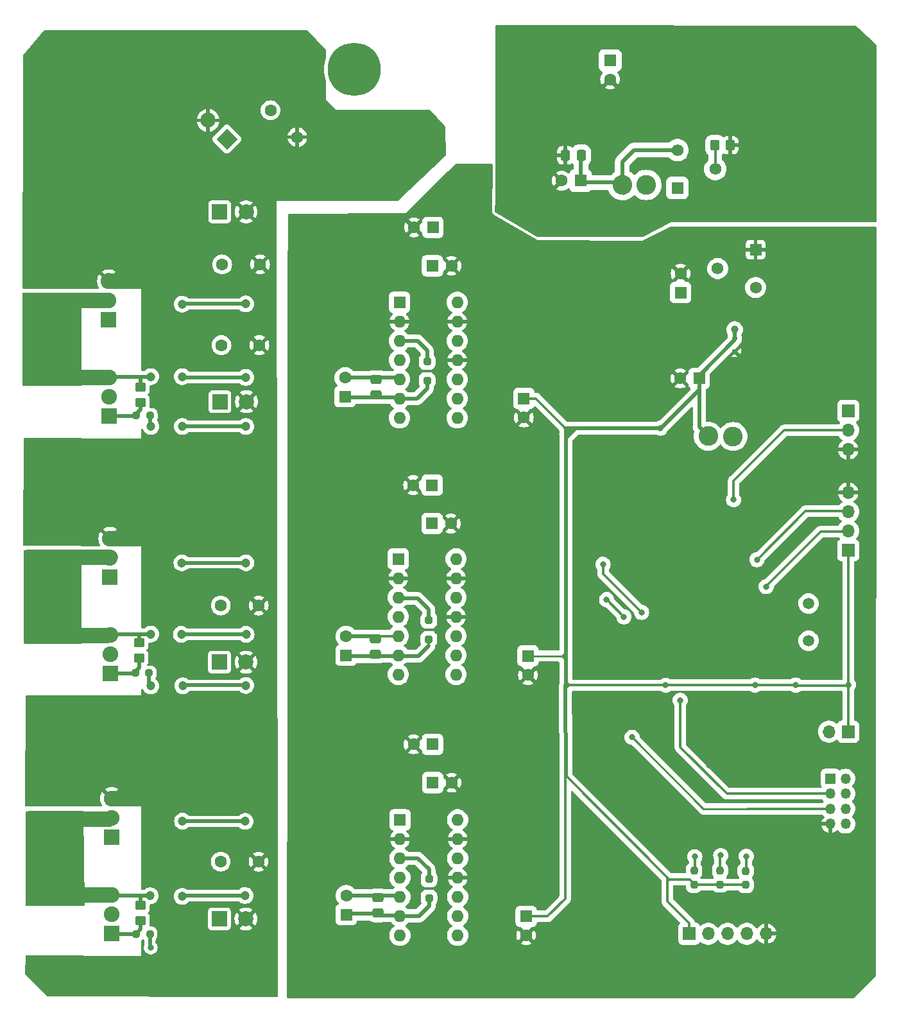
<source format=gbr>
%TF.GenerationSoftware,KiCad,Pcbnew,7.0.9*%
%TF.CreationDate,2024-01-15T08:13:50+05:30*%
%TF.ProjectId,controller_full6,636f6e74-726f-46c6-9c65-725f66756c6c,rev?*%
%TF.SameCoordinates,Original*%
%TF.FileFunction,Copper,L2,Bot*%
%TF.FilePolarity,Positive*%
%FSLAX46Y46*%
G04 Gerber Fmt 4.6, Leading zero omitted, Abs format (unit mm)*
G04 Created by KiCad (PCBNEW 7.0.9) date 2024-01-15 08:13:50*
%MOMM*%
%LPD*%
G01*
G04 APERTURE LIST*
G04 Aperture macros list*
%AMRoundRect*
0 Rectangle with rounded corners*
0 $1 Rounding radius*
0 $2 $3 $4 $5 $6 $7 $8 $9 X,Y pos of 4 corners*
0 Add a 4 corners polygon primitive as box body*
4,1,4,$2,$3,$4,$5,$6,$7,$8,$9,$2,$3,0*
0 Add four circle primitives for the rounded corners*
1,1,$1+$1,$2,$3*
1,1,$1+$1,$4,$5*
1,1,$1+$1,$6,$7*
1,1,$1+$1,$8,$9*
0 Add four rect primitives between the rounded corners*
20,1,$1+$1,$2,$3,$4,$5,0*
20,1,$1+$1,$4,$5,$6,$7,0*
20,1,$1+$1,$6,$7,$8,$9,0*
20,1,$1+$1,$8,$9,$2,$3,0*%
%AMRotRect*
0 Rectangle, with rotation*
0 The origin of the aperture is its center*
0 $1 length*
0 $2 width*
0 $3 Rotation angle, in degrees counterclockwise*
0 Add horizontal line*
21,1,$1,$2,0,0,$3*%
G04 Aperture macros list end*
%TA.AperFunction,ComponentPad*%
%ADD10R,1.700000X1.700000*%
%TD*%
%TA.AperFunction,ComponentPad*%
%ADD11O,1.700000X1.700000*%
%TD*%
%TA.AperFunction,ComponentPad*%
%ADD12C,1.500000*%
%TD*%
%TA.AperFunction,ComponentPad*%
%ADD13R,2.000000X2.000000*%
%TD*%
%TA.AperFunction,ComponentPad*%
%ADD14C,2.000000*%
%TD*%
%TA.AperFunction,ComponentPad*%
%ADD15R,1.350000X1.350000*%
%TD*%
%TA.AperFunction,ComponentPad*%
%ADD16O,1.350000X1.350000*%
%TD*%
%TA.AperFunction,ComponentPad*%
%ADD17C,1.600000*%
%TD*%
%TA.AperFunction,ComponentPad*%
%ADD18R,1.600000X1.600000*%
%TD*%
%TA.AperFunction,ComponentPad*%
%ADD19R,2.070000X2.070000*%
%TD*%
%TA.AperFunction,ComponentPad*%
%ADD20C,2.070000*%
%TD*%
%TA.AperFunction,ComponentPad*%
%ADD21R,1.560000X1.560000*%
%TD*%
%TA.AperFunction,ComponentPad*%
%ADD22C,1.560000*%
%TD*%
%TA.AperFunction,ComponentPad*%
%ADD23C,2.600000*%
%TD*%
%TA.AperFunction,ComponentPad*%
%ADD24O,1.600000X1.600000*%
%TD*%
%TA.AperFunction,ComponentPad*%
%ADD25RotRect,2.000000X2.000000X135.000000*%
%TD*%
%TA.AperFunction,SMDPad,CuDef*%
%ADD26RoundRect,0.250000X0.475000X-0.337500X0.475000X0.337500X-0.475000X0.337500X-0.475000X-0.337500X0*%
%TD*%
%TA.AperFunction,SMDPad,CuDef*%
%ADD27RoundRect,0.237500X-0.237500X0.250000X-0.237500X-0.250000X0.237500X-0.250000X0.237500X0.250000X0*%
%TD*%
%TA.AperFunction,SMDPad,CuDef*%
%ADD28RoundRect,0.250000X0.250000X-0.250000X0.250000X0.250000X-0.250000X0.250000X-0.250000X-0.250000X0*%
%TD*%
%TA.AperFunction,SMDPad,CuDef*%
%ADD29RoundRect,0.237500X0.250000X0.237500X-0.250000X0.237500X-0.250000X-0.237500X0.250000X-0.237500X0*%
%TD*%
%TA.AperFunction,SMDPad,CuDef*%
%ADD30RoundRect,0.250000X0.450000X-0.350000X0.450000X0.350000X-0.450000X0.350000X-0.450000X-0.350000X0*%
%TD*%
%TA.AperFunction,SMDPad,CuDef*%
%ADD31RoundRect,0.250000X0.337500X0.475000X-0.337500X0.475000X-0.337500X-0.475000X0.337500X-0.475000X0*%
%TD*%
%TA.AperFunction,SMDPad,CuDef*%
%ADD32RoundRect,0.140375X-0.200625X0.140375X-0.200625X-0.140375X0.200625X-0.140375X0.200625X0.140375X0*%
%TD*%
%TA.AperFunction,SMDPad,CuDef*%
%ADD33RoundRect,0.138014X-0.202090X0.138013X-0.202090X-0.138013X0.202090X-0.138013X0.202090X0.138013X0*%
%TD*%
%TA.AperFunction,SMDPad,CuDef*%
%ADD34RoundRect,0.250000X-0.350000X-0.450000X0.350000X-0.450000X0.350000X0.450000X-0.350000X0.450000X0*%
%TD*%
%TA.AperFunction,SMDPad,CuDef*%
%ADD35RoundRect,0.250000X-0.475000X0.337500X-0.475000X-0.337500X0.475000X-0.337500X0.475000X0.337500X0*%
%TD*%
%TA.AperFunction,ViaPad*%
%ADD36C,0.800000*%
%TD*%
%TA.AperFunction,ViaPad*%
%ADD37C,0.500000*%
%TD*%
%TA.AperFunction,ViaPad*%
%ADD38C,7.000000*%
%TD*%
%TA.AperFunction,ViaPad*%
%ADD39C,1.000000*%
%TD*%
%TA.AperFunction,ViaPad*%
%ADD40C,1.200000*%
%TD*%
%TA.AperFunction,Conductor*%
%ADD41C,0.500000*%
%TD*%
%TA.AperFunction,Conductor*%
%ADD42C,2.000000*%
%TD*%
%TA.AperFunction,Conductor*%
%ADD43C,0.250000*%
%TD*%
%TA.AperFunction,Conductor*%
%ADD44C,0.300000*%
%TD*%
%TA.AperFunction,Conductor*%
%ADD45C,0.340000*%
%TD*%
%TA.AperFunction,Conductor*%
%ADD46C,0.550000*%
%TD*%
%TA.AperFunction,Conductor*%
%ADD47C,0.350000*%
%TD*%
%TA.AperFunction,Conductor*%
%ADD48C,0.370000*%
%TD*%
%TA.AperFunction,Conductor*%
%ADD49C,0.290000*%
%TD*%
%TA.AperFunction,Conductor*%
%ADD50C,0.270000*%
%TD*%
G04 APERTURE END LIST*
D10*
%TO.P,J2,1,Pin_1*%
%TO.N,+3.3VA*%
X239500000Y-101400000D03*
D11*
%TO.P,J2,2,Pin_2*%
%TO.N,Net-(J2-Pin_2)*%
X239500000Y-103940000D03*
%TO.P,J2,3,Pin_3*%
%TO.N,GND*%
X239500000Y-106480000D03*
%TD*%
D12*
%TO.P,Y1,1,1*%
%TO.N,Net-(U4-PD0)*%
X234280000Y-131680000D03*
%TO.P,Y1,2,2*%
%TO.N,Net-(U4-PD1)*%
X234280000Y-126780000D03*
%TD*%
D13*
%TO.P,C53,1*%
%TO.N,+48V*%
X156530000Y-168380000D03*
D14*
%TO.P,C53,2*%
%TO.N,GND*%
X160030000Y-168380000D03*
%TD*%
D15*
%TO.P,J3,1,Pin_1*%
%TO.N,+3.3V*%
X237150000Y-149860000D03*
D16*
%TO.P,J3,2,Pin_2*%
%TO.N,unconnected-(J3-Pin_2-Pad2)*%
X239150000Y-149860000D03*
%TO.P,J3,3,Pin_3*%
%TO.N,/swclk*%
X237150000Y-151860000D03*
%TO.P,J3,4,Pin_4*%
%TO.N,unconnected-(J3-Pin_4-Pad4)*%
X239150000Y-151860000D03*
%TO.P,J3,5,Pin_5*%
%TO.N,/sdio*%
X237150000Y-153860000D03*
%TO.P,J3,6,Pin_6*%
%TO.N,unconnected-(J3-Pin_6-Pad6)*%
X239150000Y-153860000D03*
%TO.P,J3,7,Pin_7*%
%TO.N,GND*%
X237150000Y-155860000D03*
%TO.P,J3,8,Pin_8*%
%TO.N,unconnected-(J3-Pin_8-Pad8)*%
X239150000Y-155860000D03*
%TD*%
D17*
%TO.P,C47,1*%
%TO.N,+48V*%
X156720000Y-127050000D03*
%TO.P,C47,2*%
%TO.N,GND*%
X161720000Y-127050000D03*
%TD*%
D18*
%TO.P,C9,1*%
%TO.N,Net-(U1-VB)*%
X173272556Y-167807444D03*
D17*
%TO.P,C9,2*%
%TO.N,/Gate_Driver_1/SA*%
X173272556Y-165307444D03*
%TD*%
%TO.P,C50,1*%
%TO.N,+48V*%
X156900000Y-82070000D03*
%TO.P,C50,2*%
%TO.N,GND*%
X161900000Y-82070000D03*
%TD*%
D19*
%TO.P,Q6,1,G*%
%TO.N,/Power_Circuit/GLC*%
X141940000Y-89340000D03*
D20*
%TO.P,Q6,2,D*%
%TO.N,/Gate_Driver_3/SC*%
X141940000Y-86800000D03*
%TO.P,Q6,3,S*%
%TO.N,GND*%
X141940000Y-84260000D03*
%TD*%
D18*
%TO.P,C25,1*%
%TO.N,+12V*%
X184710000Y-77180000D03*
D17*
%TO.P,C25,2*%
%TO.N,GND*%
X182210000Y-77180000D03*
%TD*%
D19*
%TO.P,Q2,1,G*%
%TO.N,/Power_Circuit/GLA*%
X142330000Y-157600000D03*
D20*
%TO.P,Q2,2,D*%
%TO.N,/Gate_Driver_1/SA*%
X142330000Y-155060000D03*
%TO.P,Q2,3,S*%
%TO.N,GND*%
X142330000Y-152520000D03*
%TD*%
D21*
%TO.P,RV1,1,1*%
%TO.N,Net-(U5-FB)*%
X216970000Y-71990000D03*
D22*
%TO.P,RV1,2,2*%
X221970000Y-69490000D03*
%TO.P,RV1,3,3*%
%TO.N,+12V*%
X216970000Y-66990000D03*
%TD*%
D17*
%TO.P,C17,2*%
%TO.N,/Gate_Driver_2/SB*%
X173250000Y-131120000D03*
D18*
%TO.P,C17,1*%
%TO.N,Net-(U2-VB)*%
X173250000Y-133620000D03*
%TD*%
%TO.P,C7,1*%
%TO.N,+3.3V*%
X197012556Y-168047444D03*
D17*
%TO.P,C7,2*%
%TO.N,GND*%
X197012556Y-170547444D03*
%TD*%
D18*
%TO.P,C18,1*%
%TO.N,+12V*%
X184605113Y-111170000D03*
D17*
%TO.P,C18,2*%
%TO.N,GND*%
X182105113Y-111170000D03*
%TD*%
D10*
%TO.P,J4,1,Pin_1*%
%TO.N,+3.3V*%
X239500000Y-143685000D03*
D11*
%TO.P,J4,2,Pin_2*%
%TO.N,Net-(J4-Pin_2)*%
X236960000Y-143685000D03*
%TD*%
D23*
%TO.P,L2,1,1*%
%TO.N,Net-(D10-K)*%
X212860000Y-71580000D03*
%TO.P,L2,2,2*%
%TO.N,+12V*%
X209740000Y-71590000D03*
%TD*%
D19*
%TO.P,Q5,1,G*%
%TO.N,/Power_Circuit/GHC*%
X141950000Y-102036026D03*
D20*
%TO.P,Q5,2,D*%
%TO.N,+48V*%
X141950000Y-99496026D03*
%TO.P,Q5,3,S*%
%TO.N,/Gate_Driver_3/SC*%
X141950000Y-96956026D03*
%TD*%
D18*
%TO.P,C10,1*%
%TO.N,+12V*%
X184660000Y-145350000D03*
D17*
%TO.P,C10,2*%
%TO.N,GND*%
X182160000Y-145350000D03*
%TD*%
D13*
%TO.P,C55,1*%
%TO.N,+48V*%
X156570000Y-75120000D03*
D14*
%TO.P,C55,2*%
%TO.N,GND*%
X160070000Y-75120000D03*
%TD*%
D23*
%TO.P,L1,1*%
%TO.N,+3.3V*%
X221030000Y-104710000D03*
%TO.P,L1,2*%
%TO.N,+3.3VA*%
X224320000Y-104760000D03*
%TD*%
D18*
%TO.P,C40,1*%
%TO.N,+48V*%
X208100000Y-55180000D03*
D17*
%TO.P,C40,2*%
%TO.N,GND*%
X208100000Y-57680000D03*
%TD*%
D20*
%TO.P,Q4,3,S*%
%TO.N,GND*%
X142110000Y-118210000D03*
%TO.P,Q4,2,D*%
%TO.N,/Gate_Driver_2/SB*%
X142110000Y-120750000D03*
D19*
%TO.P,Q4,1,G*%
%TO.N,/Power_Circuit/GLB*%
X142110000Y-123290000D03*
%TD*%
D18*
%TO.P,U1,1,LO*%
%TO.N,/Gate_Driver_1/LO_A*%
X180352556Y-155307444D03*
D24*
%TO.P,U1,2,COM*%
%TO.N,GND*%
X180352556Y-157847444D03*
%TO.P,U1,3,VCC*%
%TO.N,+12V*%
X180352556Y-160387444D03*
%TO.P,U1,4,NC*%
%TO.N,unconnected-(U1-NC-Pad4)*%
X180352556Y-162927444D03*
%TO.P,U1,5,VS*%
%TO.N,/Gate_Driver_1/SA*%
X180352556Y-165467444D03*
%TO.P,U1,6,VB*%
%TO.N,Net-(U1-VB)*%
X180352556Y-168007444D03*
%TO.P,U1,7,HO*%
%TO.N,/Gate_Driver_1/HO_A*%
X180352556Y-170547444D03*
%TO.P,U1,8,NC*%
%TO.N,unconnected-(U1-NC-Pad8)*%
X187972556Y-170547444D03*
%TO.P,U1,9,VDD*%
%TO.N,+3.3V*%
X187972556Y-168007444D03*
%TO.P,U1,10,HIN*%
%TO.N,Net-(U1-HIN)*%
X187972556Y-165467444D03*
%TO.P,U1,11,SD*%
%TO.N,GND*%
X187972556Y-162927444D03*
%TO.P,U1,12,LIN*%
%TO.N,Net-(U1-LIN)*%
X187972556Y-160387444D03*
%TO.P,U1,13,VSS*%
%TO.N,GND*%
X187972556Y-157847444D03*
%TO.P,U1,14,NC*%
%TO.N,unconnected-(U1-NC-Pad14)*%
X187972556Y-155307444D03*
%TD*%
D10*
%TO.P,J5,1,Pin_1*%
%TO.N,+3.3V*%
X239490000Y-119760000D03*
D11*
%TO.P,J5,2,Pin_2*%
%TO.N,/stm32f103/TX*%
X239490000Y-117220000D03*
%TO.P,J5,3,Pin_3*%
%TO.N,/stm32f103/RX*%
X239490000Y-114680000D03*
%TO.P,J5,4,Pin_4*%
%TO.N,GND*%
X239490000Y-112140000D03*
%TD*%
D13*
%TO.P,C51,1*%
%TO.N,+48V*%
X156610000Y-100170000D03*
D14*
%TO.P,C51,2*%
%TO.N,GND*%
X160110000Y-100170000D03*
%TD*%
D18*
%TO.P,C16,1*%
%TO.N,+12V*%
X184584888Y-116240000D03*
D17*
%TO.P,C16,2*%
%TO.N,GND*%
X187084888Y-116240000D03*
%TD*%
D13*
%TO.P,C52,1*%
%TO.N,+48V*%
X156550000Y-134520000D03*
D14*
%TO.P,C52,2*%
%TO.N,GND*%
X160050000Y-134520000D03*
%TD*%
D18*
%TO.P,U3,1,LO*%
%TO.N,/Gate_Driver_3/LO_C*%
X180300000Y-87066250D03*
D24*
%TO.P,U3,2,COM*%
%TO.N,GND*%
X180300000Y-89606250D03*
%TO.P,U3,3,VCC*%
%TO.N,+12V*%
X180300000Y-92146250D03*
%TO.P,U3,4,NC*%
%TO.N,unconnected-(U3-NC-Pad4)*%
X180300000Y-94686250D03*
%TO.P,U3,5,VS*%
%TO.N,/Gate_Driver_3/SC*%
X180300000Y-97226250D03*
%TO.P,U3,6,VB*%
%TO.N,Net-(U3-VB)*%
X180300000Y-99766250D03*
%TO.P,U3,7,HO*%
%TO.N,/Gate_Driver_3/HO_C*%
X180300000Y-102306250D03*
%TO.P,U3,8,NC*%
%TO.N,unconnected-(U3-NC-Pad8)*%
X187920000Y-102306250D03*
%TO.P,U3,9,VDD*%
%TO.N,+3.3V*%
X187920000Y-99766250D03*
%TO.P,U3,10,HIN*%
%TO.N,Net-(U3-HIN)*%
X187920000Y-97226250D03*
%TO.P,U3,11,SD*%
%TO.N,GND*%
X187920000Y-94686250D03*
%TO.P,U3,12,LIN*%
%TO.N,Net-(U3-LIN)*%
X187920000Y-92146250D03*
%TO.P,U3,13,VSS*%
%TO.N,GND*%
X187920000Y-89606250D03*
%TO.P,U3,14,NC*%
%TO.N,unconnected-(U3-NC-Pad14)*%
X187920000Y-87066250D03*
%TD*%
D18*
%TO.P,C41,1*%
%TO.N,+12V*%
X204192380Y-71030000D03*
D17*
%TO.P,C41,2*%
%TO.N,GND*%
X201692380Y-71030000D03*
%TD*%
D18*
%TO.P,C45,1*%
%TO.N,+3.3V*%
X219840000Y-97090000D03*
D17*
%TO.P,C45,2*%
%TO.N,GND*%
X217340000Y-97090000D03*
%TD*%
D10*
%TO.P,J1,1,Pin_1*%
%TO.N,+3.3V*%
X218510000Y-170340000D03*
D11*
%TO.P,J1,2,Pin_2*%
%TO.N,Net-(D12-A)*%
X221050000Y-170340000D03*
%TO.P,J1,3,Pin_3*%
%TO.N,Net-(D13-A)*%
X223590000Y-170340000D03*
%TO.P,J1,4,Pin_4*%
%TO.N,Net-(D11-A)*%
X226130000Y-170340000D03*
%TO.P,J1,5,Pin_5*%
%TO.N,GND*%
X228670000Y-170340000D03*
%TD*%
D24*
%TO.P,U2,14,NC*%
%TO.N,unconnected-(U2-NC-Pad14)*%
X187770000Y-120905000D03*
%TO.P,U2,13,VSS*%
%TO.N,GND*%
X187770000Y-123445000D03*
%TO.P,U2,12,LIN*%
%TO.N,Net-(U2-LIN)*%
X187770000Y-125985000D03*
%TO.P,U2,11,SD*%
%TO.N,GND*%
X187770000Y-128525000D03*
%TO.P,U2,10,HIN*%
%TO.N,Net-(U2-HIN)*%
X187770000Y-131065000D03*
%TO.P,U2,9,VDD*%
%TO.N,+3.3V*%
X187770000Y-133605000D03*
%TO.P,U2,8,NC*%
%TO.N,unconnected-(U2-NC-Pad8)*%
X187770000Y-136145000D03*
%TO.P,U2,7,HO*%
%TO.N,/Gate_Driver_2/HO_B*%
X180150000Y-136145000D03*
%TO.P,U2,6,VB*%
%TO.N,Net-(U2-VB)*%
X180150000Y-133605000D03*
%TO.P,U2,5,VS*%
%TO.N,/Gate_Driver_2/SB*%
X180150000Y-131065000D03*
%TO.P,U2,4,NC*%
%TO.N,unconnected-(U2-NC-Pad4)*%
X180150000Y-128525000D03*
%TO.P,U2,3,VCC*%
%TO.N,+12V*%
X180150000Y-125985000D03*
%TO.P,U2,2,COM*%
%TO.N,GND*%
X180150000Y-123445000D03*
D18*
%TO.P,U2,1,LO*%
%TO.N,/Gate_Driver_2/LO_B*%
X180150000Y-120905000D03*
%TD*%
%TO.P,C8,1*%
%TO.N,+12V*%
X184684888Y-150410000D03*
D17*
%TO.P,C8,2*%
%TO.N,GND*%
X187184888Y-150410000D03*
%TD*%
D21*
%TO.P,RV2,1,1*%
%TO.N,GND*%
X227290000Y-80107500D03*
D22*
%TO.P,RV2,2,2*%
%TO.N,Net-(U6-ADJ)*%
X222290000Y-82607500D03*
%TO.P,RV2,3,3*%
%TO.N,+3.3V*%
X227290000Y-85107500D03*
%TD*%
D19*
%TO.P,Q1,1,G*%
%TO.N,/Power_Circuit/GHA*%
X142330000Y-170300000D03*
D20*
%TO.P,Q1,2,D*%
%TO.N,+48V*%
X142330000Y-167760000D03*
%TO.P,Q1,3,S*%
%TO.N,/Gate_Driver_1/SA*%
X142330000Y-165220000D03*
%TD*%
D18*
%TO.P,C27,1*%
%TO.N,+12V*%
X184654888Y-82250000D03*
D17*
%TO.P,C27,2*%
%TO.N,GND*%
X187154888Y-82250000D03*
%TD*%
D20*
%TO.P,Q3,3,S*%
%TO.N,/Gate_Driver_2/SB*%
X142160000Y-130900000D03*
%TO.P,Q3,2,D*%
%TO.N,+48V*%
X142160000Y-133440000D03*
D19*
%TO.P,Q3,1,G*%
%TO.N,/Power_Circuit/GHB*%
X142160000Y-135980000D03*
%TD*%
D17*
%TO.P,C46,1*%
%TO.N,+48V*%
X156810000Y-92720000D03*
%TO.P,C46,2*%
%TO.N,GND*%
X161810000Y-92720000D03*
%TD*%
D18*
%TO.P,C24,1*%
%TO.N,Net-(U3-VB)*%
X173120000Y-99516250D03*
D17*
%TO.P,C24,2*%
%TO.N,/Gate_Driver_3/SC*%
X173120000Y-97016250D03*
%TD*%
D18*
%TO.P,C15,1*%
%TO.N,+3.3V*%
X197260000Y-133710224D03*
D17*
%TO.P,C15,2*%
%TO.N,GND*%
X197260000Y-136210224D03*
%TD*%
D18*
%TO.P,C44,1*%
%TO.N,+12V*%
X217402502Y-85777500D03*
D17*
%TO.P,C44,2*%
%TO.N,GND*%
X217402502Y-83277500D03*
%TD*%
D18*
%TO.P,C23,1*%
%TO.N,+3.3V*%
X196700000Y-99756250D03*
D17*
%TO.P,C23,2*%
%TO.N,GND*%
X196700000Y-102256250D03*
%TD*%
%TO.P,C49,1*%
%TO.N,+48V*%
X163282233Y-61742233D03*
%TO.P,C49,2*%
%TO.N,GND*%
X166817767Y-65277767D03*
%TD*%
%TO.P,C48,1*%
%TO.N,+48V*%
X156710000Y-160830000D03*
%TO.P,C48,2*%
%TO.N,GND*%
X161710000Y-160830000D03*
%TD*%
D25*
%TO.P,C54,1*%
%TO.N,+48V*%
X157524874Y-65544874D03*
D14*
%TO.P,C54,2*%
%TO.N,GND*%
X155050000Y-63070000D03*
%TD*%
D26*
%TO.P,C26,1*%
%TO.N,Net-(U3-VB)*%
X177200000Y-99297500D03*
%TO.P,C26,2*%
%TO.N,/Gate_Driver_3/SC*%
X177200000Y-97222500D03*
%TD*%
D27*
%TO.P,R3,1*%
%TO.N,Net-(D11-A)*%
X225960000Y-162067500D03*
%TO.P,R3,2*%
%TO.N,+3.3V*%
X225960000Y-163892500D03*
%TD*%
D28*
%TO.P,D6,1*%
%TO.N,Net-(U2-VB)*%
X184160000Y-131497724D03*
%TO.P,D6,2*%
%TO.N,+12V*%
X184160000Y-128997724D03*
%TD*%
D29*
%TO.P,R11,1*%
%TO.N,/Gate_Driver_1/HO_A*%
X147362500Y-170370000D03*
%TO.P,R11,2*%
%TO.N,/Power_Circuit/GHA*%
X145537500Y-170370000D03*
%TD*%
D30*
%TO.P,R23,2*%
%TO.N,/Gate_Driver_2/SB*%
X145980000Y-131980000D03*
%TO.P,R23,1*%
%TO.N,/Power_Circuit/GHB*%
X145980000Y-133980000D03*
%TD*%
D31*
%TO.P,C43,1*%
%TO.N,+12V*%
X204257500Y-67680000D03*
%TO.P,C43,2*%
%TO.N,GND*%
X202182500Y-67680000D03*
%TD*%
D32*
%TO.P,Z2,1*%
%TO.N,+3.3V*%
X224510000Y-91830000D03*
D33*
%TO.P,Z2,2*%
%TO.N,GND*%
X224510000Y-93476778D03*
%TD*%
D27*
%TO.P,R1,1*%
%TO.N,Net-(D12-A)*%
X219170000Y-162027500D03*
%TO.P,R1,2*%
%TO.N,+3.3V*%
X219170000Y-163852500D03*
%TD*%
D26*
%TO.P,C56,2*%
%TO.N,/Gate_Driver_2/SB*%
X177130000Y-131412500D03*
%TO.P,C56,1*%
%TO.N,Net-(U2-VB)*%
X177130000Y-133487500D03*
%TD*%
D34*
%TO.P,R21,1*%
%TO.N,Net-(U5-FB)*%
X221920000Y-66360000D03*
%TO.P,R21,2*%
%TO.N,GND*%
X223920000Y-66360000D03*
%TD*%
D30*
%TO.P,R22,1*%
%TO.N,/Power_Circuit/GHA*%
X146160000Y-168610000D03*
%TO.P,R22,2*%
%TO.N,/Gate_Driver_1/SA*%
X146160000Y-166610000D03*
%TD*%
D29*
%TO.P,R19,1*%
%TO.N,/Gate_Driver_3/HO_C*%
X147392500Y-101990000D03*
%TO.P,R19,2*%
%TO.N,/Power_Circuit/GHC*%
X145567500Y-101990000D03*
%TD*%
D35*
%TO.P,C57,1*%
%TO.N,/Gate_Driver_1/SA*%
X177482556Y-165559944D03*
%TO.P,C57,2*%
%TO.N,Net-(U1-VB)*%
X177482556Y-167634944D03*
%TD*%
D28*
%TO.P,D9,1*%
%TO.N,Net-(U3-VB)*%
X183970000Y-97383750D03*
%TO.P,D9,2*%
%TO.N,+12V*%
X183970000Y-94883750D03*
%TD*%
%TO.P,D3,1*%
%TO.N,Net-(U1-VB)*%
X184192556Y-165617444D03*
%TO.P,D3,2*%
%TO.N,+12V*%
X184192556Y-163117444D03*
%TD*%
D30*
%TO.P,R24,1*%
%TO.N,/Power_Circuit/GHC*%
X146160000Y-100250000D03*
%TO.P,R24,2*%
%TO.N,/Gate_Driver_3/SC*%
X146160000Y-98250000D03*
%TD*%
D27*
%TO.P,R2,1*%
%TO.N,Net-(D13-A)*%
X222610000Y-162010000D03*
%TO.P,R2,2*%
%TO.N,+3.3V*%
X222610000Y-163835000D03*
%TD*%
D29*
%TO.P,R14,1*%
%TO.N,/Gate_Driver_2/HO_B*%
X147242500Y-135970000D03*
%TO.P,R14,2*%
%TO.N,/Power_Circuit/GHB*%
X145417500Y-135970000D03*
%TD*%
D36*
%TO.N,GND*%
X218680000Y-69330000D03*
X182000000Y-161740000D03*
X181830000Y-127520000D03*
X181970000Y-93670000D03*
X219380000Y-89440000D03*
X197500000Y-94710000D03*
X220000000Y-112350000D03*
X188370000Y-72690000D03*
X199060000Y-77330000D03*
X208700000Y-177030000D03*
X207240000Y-177000000D03*
X205630000Y-177030000D03*
X204050000Y-177030000D03*
X202500000Y-177040000D03*
X211290000Y-77170000D03*
X211040000Y-81930000D03*
X207390000Y-65740000D03*
X197510000Y-69860000D03*
X196380000Y-69860000D03*
X197490000Y-68710000D03*
X196360000Y-68710000D03*
X193840000Y-111720000D03*
X211250000Y-96310000D03*
X215570000Y-154590000D03*
X233960000Y-70230000D03*
X211170000Y-112970000D03*
X169780000Y-115410000D03*
X177190000Y-112660000D03*
X192020000Y-103770000D03*
X239570000Y-67360000D03*
X173390000Y-79080000D03*
X237170000Y-60340000D03*
X238270000Y-70070000D03*
X193840000Y-116950000D03*
X235870000Y-59140000D03*
D37*
X227900000Y-56460000D03*
D36*
X221110000Y-148150000D03*
X177240000Y-116740000D03*
X238350000Y-57920000D03*
D37*
X220680000Y-59670000D03*
D36*
X235910000Y-54380000D03*
D37*
X224630000Y-56470000D03*
D36*
X175550000Y-150170000D03*
X169800000Y-81830000D03*
X239540000Y-72950000D03*
X237170000Y-65900000D03*
X237800000Y-90110000D03*
X171580000Y-116700000D03*
X211250000Y-93430000D03*
X232720000Y-177090000D03*
X171640000Y-147340000D03*
X235910000Y-61590000D03*
X237120000Y-54430000D03*
X211260000Y-91980000D03*
X175410000Y-111390000D03*
X173420000Y-80590000D03*
X179040000Y-77840000D03*
D37*
X227890000Y-62010000D03*
D36*
X235840000Y-67330000D03*
X235880000Y-55660000D03*
X179130000Y-146140000D03*
X211260000Y-94840000D03*
X173510000Y-148890000D03*
X239530000Y-70140000D03*
X177200000Y-77790000D03*
X197310000Y-128480000D03*
X235820000Y-90060000D03*
D37*
X227900000Y-57430000D03*
D36*
X239580000Y-54430000D03*
X171630000Y-146050000D03*
X239630000Y-65900000D03*
X193440000Y-145310000D03*
X167720000Y-111350000D03*
X175410000Y-113950000D03*
X234300000Y-177090000D03*
D37*
X224570000Y-61050000D03*
D36*
X204050000Y-85340000D03*
X237210000Y-62990000D03*
D37*
X175590000Y-89650000D03*
D36*
X171530000Y-112620000D03*
X175510000Y-147380000D03*
X235910000Y-177060000D03*
X239510000Y-68800000D03*
X215530000Y-152760000D03*
X167720000Y-77750000D03*
X169420000Y-176850000D03*
X179050000Y-79130000D03*
X177190000Y-110100000D03*
X167800000Y-144720000D03*
X169880000Y-148840000D03*
X232370000Y-140100000D03*
X177230000Y-115450000D03*
X235840000Y-68750000D03*
X179030000Y-112710000D03*
X237740000Y-82300000D03*
X196570000Y-85200000D03*
X173520000Y-150180000D03*
X237140000Y-59140000D03*
X237120000Y-57910000D03*
D37*
X224620000Y-62080000D03*
X177100000Y-123700000D03*
D36*
X173470000Y-146090000D03*
X177200000Y-113950000D03*
X195910000Y-145360000D03*
X169790000Y-116700000D03*
X233560000Y-141280000D03*
D37*
X229050000Y-56460000D03*
D36*
X237080000Y-72950000D03*
X167710000Y-110060000D03*
X237220000Y-167560000D03*
X167720000Y-113910000D03*
D37*
X229180000Y-61980000D03*
D36*
X179180000Y-150220000D03*
X179070000Y-115500000D03*
X169850000Y-147340000D03*
D38*
X181420000Y-66050000D03*
D36*
X235880000Y-65850000D03*
D37*
X224660000Y-57460000D03*
D36*
X169820000Y-143430000D03*
X193440000Y-150150000D03*
X204310000Y-60240000D03*
X171550000Y-79040000D03*
X230450000Y-127480000D03*
X211140000Y-111470000D03*
X228380000Y-71540000D03*
X235890000Y-57920000D03*
D37*
X229070000Y-57400000D03*
D36*
X235880000Y-56810000D03*
D37*
X181890000Y-89600000D03*
D36*
X237140000Y-55690000D03*
D37*
X177160000Y-89650000D03*
D36*
X171570000Y-115410000D03*
X167730000Y-79040000D03*
X167790000Y-143430000D03*
X202090000Y-85340000D03*
X171540000Y-113910000D03*
X179040000Y-114000000D03*
X239670000Y-61600000D03*
X232110000Y-68770000D03*
X224260000Y-148120000D03*
X171540000Y-77750000D03*
X175440000Y-115450000D03*
X238340000Y-55660000D03*
X169740000Y-110060000D03*
X230180000Y-70210000D03*
X167770000Y-81830000D03*
D37*
X227900000Y-61020000D03*
D36*
X167710000Y-112620000D03*
X167850000Y-148840000D03*
D37*
X223520000Y-56460000D03*
D36*
X169750000Y-111350000D03*
X235710000Y-82250000D03*
X235860000Y-88070000D03*
X177340000Y-150170000D03*
X179030000Y-110150000D03*
X235750000Y-86080000D03*
X175420000Y-79080000D03*
X175410000Y-77790000D03*
X237370000Y-177090000D03*
X167860000Y-150130000D03*
D37*
X176210000Y-157880000D03*
D36*
X198310000Y-85270000D03*
X169740000Y-112620000D03*
X237800000Y-88070000D03*
X167820000Y-147340000D03*
D37*
X182050000Y-157830000D03*
D36*
X167810000Y-146050000D03*
X171620000Y-144720000D03*
D37*
X223550000Y-57420000D03*
D36*
X232420000Y-96110000D03*
X238360000Y-63000000D03*
D37*
X213720000Y-60370000D03*
D36*
X179140000Y-147430000D03*
X199620000Y-52440000D03*
X171530000Y-110060000D03*
X195910000Y-150200000D03*
X179110000Y-143520000D03*
X169750000Y-113910000D03*
D37*
X229200000Y-60990000D03*
D36*
X232100000Y-73040000D03*
D37*
X223530000Y-62090000D03*
D36*
X230200000Y-68730000D03*
X177290000Y-146090000D03*
X198100000Y-52370000D03*
X177330000Y-148880000D03*
X171610000Y-143430000D03*
X239580000Y-56780000D03*
X175490000Y-144760000D03*
X173430000Y-81880000D03*
X196770000Y-114480000D03*
X173370000Y-112660000D03*
X237060000Y-71610000D03*
D37*
X181790000Y-123660000D03*
D36*
X175450000Y-116740000D03*
X173380000Y-77790000D03*
X235810000Y-70070000D03*
X237120000Y-56780000D03*
X179080000Y-80630000D03*
X171680000Y-150130000D03*
X177270000Y-143470000D03*
X238340000Y-56810000D03*
X227830000Y-148070000D03*
X235880000Y-60370000D03*
X175500000Y-146090000D03*
X169790000Y-80540000D03*
X239630000Y-60340000D03*
X233970000Y-73040000D03*
X238340000Y-60370000D03*
X237230000Y-64450000D03*
X235820000Y-72880000D03*
X237210000Y-61600000D03*
X171580000Y-80540000D03*
X177210000Y-79080000D03*
X239520000Y-71610000D03*
X195060000Y-156470000D03*
X238370000Y-54380000D03*
D37*
X223500000Y-61090000D03*
D36*
X235900000Y-63000000D03*
X177280000Y-144760000D03*
X175450000Y-80580000D03*
X228370000Y-68730000D03*
X169750000Y-77750000D03*
X171590000Y-81830000D03*
X172660000Y-176850000D03*
X175400000Y-110100000D03*
X233860000Y-96150000D03*
X173480000Y-147380000D03*
X238340000Y-65850000D03*
X237070000Y-70140000D03*
X229640000Y-96060000D03*
X196710000Y-116950000D03*
X239600000Y-59140000D03*
X237050000Y-68800000D03*
X238280000Y-72880000D03*
X235180000Y-167560000D03*
X175480000Y-143470000D03*
X200130000Y-85270000D03*
X237220000Y-169450000D03*
X173450000Y-143470000D03*
X211250000Y-97720000D03*
X175400000Y-112660000D03*
X169760000Y-79040000D03*
X238370000Y-61590000D03*
X234020000Y-71560000D03*
X173370000Y-110100000D03*
D37*
X175770000Y-123720000D03*
D36*
X177250000Y-81870000D03*
X173410000Y-115460000D03*
X237110000Y-67360000D03*
X195960000Y-147780000D03*
X169890000Y-150130000D03*
X237740000Y-84190000D03*
X171110000Y-176850000D03*
X195020000Y-52390000D03*
X237750000Y-86040000D03*
X177200000Y-111390000D03*
X239690000Y-64450000D03*
X173460000Y-144760000D03*
X193830000Y-114480000D03*
X173380000Y-113950000D03*
X221110000Y-122640000D03*
X171540000Y-111350000D03*
X211170000Y-114490000D03*
X169830000Y-144720000D03*
X169840000Y-146050000D03*
X175460000Y-81870000D03*
X230190000Y-73020000D03*
X177300000Y-147380000D03*
X232090000Y-70230000D03*
X238310000Y-71560000D03*
X196680000Y-111750000D03*
X238300000Y-68750000D03*
X234010000Y-68750000D03*
X167760000Y-80540000D03*
X238320000Y-64410000D03*
X177240000Y-80580000D03*
X235280000Y-169350000D03*
X228340000Y-73020000D03*
X179040000Y-111440000D03*
X235750000Y-84140000D03*
X239600000Y-55690000D03*
X238330000Y-59140000D03*
X173380000Y-111390000D03*
X179090000Y-81920000D03*
X235860000Y-64410000D03*
X167760000Y-116700000D03*
X179170000Y-148930000D03*
X167820000Y-176850000D03*
X192270000Y-138320000D03*
X239580000Y-57910000D03*
X211180000Y-110050000D03*
X228330000Y-70210000D03*
X173420000Y-116750000D03*
X235850000Y-71560000D03*
X179080000Y-116790000D03*
X230210000Y-71540000D03*
X196590000Y-52390000D03*
X238300000Y-67330000D03*
X215470000Y-151130000D03*
X171670000Y-148840000D03*
X239670000Y-62990000D03*
X232120000Y-71580000D03*
D37*
X177510000Y-157850000D03*
D36*
X231080000Y-96090000D03*
X197480000Y-163320000D03*
X193440000Y-147740000D03*
X167750000Y-115410000D03*
X215520000Y-156530000D03*
X179120000Y-144810000D03*
X175540000Y-148880000D03*
%TO.N,+3.3V*%
X214750000Y-103650000D03*
D39*
X224517500Y-90667500D03*
D36*
X232580000Y-137550000D03*
X239540000Y-137500000D03*
X227210000Y-137560000D03*
X215420000Y-137569339D03*
D40*
%TO.N,/Gate_Driver_1/SA*%
X151620000Y-165410000D03*
X147420000Y-165317220D03*
X159910000Y-165300000D03*
%TO.N,/Gate_Driver_2/SB*%
X160070000Y-130850000D03*
X147480000Y-130810000D03*
X151520000Y-130850000D03*
%TO.N,/Gate_Driver_3/SC*%
X147480000Y-96860000D03*
X160020000Y-96970000D03*
X151620000Y-96860000D03*
D38*
%TO.N,+48V*%
X174320000Y-56350000D03*
D36*
%TO.N,Net-(J2-Pin_2)*%
X224390000Y-113110000D03*
%TO.N,/swclk*%
X217340000Y-139560000D03*
%TO.N,/sdio*%
X210980000Y-144430000D03*
D40*
%TO.N,/Gate_Driver_1/LO_A*%
X151670000Y-155490000D03*
X159940000Y-155520000D03*
D36*
%TO.N,/Gate_Driver_1/HO_A*%
X147480000Y-172170000D03*
D40*
%TO.N,/Gate_Driver_2/HO_B*%
X147490000Y-137650000D03*
X160030000Y-137580000D03*
X151700000Y-137630000D03*
%TO.N,/Gate_Driver_2/LO_B*%
X160050000Y-121412000D03*
X151590000Y-121427500D03*
%TO.N,/Gate_Driver_3/LO_C*%
X160020000Y-87280000D03*
X151610000Y-87310000D03*
%TO.N,/Gate_Driver_3/HO_C*%
X151650000Y-103430000D03*
X160020000Y-103430000D03*
X147510000Y-103440000D03*
D36*
%TO.N,/stm32f103/Glc*%
X207150000Y-121625000D03*
X212245054Y-127944991D03*
%TO.N,/stm32f103/Glb*%
X209915000Y-128545000D03*
X207640000Y-126280000D03*
%TO.N,Net-(D11-A)*%
X226060000Y-160130000D03*
%TO.N,Net-(D12-A)*%
X219260000Y-160180000D03*
%TO.N,Net-(D13-A)*%
X222685000Y-160015000D03*
%TO.N,/stm32f103/TX*%
X228675000Y-124550000D03*
%TO.N,/stm32f103/RX*%
X227460000Y-121010000D03*
%TD*%
D41*
%TO.N,/Gate_Driver_1/HO_A*%
X147362500Y-172052500D02*
X147362500Y-170370000D01*
X147480000Y-172170000D02*
X147362500Y-172052500D01*
%TO.N,/Gate_Driver_3/HO_C*%
X147392500Y-103322500D02*
X147392500Y-101990000D01*
X147510000Y-103440000D02*
X147392500Y-103322500D01*
%TO.N,/Gate_Driver_2/HO_B*%
X147490000Y-137650000D02*
X147242500Y-137402500D01*
X147242500Y-137402500D02*
X147242500Y-135970000D01*
D42*
%TO.N,GND*%
X144120000Y-152520000D02*
X144140000Y-152500000D01*
X142330000Y-152520000D02*
X144120000Y-152520000D01*
X144130000Y-118220000D02*
X142320000Y-118220000D01*
X142320000Y-118220000D02*
X142300000Y-118240000D01*
X143910000Y-84260000D02*
X143930000Y-84280000D01*
X141940000Y-84260000D02*
X143910000Y-84260000D01*
D41*
%TO.N,/Gate_Driver_1/SA*%
X151730000Y-165300000D02*
X159910000Y-165300000D01*
X151620000Y-165410000D02*
X151730000Y-165300000D01*
%TO.N,/Gate_Driver_1/LO_A*%
X151700000Y-155520000D02*
X151670000Y-155490000D01*
X159940000Y-155520000D02*
X151700000Y-155520000D01*
D42*
%TO.N,GND*%
X141940000Y-84260000D02*
X141940000Y-84220000D01*
D43*
X187920000Y-94686250D02*
X188580000Y-94686250D01*
D42*
X141940000Y-84260000D02*
X141980000Y-84220000D01*
D44*
%TO.N,+3.3V*%
X219170000Y-163852500D02*
X219210000Y-163892500D01*
D41*
X202230000Y-137075000D02*
X202230000Y-133700000D01*
X202184000Y-103632000D02*
X202230000Y-103678000D01*
X219840000Y-98350000D02*
X219840000Y-103520000D01*
D43*
X201715224Y-133710224D02*
X201719776Y-133710224D01*
D45*
X218580000Y-163150000D02*
X218960000Y-163530000D01*
D41*
X202230000Y-137590000D02*
X202220000Y-137560000D01*
X224517500Y-90667500D02*
X224517500Y-92022500D01*
X214790000Y-103650000D02*
X214750000Y-103650000D01*
D44*
X232610000Y-137580000D02*
X232580000Y-137550000D01*
D45*
X215880000Y-163150000D02*
X215880000Y-163160000D01*
D44*
X202700000Y-137545000D02*
X202230000Y-137075000D01*
D41*
X202230000Y-133200000D02*
X202230000Y-104970000D01*
X219840000Y-96700000D02*
X219840000Y-97090000D01*
D44*
X202700000Y-137570411D02*
X202700000Y-137545000D01*
D41*
X219840000Y-97090000D02*
X219840000Y-98600000D01*
D44*
X215439339Y-137550000D02*
X227200000Y-137550000D01*
D43*
X202219776Y-133710224D02*
X202230000Y-133700000D01*
D45*
X199832556Y-168047444D02*
X197012556Y-168047444D01*
X202230000Y-149200000D02*
X202150000Y-149280000D01*
D43*
X202080000Y-134075000D02*
X201715224Y-133710224D01*
D41*
X219840000Y-98600000D02*
X214790000Y-103650000D01*
D43*
X201715224Y-133710224D02*
X202219776Y-133710224D01*
D41*
X202944000Y-103680000D02*
X202230000Y-104394000D01*
D45*
X218960000Y-163530000D02*
X218960000Y-163912500D01*
D44*
X239460000Y-137580000D02*
X232610000Y-137580000D01*
D43*
X218490000Y-170320000D02*
X218510000Y-170340000D01*
D44*
X239540000Y-137500000D02*
X239460000Y-137580000D01*
D41*
X202220411Y-138050000D02*
X202230000Y-149470000D01*
D45*
X202150000Y-165730000D02*
X199832556Y-168047444D01*
D41*
X202230000Y-104394000D02*
X202230000Y-104970000D01*
X202230000Y-103678000D02*
X202230000Y-104394000D01*
D44*
X239520000Y-137480000D02*
X239520000Y-119790000D01*
D45*
X198308250Y-99756250D02*
X196990000Y-99756250D01*
X202310000Y-149580000D02*
X202310000Y-149490000D01*
X215640000Y-162910000D02*
X215880000Y-163150000D01*
D43*
X201715224Y-133710224D02*
X197260000Y-133710224D01*
D41*
X202230000Y-104970000D02*
X203520000Y-103680000D01*
X202184000Y-103632000D02*
X202232000Y-103680000D01*
D45*
X202422500Y-103870500D02*
X202422500Y-103872500D01*
D44*
X227200000Y-137550000D02*
X227210000Y-137560000D01*
D45*
X202184000Y-103632000D02*
X202422500Y-103870500D01*
X218510000Y-168935000D02*
X215640000Y-166065000D01*
D41*
X202946000Y-103680000D02*
X202944000Y-103680000D01*
D45*
X218510000Y-170340000D02*
X218510000Y-168935000D01*
X202184000Y-103632000D02*
X198308250Y-99756250D01*
D41*
X202230000Y-137350000D02*
X202230000Y-137075000D01*
D45*
X215880000Y-163160000D02*
X215640000Y-163400000D01*
D41*
X202946000Y-103680000D02*
X203520000Y-103680000D01*
D45*
X215880000Y-163150000D02*
X218580000Y-163150000D01*
D44*
X202700000Y-137569339D02*
X202700000Y-137570411D01*
D45*
X215640000Y-162910000D02*
X202310000Y-149580000D01*
D44*
X239540000Y-137500000D02*
X239520000Y-137480000D01*
D45*
X215640000Y-166065000D02*
X215640000Y-163400000D01*
D44*
X219210000Y-163892500D02*
X225960000Y-163892500D01*
X202700000Y-137570411D02*
X202220411Y-138050000D01*
D41*
X202230000Y-133700000D02*
X202230000Y-133200000D01*
X224517500Y-92022500D02*
X219840000Y-96700000D01*
X202232000Y-103680000D02*
X202946000Y-103680000D01*
D44*
X227210000Y-137560000D02*
X227220000Y-137550000D01*
X227220000Y-137550000D02*
X232580000Y-137550000D01*
D43*
X201719776Y-133710224D02*
X202230000Y-133200000D01*
D41*
X203520000Y-103680000D02*
X214440000Y-103680000D01*
D44*
X239540000Y-137500000D02*
X239540000Y-143645000D01*
X202700000Y-137569339D02*
X202449339Y-137569339D01*
D41*
X202220000Y-137560000D02*
X202220411Y-138050000D01*
D44*
X215420000Y-137569339D02*
X202700000Y-137569339D01*
D45*
X215640000Y-163400000D02*
X215640000Y-162910000D01*
D44*
X215420000Y-137569339D02*
X215439339Y-137550000D01*
D41*
X219840000Y-103520000D02*
X221030000Y-104710000D01*
D45*
X202150000Y-149280000D02*
X202150000Y-165730000D01*
D46*
%TO.N,+12V*%
X204230000Y-70992380D02*
X204230000Y-67707500D01*
X204230000Y-67707500D02*
X204257500Y-67680000D01*
X209700000Y-71250000D02*
X204700000Y-71250000D01*
D41*
X183970000Y-93436250D02*
X182680000Y-92146250D01*
D46*
X216970000Y-66990000D02*
X211240000Y-66990000D01*
D41*
X180300000Y-126120224D02*
X182710000Y-126120224D01*
X182722556Y-160387444D02*
X184192556Y-161857444D01*
D46*
X209700000Y-68530000D02*
X209700000Y-71250000D01*
X204192380Y-71030000D02*
X204230000Y-70992380D01*
D41*
X180352556Y-160387444D02*
X182722556Y-160387444D01*
X184192556Y-161857444D02*
X184192556Y-163117444D01*
X182680000Y-92146250D02*
X180300000Y-92146250D01*
X184160000Y-127570224D02*
X184160000Y-128997724D01*
D46*
X209880000Y-72660000D02*
X209880000Y-71730000D01*
D41*
X183970000Y-94883750D02*
X183970000Y-93436250D01*
X182710000Y-126120224D02*
X184160000Y-127570224D01*
D43*
X209730000Y-68560000D02*
X209700000Y-68530000D01*
D46*
X211240000Y-66990000D02*
X209700000Y-68530000D01*
D47*
%TO.N,Net-(U1-VB)*%
X177397405Y-167720095D02*
X177482556Y-167634944D01*
D43*
X173272556Y-167807444D02*
X173359905Y-167720095D01*
D46*
X184192556Y-165617444D02*
X184192556Y-166637444D01*
D47*
X177482556Y-167634944D02*
X177757612Y-167910000D01*
D41*
X173359905Y-167720095D02*
X177397405Y-167720095D01*
D46*
X184192556Y-166637444D02*
X182852556Y-167977444D01*
X182852556Y-167977444D02*
X180382556Y-167977444D01*
D41*
X177757612Y-167910000D02*
X179825000Y-167910000D01*
D43*
X180382556Y-167977444D02*
X180352556Y-168007444D01*
D47*
X179825000Y-167910000D02*
X179905000Y-167830000D01*
D41*
%TO.N,/Gate_Driver_1/SA*%
X173570000Y-165330000D02*
X180215112Y-165330000D01*
D48*
X173245112Y-165280000D02*
X173272556Y-165307444D01*
D47*
X173272556Y-165307444D02*
X173432556Y-165467444D01*
D42*
X133665000Y-155240000D02*
X142014776Y-155240000D01*
D41*
X146160000Y-166610000D02*
X146160000Y-165337220D01*
D42*
X133665000Y-165240224D02*
X133665000Y-155240000D01*
D41*
X146140000Y-165317220D02*
X142312556Y-165317220D01*
D43*
X146160000Y-165337220D02*
X146140000Y-165317220D01*
D42*
X141868974Y-165240224D02*
X133665000Y-165240224D01*
D48*
X180215112Y-165330000D02*
X180352556Y-165467444D01*
D43*
X173235112Y-165270000D02*
X173272556Y-165307444D01*
D41*
X147420000Y-165317220D02*
X146140000Y-165317220D01*
D43*
%TO.N,Net-(U2-VB)*%
X173565151Y-133767724D02*
X173240000Y-134092875D01*
X176937500Y-133740224D02*
X176910000Y-133767724D01*
D41*
X180300000Y-133740224D02*
X182780000Y-133740224D01*
X180300000Y-133740224D02*
X176937500Y-133740224D01*
D47*
X184160000Y-132360224D02*
X184160000Y-131497724D01*
D41*
X182780000Y-133740224D02*
X184160000Y-132360224D01*
X176910000Y-133767724D02*
X173565151Y-133767724D01*
D43*
%TO.N,/Gate_Driver_2/SB*%
X142250000Y-130810000D02*
X142160000Y-130900000D01*
X177089698Y-131812724D02*
X177290000Y-131812724D01*
D41*
X151520000Y-130850000D02*
X160070000Y-130850000D01*
X142190000Y-131040000D02*
X142140000Y-131090000D01*
D43*
X173339849Y-131692724D02*
X173240000Y-131592875D01*
X145980000Y-131980000D02*
X145980000Y-131670000D01*
D42*
X133345000Y-130996026D02*
X133345000Y-120720000D01*
D43*
X145980000Y-131670000D02*
X145990000Y-131660000D01*
X172790000Y-131580000D02*
X173250000Y-131120000D01*
X179950000Y-131070000D02*
X180200000Y-131320000D01*
D41*
X147480000Y-130810000D02*
X142250000Y-130810000D01*
D43*
X142160000Y-130900000D02*
X142230000Y-130830000D01*
D48*
X177472500Y-131070000D02*
X179950000Y-131070000D01*
D41*
X177130000Y-131100000D02*
X173932573Y-131100000D01*
D42*
X133345000Y-120720000D02*
X142130000Y-120720000D01*
D47*
X173932573Y-131100000D02*
X173339849Y-131692724D01*
D42*
X141765000Y-130996026D02*
X133345000Y-130996026D01*
X142130000Y-120720000D02*
X142150000Y-120700000D01*
D41*
X145980000Y-131980000D02*
X145980000Y-130980000D01*
%TO.N,Net-(U3-VB)*%
X180300000Y-99766250D02*
X182620000Y-99766250D01*
D48*
X173488750Y-99620000D02*
X173252500Y-99383750D01*
D41*
X182620000Y-99766250D02*
X183970000Y-98416250D01*
X183970000Y-98416250D02*
X183970000Y-97383750D01*
D43*
X173252500Y-99383750D02*
X173120000Y-99516250D01*
D41*
X179681250Y-99620000D02*
X173488750Y-99620000D01*
%TO.N,/Gate_Driver_3/SC*%
X151730000Y-96970000D02*
X151620000Y-96860000D01*
D43*
X160020000Y-96970000D02*
X159973750Y-97016250D01*
X172746250Y-97390000D02*
X173120000Y-97016250D01*
X173120000Y-97016250D02*
X173242651Y-97138901D01*
D41*
X160020000Y-96970000D02*
X151730000Y-96970000D01*
D48*
X177232500Y-97308750D02*
X177521250Y-97020000D01*
D41*
X146120000Y-96860000D02*
X142046026Y-96860000D01*
X142026026Y-96880000D02*
X141950000Y-96956026D01*
D43*
X152270000Y-96940000D02*
X152253974Y-96956026D01*
D48*
X179928750Y-97020000D02*
X180217500Y-97308750D01*
X176913750Y-96990000D02*
X177062651Y-97138901D01*
D43*
X180217500Y-97308750D02*
X180300000Y-97226250D01*
D41*
X146200000Y-96860000D02*
X146160000Y-96900000D01*
X151620000Y-96860000D02*
X151600000Y-96880000D01*
X147480000Y-96860000D02*
X146200000Y-96860000D01*
X146160000Y-96900000D02*
X146120000Y-96860000D01*
X142046026Y-96860000D02*
X141950000Y-96956026D01*
D43*
X159973750Y-97016250D02*
X159046250Y-97016250D01*
D42*
X133530000Y-96956026D02*
X133530000Y-86800000D01*
D43*
X177062651Y-97138901D02*
X177232500Y-97308750D01*
D42*
X141950000Y-96956026D02*
X133530000Y-96956026D01*
X133530000Y-86800000D02*
X141940000Y-86800000D01*
D41*
X146160000Y-98250000D02*
X146160000Y-96900000D01*
X173391552Y-96990000D02*
X176913750Y-96990000D01*
X177521250Y-97020000D02*
X179928750Y-97020000D01*
D44*
%TO.N,Net-(J2-Pin_2)*%
X231045000Y-103955000D02*
X239070000Y-103955000D01*
X224390000Y-110610000D02*
X231045000Y-103955000D01*
X224390000Y-113110000D02*
X224390000Y-110610000D01*
%TO.N,/swclk*%
X217340000Y-145715000D02*
X217340000Y-139560000D01*
X237150000Y-151860000D02*
X223485000Y-151860000D01*
X223485000Y-151860000D02*
X217340000Y-145715000D01*
D49*
%TO.N,/sdio*%
X220410000Y-153860000D02*
X226216410Y-153860000D01*
D44*
X226216410Y-153860000D02*
X237150000Y-153860000D01*
D49*
X210980000Y-144430000D02*
X220410000Y-153860000D01*
D41*
%TO.N,/Power_Circuit/GHA*%
X145537500Y-170370000D02*
X145510280Y-170397220D01*
X146160000Y-169747500D02*
X146160000Y-168610000D01*
X145510280Y-170397220D02*
X142312556Y-170397220D01*
X144450000Y-170397220D02*
X145510280Y-170397220D01*
X145537500Y-170370000D02*
X146160000Y-169747500D01*
%TO.N,/Gate_Driver_2/HO_B*%
X151700000Y-137630000D02*
X151760000Y-137570000D01*
X151760000Y-137570000D02*
X160020000Y-137570000D01*
X160020000Y-137570000D02*
X160030000Y-137580000D01*
D43*
%TO.N,/Power_Circuit/GHB*%
X142230000Y-136050000D02*
X142160000Y-135980000D01*
D41*
X145187500Y-136050000D02*
X142230000Y-136050000D01*
X145187500Y-136050000D02*
X145980000Y-135257500D01*
X145960000Y-133700000D02*
X146030000Y-133630000D01*
X145980000Y-135257500D02*
X145980000Y-133980000D01*
%TO.N,/Gate_Driver_2/LO_B*%
X160050000Y-121412000D02*
X151605500Y-121412000D01*
X151605500Y-121412000D02*
X151590000Y-121427500D01*
%TO.N,/Gate_Driver_3/LO_C*%
X151640000Y-87280000D02*
X160020000Y-87280000D01*
X151610000Y-87310000D02*
X151640000Y-87280000D01*
%TO.N,/Gate_Driver_3/HO_C*%
X151650000Y-103430000D02*
X160020000Y-103430000D01*
D43*
X152280000Y-103430000D02*
X152290000Y-103420000D01*
X151650000Y-103430000D02*
X152280000Y-103430000D01*
%TO.N,/Power_Circuit/GHC*%
X142123974Y-102210000D02*
X141950000Y-102036026D01*
D41*
X145300000Y-102100000D02*
X145247500Y-102100000D01*
X146160000Y-100250000D02*
X146160000Y-101240000D01*
X146160000Y-101240000D02*
X145300000Y-102100000D01*
D43*
X142013974Y-102100000D02*
X141950000Y-102036026D01*
D41*
X145247500Y-102100000D02*
X142013974Y-102100000D01*
D45*
%TO.N,Net-(U5-FB)*%
X221970000Y-69490000D02*
X221970000Y-66410000D01*
D43*
X221970000Y-66410000D02*
X221920000Y-66360000D01*
D44*
%TO.N,/stm32f103/Glc*%
X212245054Y-127944991D02*
X212245054Y-127944554D01*
X207150000Y-122849500D02*
X207150000Y-121625000D01*
X212245054Y-127944554D02*
X207150000Y-122849500D01*
%TO.N,/stm32f103/Glb*%
X209915000Y-128545000D02*
X207650000Y-126280000D01*
X207650000Y-126280000D02*
X207640000Y-126280000D01*
%TO.N,Net-(D11-A)*%
X226060000Y-160130000D02*
X226060000Y-161967500D01*
X226060000Y-161967500D02*
X225960000Y-162067500D01*
%TO.N,Net-(D12-A)*%
X219260000Y-160180000D02*
X219260000Y-161937500D01*
X219260000Y-161937500D02*
X219170000Y-162027500D01*
%TO.N,Net-(D13-A)*%
X222610000Y-160090000D02*
X222610000Y-162100000D01*
X222685000Y-160015000D02*
X222610000Y-160090000D01*
%TO.N,/stm32f103/TX*%
X235875000Y-117300000D02*
X239410000Y-117300000D01*
X228675000Y-124500000D02*
X235875000Y-117300000D01*
D43*
X239410000Y-117300000D02*
X239490000Y-117220000D01*
D44*
X228675000Y-124550000D02*
X228675000Y-124500000D01*
D50*
%TO.N,/stm32f103/RX*%
X239490000Y-114680000D02*
X239410000Y-114760000D01*
D44*
X227460000Y-121010000D02*
X233850000Y-114620000D01*
X233850000Y-114620000D02*
X239430000Y-114620000D01*
D50*
X239430000Y-114620000D02*
X239490000Y-114680000D01*
%TD*%
%TA.AperFunction,Conductor*%
%TO.N,GND*%
G36*
X192456053Y-68799358D02*
G01*
X192523052Y-68819176D01*
X192568702Y-68872070D01*
X192579806Y-68923552D01*
X192570000Y-75199999D01*
X192570000Y-75200000D01*
X192920000Y-75650000D01*
X198520000Y-78870000D01*
X212360000Y-78980000D01*
X216103389Y-77063622D01*
X216159895Y-77050000D01*
X220340000Y-77050000D01*
X223930000Y-77060000D01*
X231470000Y-77050000D01*
X237600000Y-77060000D01*
X243095962Y-77060000D01*
X243163001Y-77079685D01*
X243208756Y-77132489D01*
X243219962Y-77184038D01*
X243190015Y-175838400D01*
X243170310Y-175905433D01*
X243153384Y-175926355D01*
X241780000Y-177290000D01*
X240216319Y-178853681D01*
X240154996Y-178887166D01*
X240128638Y-178890000D01*
X239970000Y-178890000D01*
X165584034Y-178830099D01*
X165517011Y-178810360D01*
X165471298Y-178757520D01*
X165460134Y-178705965D01*
X165463169Y-175905433D01*
X165474651Y-165307450D01*
X171867256Y-165307450D01*
X171886420Y-165538741D01*
X171886422Y-165538752D01*
X171943398Y-165763744D01*
X172036631Y-165976292D01*
X172163574Y-166170594D01*
X172253175Y-166267927D01*
X172284097Y-166330581D01*
X172276237Y-166400007D01*
X172232089Y-166454163D01*
X172209400Y-166466469D01*
X172169717Y-166482906D01*
X172044274Y-166579162D01*
X171948019Y-166704604D01*
X171887512Y-166850681D01*
X171887511Y-166850683D01*
X171872057Y-166968073D01*
X171872056Y-166968089D01*
X171872056Y-168646807D01*
X171887509Y-168764197D01*
X171887512Y-168764206D01*
X171945812Y-168904956D01*
X171948020Y-168910285D01*
X172044274Y-169035726D01*
X172169715Y-169131980D01*
X172315794Y-169192488D01*
X172433195Y-169207944D01*
X174111916Y-169207943D01*
X174111919Y-169207943D01*
X174229309Y-169192490D01*
X174229313Y-169192488D01*
X174229318Y-169192488D01*
X174375397Y-169131980D01*
X174500838Y-169035726D01*
X174597092Y-168910285D01*
X174657600Y-168764206D01*
X174668895Y-168678409D01*
X174697161Y-168614513D01*
X174755486Y-168576042D01*
X174791834Y-168570595D01*
X176350510Y-168570595D01*
X176417549Y-168590280D01*
X176428198Y-168597948D01*
X176436837Y-168604892D01*
X176546803Y-168693286D01*
X176712535Y-168775481D01*
X176892057Y-168820126D01*
X176892058Y-168820126D01*
X176892061Y-168820127D01*
X176928850Y-168822621D01*
X176933601Y-168822944D01*
X176933602Y-168822944D01*
X178031511Y-168822944D01*
X178035047Y-168822704D01*
X178073051Y-168820127D01*
X178252577Y-168775481D01*
X178252696Y-168775421D01*
X178256752Y-168773411D01*
X178311845Y-168760500D01*
X179104541Y-168760500D01*
X179171580Y-168780185D01*
X179208349Y-168816678D01*
X179243571Y-168870589D01*
X179243573Y-168870591D01*
X179243577Y-168870597D01*
X179400772Y-169041357D01*
X179400775Y-169041359D01*
X179400778Y-169041362D01*
X179578374Y-169179591D01*
X179619187Y-169236301D01*
X179622862Y-169306074D01*
X179588230Y-169366757D01*
X179578374Y-169375297D01*
X179400778Y-169513525D01*
X179400775Y-169513528D01*
X179400772Y-169513530D01*
X179400772Y-169513531D01*
X179341823Y-169577566D01*
X179243572Y-169684296D01*
X179116631Y-169878595D01*
X179023398Y-170091143D01*
X178966422Y-170316135D01*
X178966420Y-170316146D01*
X178947256Y-170547437D01*
X178947256Y-170547450D01*
X178966420Y-170778741D01*
X178966422Y-170778752D01*
X179023398Y-171003744D01*
X179116631Y-171216292D01*
X179243572Y-171410591D01*
X179243575Y-171410595D01*
X179243577Y-171410597D01*
X179400772Y-171581357D01*
X179400775Y-171581359D01*
X179400778Y-171581362D01*
X179583921Y-171723908D01*
X179583927Y-171723912D01*
X179583930Y-171723914D01*
X179788053Y-171834380D01*
X179840573Y-171852410D01*
X180007571Y-171909741D01*
X180007573Y-171909741D01*
X180007575Y-171909742D01*
X180236507Y-171947944D01*
X180236508Y-171947944D01*
X180468604Y-171947944D01*
X180468605Y-171947944D01*
X180697537Y-171909742D01*
X180917059Y-171834380D01*
X181121182Y-171723914D01*
X181304340Y-171581357D01*
X181461535Y-171410597D01*
X181588480Y-171216293D01*
X181681713Y-171003744D01*
X181738690Y-170778749D01*
X181739080Y-170774043D01*
X181757856Y-170547450D01*
X186567256Y-170547450D01*
X186586420Y-170778741D01*
X186586422Y-170778752D01*
X186643398Y-171003744D01*
X186736631Y-171216292D01*
X186863572Y-171410591D01*
X186863575Y-171410595D01*
X186863577Y-171410597D01*
X187020772Y-171581357D01*
X187020775Y-171581359D01*
X187020778Y-171581362D01*
X187203921Y-171723908D01*
X187203927Y-171723912D01*
X187203930Y-171723914D01*
X187408053Y-171834380D01*
X187460573Y-171852410D01*
X187627571Y-171909741D01*
X187627573Y-171909741D01*
X187627575Y-171909742D01*
X187856507Y-171947944D01*
X187856508Y-171947944D01*
X188088604Y-171947944D01*
X188088605Y-171947944D01*
X188317537Y-171909742D01*
X188537059Y-171834380D01*
X188741182Y-171723914D01*
X188924340Y-171581357D01*
X189081535Y-171410597D01*
X189208480Y-171216293D01*
X189301713Y-171003744D01*
X189358690Y-170778749D01*
X189359080Y-170774043D01*
X189377856Y-170547450D01*
X189377856Y-170547437D01*
X189358691Y-170316146D01*
X189358689Y-170316135D01*
X189301713Y-170091143D01*
X189208480Y-169878595D01*
X189081539Y-169684296D01*
X189081536Y-169684293D01*
X189081535Y-169684291D01*
X188924340Y-169513531D01*
X188746736Y-169375297D01*
X188705924Y-169318587D01*
X188702249Y-169248814D01*
X188736880Y-169188131D01*
X188746737Y-169179590D01*
X188924340Y-169041357D01*
X189081535Y-168870597D01*
X189208480Y-168676293D01*
X189301713Y-168463744D01*
X189358690Y-168238749D01*
X189377856Y-168007444D01*
X189377856Y-168007437D01*
X189358691Y-167776146D01*
X189358689Y-167776135D01*
X189301713Y-167551143D01*
X189208480Y-167338595D01*
X189081539Y-167144296D01*
X189081536Y-167144293D01*
X189081535Y-167144291D01*
X188924340Y-166973531D01*
X188746736Y-166835297D01*
X188705924Y-166778587D01*
X188702249Y-166708814D01*
X188736880Y-166648131D01*
X188746737Y-166639590D01*
X188750381Y-166636754D01*
X188924340Y-166501357D01*
X189081535Y-166330597D01*
X189081546Y-166330581D01*
X189122481Y-166267924D01*
X189208480Y-166136293D01*
X189301713Y-165923744D01*
X189358690Y-165698749D01*
X189363294Y-165643185D01*
X189377856Y-165467450D01*
X189377856Y-165467437D01*
X189358691Y-165236146D01*
X189358689Y-165236135D01*
X189301713Y-165011143D01*
X189208480Y-164798595D01*
X189081539Y-164604296D01*
X189081536Y-164604293D01*
X189081535Y-164604291D01*
X188924340Y-164433531D01*
X188924335Y-164433527D01*
X188924333Y-164433525D01*
X188741190Y-164290979D01*
X188741175Y-164290969D01*
X188664159Y-164249290D01*
X188614569Y-164200071D01*
X188599461Y-164131854D01*
X188623632Y-164066299D01*
X188652054Y-164038661D01*
X188811373Y-163927104D01*
X188972213Y-163766264D01*
X189102690Y-163579926D01*
X189198821Y-163373770D01*
X189198825Y-163373761D01*
X189251428Y-163177444D01*
X188288242Y-163177444D01*
X188300197Y-163165489D01*
X188357721Y-163052592D01*
X188377542Y-162927444D01*
X188357721Y-162802296D01*
X188300197Y-162689399D01*
X188288242Y-162677444D01*
X189251428Y-162677444D01*
X189251428Y-162677443D01*
X189198825Y-162481126D01*
X189198821Y-162481117D01*
X189102690Y-162274961D01*
X188972213Y-162088623D01*
X188811376Y-161927786D01*
X188652053Y-161816226D01*
X188608428Y-161761649D01*
X188601236Y-161692150D01*
X188632758Y-161629796D01*
X188664158Y-161605596D01*
X188741182Y-161563914D01*
X188746738Y-161559590D01*
X188862723Y-161469315D01*
X188924340Y-161421357D01*
X189081535Y-161250597D01*
X189208480Y-161056293D01*
X189301713Y-160843744D01*
X189358690Y-160618749D01*
X189358691Y-160618741D01*
X189377856Y-160387450D01*
X189377856Y-160387437D01*
X189358691Y-160156146D01*
X189358689Y-160156135D01*
X189301713Y-159931143D01*
X189208480Y-159718595D01*
X189081539Y-159524296D01*
X189081536Y-159524293D01*
X189081535Y-159524291D01*
X188924340Y-159353531D01*
X188924335Y-159353527D01*
X188924333Y-159353525D01*
X188741190Y-159210979D01*
X188741175Y-159210969D01*
X188664159Y-159169290D01*
X188614569Y-159120071D01*
X188599461Y-159051854D01*
X188623632Y-158986299D01*
X188652054Y-158958661D01*
X188811373Y-158847104D01*
X188972213Y-158686264D01*
X189102690Y-158499926D01*
X189198821Y-158293770D01*
X189198825Y-158293761D01*
X189251428Y-158097444D01*
X188288242Y-158097444D01*
X188300197Y-158085489D01*
X188357721Y-157972592D01*
X188377542Y-157847444D01*
X188357721Y-157722296D01*
X188300197Y-157609399D01*
X188288242Y-157597444D01*
X189251428Y-157597444D01*
X189251428Y-157597443D01*
X189198825Y-157401126D01*
X189198821Y-157401117D01*
X189102690Y-157194961D01*
X188972213Y-157008623D01*
X188811376Y-156847786D01*
X188652053Y-156736226D01*
X188608428Y-156681649D01*
X188601236Y-156612150D01*
X188632758Y-156549796D01*
X188664158Y-156525596D01*
X188741182Y-156483914D01*
X188924340Y-156341357D01*
X189081535Y-156170597D01*
X189208480Y-155976293D01*
X189301713Y-155763744D01*
X189358690Y-155538749D01*
X189358691Y-155538741D01*
X189377856Y-155307450D01*
X189377856Y-155307437D01*
X189358691Y-155076146D01*
X189358689Y-155076135D01*
X189301713Y-154851143D01*
X189208480Y-154638595D01*
X189081539Y-154444296D01*
X189081536Y-154444293D01*
X189081535Y-154444291D01*
X188924340Y-154273531D01*
X188924335Y-154273527D01*
X188924333Y-154273525D01*
X188741190Y-154130979D01*
X188741184Y-154130975D01*
X188537060Y-154020508D01*
X188537051Y-154020505D01*
X188317540Y-153945146D01*
X188145838Y-153916494D01*
X188088605Y-153906944D01*
X187856507Y-153906944D01*
X187810720Y-153914584D01*
X187627571Y-153945146D01*
X187408060Y-154020505D01*
X187408051Y-154020508D01*
X187203927Y-154130975D01*
X187203921Y-154130979D01*
X187020778Y-154273525D01*
X187020775Y-154273528D01*
X186863572Y-154444296D01*
X186736631Y-154638595D01*
X186643398Y-154851143D01*
X186586422Y-155076135D01*
X186586420Y-155076146D01*
X186567256Y-155307437D01*
X186567256Y-155307450D01*
X186586420Y-155538741D01*
X186586422Y-155538752D01*
X186643398Y-155763744D01*
X186736631Y-155976292D01*
X186863572Y-156170591D01*
X186863575Y-156170595D01*
X186863577Y-156170597D01*
X187020772Y-156341357D01*
X187020775Y-156341359D01*
X187020778Y-156341362D01*
X187203921Y-156483908D01*
X187203927Y-156483912D01*
X187203930Y-156483914D01*
X187280952Y-156525596D01*
X187330542Y-156574816D01*
X187345650Y-156643032D01*
X187321480Y-156708588D01*
X187293058Y-156736225D01*
X187133739Y-156847782D01*
X186972898Y-157008623D01*
X186842421Y-157194961D01*
X186746290Y-157401117D01*
X186746286Y-157401126D01*
X186693683Y-157597443D01*
X186693684Y-157597444D01*
X187656870Y-157597444D01*
X187644915Y-157609399D01*
X187587391Y-157722296D01*
X187567570Y-157847444D01*
X187587391Y-157972592D01*
X187644915Y-158085489D01*
X187656870Y-158097444D01*
X186693684Y-158097444D01*
X186746286Y-158293761D01*
X186746290Y-158293770D01*
X186842421Y-158499926D01*
X186972898Y-158686264D01*
X187133735Y-158847101D01*
X187293058Y-158958661D01*
X187336683Y-159013238D01*
X187343875Y-159082737D01*
X187312353Y-159145091D01*
X187280953Y-159169290D01*
X187203932Y-159210972D01*
X187203921Y-159210979D01*
X187020778Y-159353525D01*
X187020775Y-159353528D01*
X186863572Y-159524296D01*
X186736631Y-159718595D01*
X186643398Y-159931143D01*
X186586422Y-160156135D01*
X186586420Y-160156146D01*
X186567256Y-160387437D01*
X186567256Y-160387450D01*
X186586420Y-160618741D01*
X186586422Y-160618752D01*
X186643398Y-160843744D01*
X186736631Y-161056292D01*
X186863572Y-161250591D01*
X186863575Y-161250595D01*
X186863577Y-161250597D01*
X187020772Y-161421357D01*
X187020775Y-161421359D01*
X187020778Y-161421362D01*
X187203921Y-161563908D01*
X187203927Y-161563912D01*
X187203930Y-161563914D01*
X187280952Y-161605596D01*
X187330542Y-161654816D01*
X187345650Y-161723032D01*
X187321480Y-161788588D01*
X187293058Y-161816225D01*
X187133739Y-161927782D01*
X186972898Y-162088623D01*
X186842421Y-162274961D01*
X186746290Y-162481117D01*
X186746286Y-162481126D01*
X186693683Y-162677443D01*
X186693684Y-162677444D01*
X187656870Y-162677444D01*
X187644915Y-162689399D01*
X187587391Y-162802296D01*
X187567570Y-162927444D01*
X187587391Y-163052592D01*
X187644915Y-163165489D01*
X187656870Y-163177444D01*
X186693684Y-163177444D01*
X186746286Y-163373761D01*
X186746290Y-163373770D01*
X186842421Y-163579926D01*
X186972898Y-163766264D01*
X187133735Y-163927101D01*
X187293058Y-164038661D01*
X187336683Y-164093238D01*
X187343875Y-164162737D01*
X187312353Y-164225091D01*
X187280953Y-164249290D01*
X187203932Y-164290972D01*
X187203921Y-164290979D01*
X187020778Y-164433525D01*
X187020775Y-164433528D01*
X186863572Y-164604296D01*
X186736631Y-164798595D01*
X186643398Y-165011143D01*
X186586422Y-165236135D01*
X186586420Y-165236146D01*
X186567256Y-165467437D01*
X186567256Y-165467450D01*
X186586420Y-165698741D01*
X186586422Y-165698752D01*
X186643398Y-165923744D01*
X186736631Y-166136292D01*
X186863572Y-166330591D01*
X186863575Y-166330595D01*
X186863577Y-166330597D01*
X187020772Y-166501357D01*
X187020775Y-166501359D01*
X187020778Y-166501362D01*
X187198374Y-166639591D01*
X187239187Y-166696301D01*
X187242862Y-166766074D01*
X187208230Y-166826757D01*
X187198374Y-166835297D01*
X187020778Y-166973525D01*
X187020775Y-166973528D01*
X187020772Y-166973530D01*
X187020772Y-166973531D01*
X186994175Y-167002423D01*
X186863572Y-167144296D01*
X186736631Y-167338595D01*
X186643398Y-167551143D01*
X186586422Y-167776135D01*
X186586420Y-167776146D01*
X186567256Y-168007437D01*
X186567256Y-168007450D01*
X186586420Y-168238741D01*
X186586422Y-168238752D01*
X186643398Y-168463744D01*
X186736631Y-168676292D01*
X186863572Y-168870591D01*
X186863575Y-168870595D01*
X186863577Y-168870597D01*
X187020772Y-169041357D01*
X187020775Y-169041359D01*
X187020778Y-169041362D01*
X187198374Y-169179591D01*
X187239187Y-169236301D01*
X187242862Y-169306074D01*
X187208230Y-169366757D01*
X187198374Y-169375297D01*
X187020778Y-169513525D01*
X187020775Y-169513528D01*
X187020772Y-169513530D01*
X187020772Y-169513531D01*
X186961823Y-169577566D01*
X186863572Y-169684296D01*
X186736631Y-169878595D01*
X186643398Y-170091143D01*
X186586422Y-170316135D01*
X186586420Y-170316146D01*
X186567256Y-170547437D01*
X186567256Y-170547450D01*
X181757856Y-170547450D01*
X181757856Y-170547437D01*
X181738691Y-170316146D01*
X181738689Y-170316135D01*
X181681713Y-170091143D01*
X181588480Y-169878595D01*
X181461539Y-169684296D01*
X181461536Y-169684293D01*
X181461535Y-169684291D01*
X181304340Y-169513531D01*
X181126736Y-169375297D01*
X181085924Y-169318587D01*
X181082249Y-169248814D01*
X181116880Y-169188131D01*
X181126737Y-169179590D01*
X181304340Y-169041357D01*
X181440948Y-168892960D01*
X181500834Y-168856971D01*
X181532177Y-168852944D01*
X182814454Y-168852944D01*
X182819488Y-168853149D01*
X182876400Y-168857783D01*
X182876401Y-168857782D01*
X182876404Y-168857783D01*
X182958997Y-168846529D01*
X183041872Y-168837517D01*
X183042037Y-168837461D01*
X183064913Y-168832099D01*
X183065093Y-168832075D01*
X183143349Y-168803324D01*
X183222336Y-168776711D01*
X183222484Y-168776622D01*
X183243672Y-168766468D01*
X183243844Y-168766405D01*
X183314092Y-168721503D01*
X183385510Y-168678533D01*
X183385639Y-168678410D01*
X183404153Y-168663938D01*
X183404163Y-168663931D01*
X183404300Y-168663844D01*
X183433775Y-168634367D01*
X183463252Y-168604892D01*
X183494326Y-168575455D01*
X183523763Y-168547573D01*
X183523862Y-168547427D01*
X183538820Y-168529322D01*
X184784698Y-167283444D01*
X184788366Y-167280062D01*
X184831913Y-167243075D01*
X184882364Y-167176706D01*
X184934586Y-167111741D01*
X184934665Y-167111582D01*
X184947045Y-167091621D01*
X184947158Y-167091473D01*
X184947521Y-167090690D01*
X184982166Y-167015803D01*
X184988802Y-167002423D01*
X185019197Y-166941137D01*
X185019241Y-166940958D01*
X185027040Y-166918807D01*
X185027118Y-166918641D01*
X185045040Y-166837219D01*
X185065156Y-166756334D01*
X185065160Y-166756158D01*
X185068017Y-166732835D01*
X185068056Y-166732660D01*
X185068056Y-166649284D01*
X185070313Y-166565971D01*
X185070276Y-166565778D01*
X185068056Y-166542419D01*
X185068056Y-166490465D01*
X185087741Y-166423426D01*
X185095410Y-166412777D01*
X185140099Y-166357182D01*
X185163398Y-166328197D01*
X185245593Y-166162465D01*
X185290239Y-165982939D01*
X185293056Y-165941398D01*
X185293056Y-165293490D01*
X185290239Y-165251949D01*
X185245593Y-165072423D01*
X185163398Y-164906691D01*
X185113501Y-164844617D01*
X185047496Y-164762503D01*
X184906782Y-164649394D01*
X184903309Y-164646602D01*
X184903307Y-164646601D01*
X184903306Y-164646600D01*
X184737579Y-164564408D01*
X184737577Y-164564407D01*
X184558053Y-164519761D01*
X184558057Y-164519761D01*
X184516511Y-164516944D01*
X184516510Y-164516944D01*
X183868602Y-164516944D01*
X183868601Y-164516944D01*
X183827056Y-164519761D01*
X183647534Y-164564407D01*
X183647532Y-164564408D01*
X183481805Y-164646600D01*
X183337615Y-164762503D01*
X183221712Y-164906693D01*
X183139520Y-165072420D01*
X183139519Y-165072422D01*
X183094873Y-165251944D01*
X183092056Y-165293489D01*
X183092056Y-165941399D01*
X183094873Y-165982943D01*
X183139518Y-166162462D01*
X183139519Y-166162465D01*
X183180071Y-166244231D01*
X183196046Y-166276441D01*
X183208197Y-166345246D01*
X183181220Y-166409698D01*
X183172638Y-166419216D01*
X182526231Y-167065625D01*
X182464908Y-167099110D01*
X182438550Y-167101944D01*
X181476944Y-167101944D01*
X181409905Y-167082259D01*
X181385714Y-167061927D01*
X181365358Y-167039815D01*
X181304340Y-166973531D01*
X181126736Y-166835297D01*
X181085924Y-166778587D01*
X181082249Y-166708814D01*
X181116880Y-166648131D01*
X181126737Y-166639590D01*
X181130381Y-166636754D01*
X181304340Y-166501357D01*
X181461535Y-166330597D01*
X181461546Y-166330581D01*
X181502481Y-166267924D01*
X181588480Y-166136293D01*
X181681713Y-165923744D01*
X181738690Y-165698749D01*
X181743294Y-165643185D01*
X181757856Y-165467450D01*
X181757856Y-165467437D01*
X181738691Y-165236146D01*
X181738689Y-165236135D01*
X181681713Y-165011143D01*
X181588480Y-164798595D01*
X181461539Y-164604296D01*
X181461536Y-164604293D01*
X181461535Y-164604291D01*
X181304340Y-164433531D01*
X181126736Y-164295297D01*
X181085924Y-164238587D01*
X181082249Y-164168814D01*
X181116880Y-164108131D01*
X181126737Y-164099590D01*
X181304340Y-163961357D01*
X181461535Y-163790597D01*
X181588480Y-163596293D01*
X181681713Y-163383744D01*
X181738690Y-163158749D01*
X181741709Y-163122315D01*
X181757856Y-162927450D01*
X181757856Y-162927437D01*
X181738691Y-162696146D01*
X181738689Y-162696135D01*
X181681713Y-162471143D01*
X181588480Y-162258595D01*
X181461539Y-162064296D01*
X181461536Y-162064293D01*
X181461535Y-162064291D01*
X181304340Y-161893531D01*
X181126736Y-161755297D01*
X181085924Y-161698587D01*
X181082249Y-161628814D01*
X181116880Y-161568131D01*
X181126737Y-161559590D01*
X181304340Y-161421357D01*
X181436345Y-161277959D01*
X181496231Y-161241971D01*
X181527574Y-161237944D01*
X182318905Y-161237944D01*
X182385944Y-161257629D01*
X182406586Y-161274263D01*
X182855355Y-161723032D01*
X183284448Y-162152124D01*
X183317933Y-162213447D01*
X183312949Y-162283138D01*
X183293414Y-162317493D01*
X183221712Y-162406693D01*
X183139520Y-162572420D01*
X183139519Y-162572422D01*
X183094873Y-162751944D01*
X183092056Y-162793489D01*
X183092056Y-163441399D01*
X183094873Y-163482943D01*
X183139519Y-163662465D01*
X183139520Y-163662467D01*
X183221712Y-163828194D01*
X183337615Y-163972384D01*
X183397484Y-164020508D01*
X183481803Y-164088286D01*
X183647535Y-164170481D01*
X183827057Y-164215126D01*
X183827058Y-164215126D01*
X183827061Y-164215127D01*
X183863850Y-164217621D01*
X183868601Y-164217944D01*
X183868602Y-164217944D01*
X184516511Y-164217944D01*
X184520047Y-164217704D01*
X184558051Y-164215127D01*
X184737577Y-164170481D01*
X184903309Y-164088286D01*
X185047496Y-163972384D01*
X185163398Y-163828197D01*
X185245593Y-163662465D01*
X185290239Y-163482939D01*
X185293056Y-163441398D01*
X185293056Y-162793490D01*
X185290239Y-162751949D01*
X185245593Y-162572423D01*
X185175603Y-162431300D01*
X185163398Y-162406690D01*
X185070409Y-162291007D01*
X185043750Y-162226423D01*
X185043056Y-162213320D01*
X185043056Y-161894531D01*
X185043261Y-161889496D01*
X185047757Y-161834280D01*
X185045297Y-161816226D01*
X185036826Y-161754051D01*
X185028070Y-161673534D01*
X185028069Y-161673532D01*
X185028069Y-161673528D01*
X185027836Y-161672470D01*
X185023053Y-161652065D01*
X185022783Y-161650976D01*
X184994855Y-161574957D01*
X184991132Y-161563908D01*
X184969000Y-161498223D01*
X184968997Y-161498219D01*
X184968997Y-161498217D01*
X184968562Y-161497275D01*
X184959451Y-161478262D01*
X184958989Y-161477331D01*
X184958988Y-161477328D01*
X184915371Y-161409090D01*
X184873626Y-161339708D01*
X184873625Y-161339707D01*
X184873624Y-161339705D01*
X184873013Y-161338902D01*
X184860049Y-161322318D01*
X184859360Y-161321462D01*
X184859356Y-161321455D01*
X184802095Y-161264194D01*
X184746405Y-161205403D01*
X184745644Y-161204756D01*
X184728437Y-161190536D01*
X184052628Y-160514727D01*
X183350163Y-159812262D01*
X183346760Y-159808570D01*
X183335465Y-159795273D01*
X183310893Y-159766344D01*
X183246447Y-159717353D01*
X183183310Y-159666602D01*
X183183304Y-159666599D01*
X183182410Y-159666027D01*
X183164575Y-159654964D01*
X183163620Y-159654390D01*
X183090116Y-159620383D01*
X183017583Y-159584410D01*
X183016537Y-159584026D01*
X182996716Y-159577046D01*
X182995720Y-159576710D01*
X182916629Y-159559302D01*
X182838050Y-159539759D01*
X182837140Y-159539635D01*
X182816062Y-159537054D01*
X182815057Y-159536945D01*
X182815053Y-159536944D01*
X182815048Y-159536944D01*
X182734087Y-159536944D01*
X182653120Y-159534750D01*
X182652076Y-159534835D01*
X182629908Y-159536944D01*
X181527574Y-159536944D01*
X181460535Y-159517259D01*
X181436347Y-159496929D01*
X181304340Y-159353531D01*
X181304335Y-159353527D01*
X181304333Y-159353525D01*
X181121190Y-159210979D01*
X181121175Y-159210969D01*
X181044159Y-159169290D01*
X180994569Y-159120071D01*
X180979461Y-159051854D01*
X181003632Y-158986299D01*
X181032054Y-158958661D01*
X181191373Y-158847104D01*
X181352213Y-158686264D01*
X181482690Y-158499926D01*
X181578821Y-158293770D01*
X181578825Y-158293761D01*
X181631428Y-158097444D01*
X180668242Y-158097444D01*
X180680197Y-158085489D01*
X180737721Y-157972592D01*
X180757542Y-157847444D01*
X180737721Y-157722296D01*
X180680197Y-157609399D01*
X180668242Y-157597444D01*
X181631428Y-157597444D01*
X181631428Y-157597443D01*
X181578825Y-157401126D01*
X181578821Y-157401117D01*
X181482690Y-157194961D01*
X181352213Y-157008623D01*
X181245666Y-156902076D01*
X181212181Y-156840753D01*
X181217165Y-156771061D01*
X181259037Y-156715128D01*
X181302250Y-156697534D01*
X181301462Y-156694593D01*
X181309310Y-156692488D01*
X181309318Y-156692488D01*
X181455397Y-156631980D01*
X181580838Y-156535726D01*
X181677092Y-156410285D01*
X181737600Y-156264206D01*
X181753056Y-156146805D01*
X181753055Y-154468084D01*
X181753055Y-154468083D01*
X181753055Y-154468080D01*
X181737602Y-154350690D01*
X181737600Y-154350683D01*
X181737600Y-154350682D01*
X181677092Y-154204603D01*
X181580838Y-154079162D01*
X181455397Y-153982908D01*
X181309318Y-153922400D01*
X181309316Y-153922399D01*
X181191926Y-153906945D01*
X181191923Y-153906944D01*
X181191917Y-153906944D01*
X181191910Y-153906944D01*
X179513192Y-153906944D01*
X179395802Y-153922397D01*
X179395793Y-153922400D01*
X179249716Y-153982907D01*
X179124274Y-154079162D01*
X179028019Y-154204604D01*
X178967512Y-154350681D01*
X178967511Y-154350683D01*
X178952057Y-154468073D01*
X178952057Y-154468080D01*
X178952056Y-154468089D01*
X178952056Y-156146807D01*
X178967509Y-156264197D01*
X178967512Y-156264206D01*
X179028020Y-156410285D01*
X179124274Y-156535726D01*
X179249715Y-156631980D01*
X179395794Y-156692488D01*
X179395799Y-156692488D01*
X179403644Y-156694591D01*
X179402728Y-156698008D01*
X179451771Y-156719658D01*
X179490289Y-156777951D01*
X179491176Y-156847815D01*
X179459447Y-156902075D01*
X179352895Y-157008627D01*
X179222421Y-157194961D01*
X179126290Y-157401117D01*
X179126286Y-157401126D01*
X179073683Y-157597443D01*
X179073684Y-157597444D01*
X180036870Y-157597444D01*
X180024915Y-157609399D01*
X179967391Y-157722296D01*
X179947570Y-157847444D01*
X179967391Y-157972592D01*
X180024915Y-158085489D01*
X180036870Y-158097444D01*
X179073684Y-158097444D01*
X179126286Y-158293761D01*
X179126290Y-158293770D01*
X179222421Y-158499926D01*
X179352898Y-158686264D01*
X179513735Y-158847101D01*
X179673058Y-158958661D01*
X179716683Y-159013238D01*
X179723875Y-159082737D01*
X179692353Y-159145091D01*
X179660953Y-159169290D01*
X179583932Y-159210972D01*
X179583921Y-159210979D01*
X179400778Y-159353525D01*
X179400775Y-159353528D01*
X179243572Y-159524296D01*
X179116631Y-159718595D01*
X179023398Y-159931143D01*
X178966422Y-160156135D01*
X178966420Y-160156146D01*
X178947256Y-160387437D01*
X178947256Y-160387450D01*
X178966420Y-160618741D01*
X178966422Y-160618752D01*
X179023398Y-160843744D01*
X179116631Y-161056292D01*
X179243572Y-161250591D01*
X179243575Y-161250595D01*
X179243577Y-161250597D01*
X179400772Y-161421357D01*
X179400775Y-161421359D01*
X179400778Y-161421362D01*
X179578374Y-161559591D01*
X179619187Y-161616301D01*
X179622862Y-161686074D01*
X179588230Y-161746757D01*
X179578374Y-161755297D01*
X179400778Y-161893525D01*
X179400775Y-161893528D01*
X179400772Y-161893530D01*
X179400772Y-161893531D01*
X179369242Y-161927782D01*
X179243572Y-162064296D01*
X179116631Y-162258595D01*
X179023398Y-162471143D01*
X178966422Y-162696135D01*
X178966420Y-162696146D01*
X178947256Y-162927437D01*
X178947256Y-162927450D01*
X178966420Y-163158741D01*
X178966422Y-163158752D01*
X179023398Y-163383744D01*
X179116631Y-163596292D01*
X179243572Y-163790591D01*
X179243575Y-163790595D01*
X179243577Y-163790597D01*
X179400772Y-163961357D01*
X179400775Y-163961359D01*
X179400778Y-163961362D01*
X179578374Y-164099591D01*
X179619187Y-164156301D01*
X179622862Y-164226074D01*
X179588230Y-164286757D01*
X179578374Y-164295297D01*
X179400778Y-164433525D01*
X179400764Y-164433538D01*
X179395295Y-164439480D01*
X179335409Y-164475473D01*
X179304063Y-164479500D01*
X178402803Y-164479500D01*
X178347709Y-164466588D01*
X178334052Y-164459815D01*
X178252577Y-164419407D01*
X178073053Y-164374761D01*
X178073057Y-164374761D01*
X178031511Y-164371944D01*
X178031510Y-164371944D01*
X176933602Y-164371944D01*
X176933601Y-164371944D01*
X176892056Y-164374761D01*
X176712534Y-164419407D01*
X176712532Y-164419408D01*
X176617403Y-164466588D01*
X176562309Y-164479500D01*
X174468339Y-164479500D01*
X174401300Y-164459815D01*
X174377109Y-164439483D01*
X174358628Y-164419407D01*
X174224340Y-164273531D01*
X174224335Y-164273527D01*
X174224333Y-164273525D01*
X174041190Y-164130979D01*
X174041184Y-164130975D01*
X173837060Y-164020508D01*
X173837051Y-164020505D01*
X173617540Y-163945146D01*
X173445838Y-163916494D01*
X173388605Y-163906944D01*
X173156507Y-163906944D01*
X173110720Y-163914584D01*
X172927571Y-163945146D01*
X172708060Y-164020505D01*
X172708051Y-164020508D01*
X172503927Y-164130975D01*
X172503921Y-164130979D01*
X172320778Y-164273525D01*
X172320775Y-164273528D01*
X172320772Y-164273530D01*
X172320772Y-164273531D01*
X172304715Y-164290974D01*
X172163572Y-164444296D01*
X172036631Y-164638595D01*
X171943398Y-164851143D01*
X171886422Y-165076135D01*
X171886420Y-165076146D01*
X171867256Y-165307437D01*
X171867256Y-165307450D01*
X165474651Y-165307450D01*
X165489882Y-151249363D01*
X183284388Y-151249363D01*
X183299841Y-151366753D01*
X183299844Y-151366762D01*
X183341247Y-151466719D01*
X183360352Y-151512841D01*
X183456606Y-151638282D01*
X183582047Y-151734536D01*
X183728126Y-151795044D01*
X183845527Y-151810500D01*
X185524248Y-151810499D01*
X185524251Y-151810499D01*
X185641641Y-151795046D01*
X185641645Y-151795044D01*
X185641650Y-151795044D01*
X185787729Y-151734536D01*
X185913170Y-151638282D01*
X186009424Y-151512841D01*
X186069932Y-151366762D01*
X186085388Y-151249361D01*
X186085387Y-151207307D01*
X186105070Y-151140271D01*
X186121706Y-151119627D01*
X186786934Y-150454399D01*
X186799723Y-150535148D01*
X186857247Y-150648045D01*
X186946843Y-150737641D01*
X187059740Y-150795165D01*
X187140487Y-150807953D01*
X186459414Y-151489025D01*
X186459414Y-151489026D01*
X186532400Y-151540131D01*
X186532404Y-151540133D01*
X186738561Y-151636265D01*
X186738570Y-151636269D01*
X186958277Y-151695139D01*
X186958288Y-151695141D01*
X187184886Y-151714966D01*
X187184890Y-151714966D01*
X187411487Y-151695141D01*
X187411498Y-151695139D01*
X187631205Y-151636269D01*
X187631219Y-151636264D01*
X187837366Y-151540136D01*
X187910360Y-151489025D01*
X187229289Y-150807953D01*
X187310036Y-150795165D01*
X187422933Y-150737641D01*
X187512529Y-150648045D01*
X187570053Y-150535148D01*
X187582841Y-150454400D01*
X188263913Y-151135472D01*
X188315024Y-151062478D01*
X188411152Y-150856331D01*
X188411157Y-150856317D01*
X188470027Y-150636610D01*
X188470029Y-150636599D01*
X188489854Y-150410002D01*
X188489854Y-150409997D01*
X188470029Y-150183400D01*
X188470027Y-150183389D01*
X188411157Y-149963682D01*
X188411153Y-149963673D01*
X188315021Y-149757516D01*
X188315019Y-149757512D01*
X188263914Y-149684526D01*
X188263913Y-149684526D01*
X187582841Y-150365598D01*
X187570053Y-150284852D01*
X187512529Y-150171955D01*
X187422933Y-150082359D01*
X187310036Y-150024835D01*
X187229288Y-150012046D01*
X187910360Y-149330974D01*
X187910359Y-149330973D01*
X187837371Y-149279866D01*
X187837369Y-149279865D01*
X187631214Y-149183734D01*
X187631205Y-149183730D01*
X187411498Y-149124860D01*
X187411487Y-149124858D01*
X187184890Y-149105034D01*
X187184886Y-149105034D01*
X186958288Y-149124858D01*
X186958277Y-149124860D01*
X186738570Y-149183730D01*
X186738561Y-149183734D01*
X186532401Y-149279868D01*
X186459415Y-149330972D01*
X186459414Y-149330973D01*
X187140488Y-150012046D01*
X187059740Y-150024835D01*
X186946843Y-150082359D01*
X186857247Y-150171955D01*
X186799723Y-150284852D01*
X186786934Y-150365600D01*
X186121706Y-149700372D01*
X186088221Y-149639049D01*
X186085387Y-149612691D01*
X186085387Y-149570636D01*
X186069934Y-149453246D01*
X186069932Y-149453239D01*
X186069932Y-149453238D01*
X186009424Y-149307159D01*
X185913170Y-149181718D01*
X185787729Y-149085464D01*
X185641650Y-149024956D01*
X185641648Y-149024955D01*
X185524258Y-149009501D01*
X185524255Y-149009500D01*
X185524249Y-149009500D01*
X185524242Y-149009500D01*
X183845524Y-149009500D01*
X183728134Y-149024953D01*
X183728125Y-149024956D01*
X183582048Y-149085463D01*
X183456606Y-149181718D01*
X183360351Y-149307160D01*
X183299844Y-149453237D01*
X183299843Y-149453239D01*
X183297587Y-149470378D01*
X183284389Y-149570636D01*
X183284388Y-149570645D01*
X183284388Y-151249363D01*
X165489882Y-151249363D01*
X165496273Y-145350002D01*
X180855034Y-145350002D01*
X180874858Y-145576599D01*
X180874860Y-145576610D01*
X180933730Y-145796317D01*
X180933734Y-145796326D01*
X181029865Y-146002481D01*
X181029866Y-146002483D01*
X181080973Y-146075471D01*
X181080974Y-146075472D01*
X181762046Y-145394399D01*
X181774835Y-145475148D01*
X181832359Y-145588045D01*
X181921955Y-145677641D01*
X182034852Y-145735165D01*
X182115599Y-145747953D01*
X181434526Y-146429025D01*
X181434526Y-146429026D01*
X181507512Y-146480131D01*
X181507516Y-146480133D01*
X181713673Y-146576265D01*
X181713682Y-146576269D01*
X181933389Y-146635139D01*
X181933400Y-146635141D01*
X182159998Y-146654966D01*
X182160002Y-146654966D01*
X182386599Y-146635141D01*
X182386610Y-146635139D01*
X182606317Y-146576269D01*
X182606331Y-146576264D01*
X182812478Y-146480136D01*
X182885472Y-146429025D01*
X182204401Y-145747953D01*
X182285148Y-145735165D01*
X182398045Y-145677641D01*
X182487641Y-145588045D01*
X182545165Y-145475148D01*
X182557953Y-145394400D01*
X183223181Y-146059627D01*
X183256666Y-146120950D01*
X183259500Y-146147305D01*
X183259500Y-146189362D01*
X183274953Y-146306753D01*
X183274956Y-146306762D01*
X183335464Y-146452841D01*
X183431718Y-146578282D01*
X183557159Y-146674536D01*
X183703238Y-146735044D01*
X183820639Y-146750500D01*
X185499360Y-146750499D01*
X185499363Y-146750499D01*
X185616753Y-146735046D01*
X185616757Y-146735044D01*
X185616762Y-146735044D01*
X185762841Y-146674536D01*
X185888282Y-146578282D01*
X185984536Y-146452841D01*
X186045044Y-146306762D01*
X186060500Y-146189361D01*
X186060499Y-144510640D01*
X186060499Y-144510639D01*
X186060499Y-144510636D01*
X186045046Y-144393246D01*
X186045044Y-144393239D01*
X186045044Y-144393238D01*
X185984536Y-144247159D01*
X185888282Y-144121718D01*
X185762841Y-144025464D01*
X185616762Y-143964956D01*
X185616760Y-143964955D01*
X185499370Y-143949501D01*
X185499367Y-143949500D01*
X185499361Y-143949500D01*
X185499354Y-143949500D01*
X183820636Y-143949500D01*
X183703246Y-143964953D01*
X183703237Y-143964956D01*
X183557160Y-144025463D01*
X183431718Y-144121718D01*
X183335463Y-144247160D01*
X183274956Y-144393237D01*
X183274955Y-144393239D01*
X183270116Y-144430000D01*
X183259501Y-144510636D01*
X183259500Y-144510645D01*
X183259500Y-144552690D01*
X183239815Y-144619729D01*
X183223181Y-144640371D01*
X182557953Y-145305598D01*
X182545165Y-145224852D01*
X182487641Y-145111955D01*
X182398045Y-145022359D01*
X182285148Y-144964835D01*
X182204400Y-144952046D01*
X182885472Y-144270974D01*
X182885471Y-144270973D01*
X182812483Y-144219866D01*
X182812481Y-144219865D01*
X182606326Y-144123734D01*
X182606317Y-144123730D01*
X182386610Y-144064860D01*
X182386599Y-144064858D01*
X182160002Y-144045034D01*
X182159998Y-144045034D01*
X181933400Y-144064858D01*
X181933389Y-144064860D01*
X181713682Y-144123730D01*
X181713673Y-144123734D01*
X181507513Y-144219868D01*
X181434527Y-144270972D01*
X181434526Y-144270973D01*
X182115600Y-144952046D01*
X182034852Y-144964835D01*
X181921955Y-145022359D01*
X181832359Y-145111955D01*
X181774835Y-145224852D01*
X181762046Y-145305599D01*
X181080973Y-144624526D01*
X181080972Y-144624527D01*
X181029868Y-144697513D01*
X180933734Y-144903673D01*
X180933730Y-144903682D01*
X180874860Y-145123389D01*
X180874858Y-145123400D01*
X180855034Y-145349997D01*
X180855034Y-145350002D01*
X165496273Y-145350002D01*
X165511690Y-131120006D01*
X171844700Y-131120006D01*
X171863864Y-131351297D01*
X171863866Y-131351308D01*
X171920842Y-131576300D01*
X172014075Y-131788848D01*
X172141018Y-131983150D01*
X172230619Y-132080483D01*
X172261541Y-132143137D01*
X172253681Y-132212563D01*
X172209533Y-132266719D01*
X172186844Y-132279025D01*
X172147161Y-132295462D01*
X172021718Y-132391718D01*
X171925463Y-132517160D01*
X171864956Y-132663237D01*
X171864955Y-132663239D01*
X171849501Y-132780629D01*
X171849501Y-132780636D01*
X171849500Y-132780645D01*
X171849500Y-134459363D01*
X171864953Y-134576753D01*
X171864956Y-134576762D01*
X171891302Y-134640368D01*
X171925464Y-134722841D01*
X172021718Y-134848282D01*
X172147159Y-134944536D01*
X172293238Y-135005044D01*
X172410639Y-135020500D01*
X174089360Y-135020499D01*
X174089363Y-135020499D01*
X174206753Y-135005046D01*
X174206757Y-135005044D01*
X174206762Y-135005044D01*
X174352841Y-134944536D01*
X174478282Y-134848282D01*
X174574536Y-134722841D01*
X174586163Y-134694772D01*
X174630003Y-134640368D01*
X174696297Y-134618303D01*
X174700724Y-134618224D01*
X176311212Y-134618224D01*
X176353973Y-134625830D01*
X176359974Y-134628034D01*
X176359979Y-134628037D01*
X176539501Y-134672682D01*
X176539502Y-134672682D01*
X176539505Y-134672683D01*
X176576294Y-134675177D01*
X176581045Y-134675500D01*
X176581046Y-134675500D01*
X177678955Y-134675500D01*
X177682491Y-134675260D01*
X177720495Y-134672683D01*
X177900021Y-134628037D01*
X177949224Y-134603634D01*
X178004316Y-134590724D01*
X179099464Y-134590724D01*
X179166503Y-134610409D01*
X179190694Y-134630742D01*
X179198213Y-134638910D01*
X179198222Y-134638918D01*
X179375818Y-134777147D01*
X179416631Y-134833857D01*
X179420306Y-134903630D01*
X179385674Y-134964313D01*
X179375818Y-134972853D01*
X179198222Y-135111081D01*
X179198219Y-135111084D01*
X179041016Y-135281852D01*
X178914075Y-135476151D01*
X178820842Y-135688699D01*
X178763866Y-135913691D01*
X178763864Y-135913702D01*
X178744700Y-136144993D01*
X178744700Y-136145006D01*
X178763864Y-136376297D01*
X178763866Y-136376308D01*
X178820842Y-136601300D01*
X178914075Y-136813848D01*
X179041016Y-137008147D01*
X179041019Y-137008151D01*
X179041021Y-137008153D01*
X179198216Y-137178913D01*
X179198219Y-137178915D01*
X179198222Y-137178918D01*
X179381365Y-137321464D01*
X179381371Y-137321468D01*
X179381374Y-137321470D01*
X179585497Y-137431936D01*
X179691177Y-137468216D01*
X179805015Y-137507297D01*
X179805017Y-137507297D01*
X179805019Y-137507298D01*
X180033951Y-137545500D01*
X180033952Y-137545500D01*
X180266048Y-137545500D01*
X180266049Y-137545500D01*
X180494981Y-137507298D01*
X180714503Y-137431936D01*
X180918626Y-137321470D01*
X180960023Y-137289250D01*
X180980129Y-137273600D01*
X181101784Y-137178913D01*
X181258979Y-137008153D01*
X181385924Y-136813849D01*
X181479157Y-136601300D01*
X181536134Y-136376305D01*
X181539526Y-136335372D01*
X181555300Y-136145006D01*
X186364700Y-136145006D01*
X186383864Y-136376297D01*
X186383866Y-136376308D01*
X186440842Y-136601300D01*
X186534075Y-136813848D01*
X186661016Y-137008147D01*
X186661019Y-137008151D01*
X186661021Y-137008153D01*
X186818216Y-137178913D01*
X186818219Y-137178915D01*
X186818222Y-137178918D01*
X187001365Y-137321464D01*
X187001371Y-137321468D01*
X187001374Y-137321470D01*
X187205497Y-137431936D01*
X187311177Y-137468216D01*
X187425015Y-137507297D01*
X187425017Y-137507297D01*
X187425019Y-137507298D01*
X187653951Y-137545500D01*
X187653952Y-137545500D01*
X187886048Y-137545500D01*
X187886049Y-137545500D01*
X188114981Y-137507298D01*
X188334503Y-137431936D01*
X188538626Y-137321470D01*
X188580023Y-137289250D01*
X188600129Y-137273600D01*
X188721784Y-137178913D01*
X188878979Y-137008153D01*
X189005924Y-136813849D01*
X189099157Y-136601300D01*
X189156134Y-136376305D01*
X189159526Y-136335372D01*
X189175300Y-136145006D01*
X189175300Y-136144993D01*
X189156135Y-135913702D01*
X189156133Y-135913691D01*
X189099157Y-135688699D01*
X189005924Y-135476151D01*
X188878983Y-135281852D01*
X188878980Y-135281849D01*
X188878979Y-135281847D01*
X188721784Y-135111087D01*
X188544180Y-134972853D01*
X188503368Y-134916143D01*
X188499693Y-134846370D01*
X188534324Y-134785687D01*
X188544181Y-134777146D01*
X188721784Y-134638913D01*
X188878979Y-134468153D01*
X189005924Y-134273849D01*
X189099157Y-134061300D01*
X189156134Y-133836305D01*
X189156135Y-133836297D01*
X189175300Y-133605006D01*
X189175300Y-133604993D01*
X189156135Y-133373702D01*
X189156133Y-133373691D01*
X189099157Y-133148699D01*
X189005924Y-132936151D01*
X188878983Y-132741852D01*
X188878980Y-132741849D01*
X188878979Y-132741847D01*
X188721784Y-132571087D01*
X188544180Y-132432853D01*
X188503368Y-132376143D01*
X188499693Y-132306370D01*
X188534324Y-132245687D01*
X188544181Y-132237146D01*
X188546995Y-132234956D01*
X188721784Y-132098913D01*
X188878979Y-131928153D01*
X189005924Y-131733849D01*
X189099157Y-131521300D01*
X189156134Y-131296305D01*
X189162760Y-131216344D01*
X189175300Y-131065006D01*
X189175300Y-131064993D01*
X189156135Y-130833702D01*
X189156133Y-130833691D01*
X189099157Y-130608699D01*
X189005924Y-130396151D01*
X188878983Y-130201852D01*
X188878980Y-130201849D01*
X188878979Y-130201847D01*
X188721784Y-130031087D01*
X188721779Y-130031083D01*
X188721777Y-130031081D01*
X188538634Y-129888535D01*
X188538619Y-129888525D01*
X188461603Y-129846846D01*
X188412013Y-129797627D01*
X188396905Y-129729410D01*
X188421076Y-129663855D01*
X188449498Y-129636217D01*
X188608817Y-129524660D01*
X188769657Y-129363820D01*
X188900134Y-129177482D01*
X188996265Y-128971326D01*
X188996269Y-128971317D01*
X189048872Y-128775000D01*
X188085686Y-128775000D01*
X188097641Y-128763045D01*
X188155165Y-128650148D01*
X188174986Y-128525000D01*
X188155165Y-128399852D01*
X188097641Y-128286955D01*
X188085686Y-128275000D01*
X189048872Y-128275000D01*
X189048872Y-128274999D01*
X188996269Y-128078682D01*
X188996265Y-128078673D01*
X188900134Y-127872517D01*
X188769657Y-127686179D01*
X188608820Y-127525342D01*
X188449497Y-127413782D01*
X188405872Y-127359205D01*
X188398680Y-127289706D01*
X188430202Y-127227352D01*
X188461602Y-127203152D01*
X188538626Y-127161470D01*
X188544182Y-127157146D01*
X188605941Y-127109077D01*
X188721784Y-127018913D01*
X188878979Y-126848153D01*
X189005924Y-126653849D01*
X189099157Y-126441300D01*
X189156134Y-126216305D01*
X189160584Y-126162604D01*
X189175300Y-125985006D01*
X189175300Y-125984993D01*
X189156135Y-125753702D01*
X189156133Y-125753691D01*
X189099157Y-125528699D01*
X189005924Y-125316151D01*
X188878983Y-125121852D01*
X188878980Y-125121849D01*
X188878979Y-125121847D01*
X188721784Y-124951087D01*
X188721779Y-124951083D01*
X188721777Y-124951081D01*
X188538634Y-124808535D01*
X188538619Y-124808525D01*
X188461603Y-124766846D01*
X188412013Y-124717627D01*
X188396905Y-124649410D01*
X188421076Y-124583855D01*
X188449498Y-124556217D01*
X188608817Y-124444660D01*
X188769657Y-124283820D01*
X188900134Y-124097482D01*
X188996265Y-123891326D01*
X188996269Y-123891317D01*
X189048872Y-123695000D01*
X188085686Y-123695000D01*
X188097641Y-123683045D01*
X188155165Y-123570148D01*
X188174986Y-123445000D01*
X188155165Y-123319852D01*
X188097641Y-123206955D01*
X188085686Y-123195000D01*
X189048872Y-123195000D01*
X189048872Y-123194999D01*
X188996269Y-122998682D01*
X188996265Y-122998673D01*
X188900134Y-122792517D01*
X188769657Y-122606179D01*
X188608820Y-122445342D01*
X188449497Y-122333782D01*
X188405872Y-122279205D01*
X188398680Y-122209706D01*
X188430202Y-122147352D01*
X188461602Y-122123152D01*
X188538626Y-122081470D01*
X188721784Y-121938913D01*
X188878979Y-121768153D01*
X189005924Y-121573849D01*
X189099157Y-121361300D01*
X189156134Y-121136305D01*
X189157792Y-121116301D01*
X189175300Y-120905006D01*
X189175300Y-120904993D01*
X189156135Y-120673702D01*
X189156133Y-120673691D01*
X189099157Y-120448699D01*
X189005924Y-120236151D01*
X188878983Y-120041852D01*
X188878980Y-120041849D01*
X188878979Y-120041847D01*
X188721784Y-119871087D01*
X188721779Y-119871083D01*
X188721777Y-119871081D01*
X188538634Y-119728535D01*
X188538628Y-119728531D01*
X188334504Y-119618064D01*
X188334495Y-119618061D01*
X188114984Y-119542702D01*
X187943282Y-119514050D01*
X187886049Y-119504500D01*
X187653951Y-119504500D01*
X187608164Y-119512140D01*
X187425015Y-119542702D01*
X187205504Y-119618061D01*
X187205495Y-119618064D01*
X187001371Y-119728531D01*
X187001365Y-119728535D01*
X186818222Y-119871081D01*
X186818219Y-119871084D01*
X186661016Y-120041852D01*
X186534075Y-120236151D01*
X186440842Y-120448699D01*
X186383866Y-120673691D01*
X186383864Y-120673702D01*
X186364700Y-120904993D01*
X186364700Y-120905006D01*
X186383864Y-121136297D01*
X186383866Y-121136308D01*
X186440842Y-121361300D01*
X186534075Y-121573848D01*
X186661016Y-121768147D01*
X186661019Y-121768151D01*
X186661021Y-121768153D01*
X186818216Y-121938913D01*
X186818219Y-121938915D01*
X186818222Y-121938918D01*
X187001365Y-122081464D01*
X187001371Y-122081468D01*
X187001374Y-122081470D01*
X187078396Y-122123152D01*
X187127986Y-122172372D01*
X187143094Y-122240588D01*
X187118924Y-122306144D01*
X187090502Y-122333781D01*
X186931183Y-122445338D01*
X186770342Y-122606179D01*
X186639865Y-122792517D01*
X186543734Y-122998673D01*
X186543730Y-122998682D01*
X186491127Y-123194999D01*
X186491128Y-123195000D01*
X187454314Y-123195000D01*
X187442359Y-123206955D01*
X187384835Y-123319852D01*
X187365014Y-123445000D01*
X187384835Y-123570148D01*
X187442359Y-123683045D01*
X187454314Y-123695000D01*
X186491128Y-123695000D01*
X186543730Y-123891317D01*
X186543734Y-123891326D01*
X186639865Y-124097482D01*
X186770342Y-124283820D01*
X186931179Y-124444657D01*
X187090502Y-124556217D01*
X187134127Y-124610794D01*
X187141319Y-124680293D01*
X187109797Y-124742647D01*
X187078397Y-124766846D01*
X187001376Y-124808528D01*
X187001365Y-124808535D01*
X186818222Y-124951081D01*
X186818219Y-124951084D01*
X186661016Y-125121852D01*
X186534075Y-125316151D01*
X186440842Y-125528699D01*
X186383866Y-125753691D01*
X186383864Y-125753702D01*
X186364700Y-125984993D01*
X186364700Y-125985006D01*
X186383864Y-126216297D01*
X186383866Y-126216308D01*
X186440842Y-126441300D01*
X186534075Y-126653848D01*
X186661016Y-126848147D01*
X186661019Y-126848151D01*
X186661021Y-126848153D01*
X186818216Y-127018913D01*
X186818219Y-127018915D01*
X186818222Y-127018918D01*
X187001365Y-127161464D01*
X187001371Y-127161468D01*
X187001374Y-127161470D01*
X187078396Y-127203152D01*
X187127986Y-127252372D01*
X187143094Y-127320588D01*
X187118924Y-127386144D01*
X187090502Y-127413781D01*
X186931183Y-127525338D01*
X186770342Y-127686179D01*
X186639865Y-127872517D01*
X186543734Y-128078673D01*
X186543730Y-128078682D01*
X186491127Y-128274999D01*
X186491128Y-128275000D01*
X187454314Y-128275000D01*
X187442359Y-128286955D01*
X187384835Y-128399852D01*
X187365014Y-128525000D01*
X187384835Y-128650148D01*
X187442359Y-128763045D01*
X187454314Y-128775000D01*
X186491128Y-128775000D01*
X186543730Y-128971317D01*
X186543734Y-128971326D01*
X186639865Y-129177482D01*
X186770342Y-129363820D01*
X186931179Y-129524657D01*
X187090502Y-129636217D01*
X187134127Y-129690794D01*
X187141319Y-129760293D01*
X187109797Y-129822647D01*
X187078397Y-129846846D01*
X187001376Y-129888528D01*
X187001365Y-129888535D01*
X186818222Y-130031081D01*
X186818219Y-130031084D01*
X186661016Y-130201852D01*
X186534075Y-130396151D01*
X186440842Y-130608699D01*
X186383866Y-130833691D01*
X186383864Y-130833702D01*
X186364700Y-131064993D01*
X186364700Y-131065006D01*
X186383864Y-131296297D01*
X186383866Y-131296308D01*
X186440842Y-131521300D01*
X186534075Y-131733848D01*
X186661016Y-131928147D01*
X186661019Y-131928151D01*
X186661021Y-131928153D01*
X186818216Y-132098913D01*
X186818219Y-132098915D01*
X186818222Y-132098918D01*
X186995818Y-132237147D01*
X187036631Y-132293857D01*
X187040306Y-132363630D01*
X187005674Y-132424313D01*
X186995818Y-132432853D01*
X186818222Y-132571081D01*
X186818219Y-132571084D01*
X186661016Y-132741852D01*
X186534075Y-132936151D01*
X186440842Y-133148699D01*
X186383866Y-133373691D01*
X186383864Y-133373702D01*
X186364700Y-133604993D01*
X186364700Y-133605006D01*
X186383864Y-133836297D01*
X186383866Y-133836308D01*
X186440842Y-134061300D01*
X186534075Y-134273848D01*
X186661016Y-134468147D01*
X186661019Y-134468151D01*
X186661021Y-134468153D01*
X186818216Y-134638913D01*
X186818219Y-134638915D01*
X186818222Y-134638918D01*
X186995818Y-134777147D01*
X187036631Y-134833857D01*
X187040306Y-134903630D01*
X187005674Y-134964313D01*
X186995818Y-134972853D01*
X186818222Y-135111081D01*
X186818219Y-135111084D01*
X186661016Y-135281852D01*
X186534075Y-135476151D01*
X186440842Y-135688699D01*
X186383866Y-135913691D01*
X186383864Y-135913702D01*
X186364700Y-136144993D01*
X186364700Y-136145006D01*
X181555300Y-136145006D01*
X181555300Y-136144993D01*
X181536135Y-135913702D01*
X181536133Y-135913691D01*
X181479157Y-135688699D01*
X181385924Y-135476151D01*
X181258983Y-135281852D01*
X181258980Y-135281849D01*
X181258979Y-135281847D01*
X181101784Y-135111087D01*
X180924180Y-134972853D01*
X180883368Y-134916143D01*
X180879693Y-134846370D01*
X180914324Y-134785687D01*
X180924181Y-134777146D01*
X181101784Y-134638913D01*
X181109306Y-134630742D01*
X181169192Y-134594751D01*
X181200536Y-134590724D01*
X182742913Y-134590724D01*
X182747948Y-134590929D01*
X182767562Y-134592525D01*
X182803167Y-134595425D01*
X182883392Y-134584494D01*
X182963910Y-134575738D01*
X182963914Y-134575736D01*
X182965036Y-134575490D01*
X182985307Y-134570739D01*
X182986462Y-134570452D01*
X182986462Y-134570451D01*
X182986468Y-134570451D01*
X183062486Y-134542523D01*
X183139221Y-134516668D01*
X183139227Y-134516663D01*
X183140351Y-134516144D01*
X183159123Y-134507147D01*
X183160112Y-134506657D01*
X183160116Y-134506656D01*
X183228353Y-134463039D01*
X183297736Y-134421294D01*
X183297741Y-134421289D01*
X183298669Y-134420584D01*
X183315076Y-134407757D01*
X183315986Y-134407026D01*
X183315986Y-134407025D01*
X183315989Y-134407024D01*
X183344617Y-134378394D01*
X183373248Y-134349765D01*
X183400490Y-134323959D01*
X183432041Y-134294073D01*
X183432044Y-134294069D01*
X183432751Y-134293236D01*
X183446905Y-134276106D01*
X184794001Y-132929011D01*
X184880842Y-132820977D01*
X184963037Y-132655245D01*
X185007684Y-132475718D01*
X185009748Y-132399480D01*
X185031240Y-132333000D01*
X185037048Y-132325159D01*
X185130842Y-132208477D01*
X185213037Y-132042745D01*
X185257683Y-131863219D01*
X185260500Y-131821678D01*
X185260500Y-131173770D01*
X185257683Y-131132229D01*
X185213037Y-130952703D01*
X185130842Y-130786971D01*
X185080945Y-130724897D01*
X185014940Y-130642783D01*
X184912785Y-130560669D01*
X184870753Y-130526882D01*
X184870751Y-130526881D01*
X184870750Y-130526880D01*
X184705023Y-130444688D01*
X184705021Y-130444687D01*
X184525497Y-130400041D01*
X184525501Y-130400041D01*
X184483955Y-130397224D01*
X184483954Y-130397224D01*
X183836046Y-130397224D01*
X183836045Y-130397224D01*
X183794500Y-130400041D01*
X183614978Y-130444687D01*
X183614976Y-130444688D01*
X183449249Y-130526880D01*
X183305059Y-130642783D01*
X183189156Y-130786973D01*
X183106964Y-130952700D01*
X183106963Y-130952702D01*
X183062317Y-131132224D01*
X183059500Y-131173769D01*
X183059500Y-131821679D01*
X183062317Y-131863223D01*
X183085024Y-131954526D01*
X183106963Y-132042745D01*
X183122995Y-132075071D01*
X183135147Y-132143874D01*
X183108171Y-132208326D01*
X183099588Y-132217845D01*
X182464030Y-132853405D01*
X182402707Y-132886890D01*
X182376349Y-132889724D01*
X181422698Y-132889724D01*
X181355659Y-132870039D01*
X181318890Y-132833546D01*
X181258984Y-132741854D01*
X181258982Y-132741852D01*
X181258979Y-132741847D01*
X181101784Y-132571087D01*
X180924180Y-132432853D01*
X180883368Y-132376143D01*
X180879693Y-132306370D01*
X180914324Y-132245687D01*
X180924181Y-132237146D01*
X180926995Y-132234956D01*
X181101784Y-132098913D01*
X181258979Y-131928153D01*
X181385924Y-131733849D01*
X181479157Y-131521300D01*
X181536134Y-131296305D01*
X181542760Y-131216344D01*
X181555300Y-131065006D01*
X181555300Y-131064993D01*
X181536135Y-130833702D01*
X181536133Y-130833691D01*
X181479157Y-130608699D01*
X181385924Y-130396151D01*
X181258983Y-130201852D01*
X181258980Y-130201849D01*
X181258979Y-130201847D01*
X181101784Y-130031087D01*
X180924180Y-129892853D01*
X180883368Y-129836143D01*
X180879693Y-129766370D01*
X180914324Y-129705687D01*
X180924181Y-129697146D01*
X181101784Y-129558913D01*
X181258979Y-129388153D01*
X181385924Y-129193849D01*
X181479157Y-128981300D01*
X181536134Y-128756305D01*
X181536135Y-128756297D01*
X181555300Y-128525006D01*
X181555300Y-128524993D01*
X181536135Y-128293702D01*
X181536133Y-128293691D01*
X181479157Y-128068699D01*
X181385924Y-127856151D01*
X181258983Y-127661852D01*
X181258980Y-127661849D01*
X181258979Y-127661847D01*
X181101784Y-127491087D01*
X180924180Y-127352853D01*
X180883368Y-127296143D01*
X180879693Y-127226370D01*
X180914324Y-127165687D01*
X180924181Y-127157146D01*
X181101784Y-127018913D01*
X181109306Y-127010742D01*
X181169192Y-126974751D01*
X181200536Y-126970724D01*
X182306349Y-126970724D01*
X182373388Y-126990409D01*
X182394030Y-127007043D01*
X183273181Y-127886193D01*
X183306666Y-127947516D01*
X183309500Y-127973874D01*
X183309500Y-128093600D01*
X183289815Y-128160639D01*
X183282147Y-128171287D01*
X183189157Y-128286970D01*
X183106964Y-128452700D01*
X183106963Y-128452702D01*
X183062317Y-128632224D01*
X183059500Y-128673769D01*
X183059500Y-129321679D01*
X183062317Y-129363223D01*
X183106963Y-129542745D01*
X183106964Y-129542747D01*
X183189156Y-129708474D01*
X183305059Y-129852664D01*
X183355058Y-129892854D01*
X183449247Y-129968566D01*
X183614979Y-130050761D01*
X183794501Y-130095406D01*
X183794502Y-130095406D01*
X183794505Y-130095407D01*
X183831294Y-130097901D01*
X183836045Y-130098224D01*
X183836046Y-130098224D01*
X184483955Y-130098224D01*
X184487491Y-130097984D01*
X184525495Y-130095407D01*
X184705021Y-130050761D01*
X184870753Y-129968566D01*
X185014940Y-129852664D01*
X185130842Y-129708477D01*
X185213037Y-129542745D01*
X185257683Y-129363219D01*
X185260500Y-129321678D01*
X185260500Y-128673770D01*
X185257683Y-128632229D01*
X185251445Y-128607147D01*
X185231016Y-128525000D01*
X185213037Y-128452703D01*
X185161540Y-128348868D01*
X185130842Y-128286970D01*
X185037853Y-128171287D01*
X185011194Y-128106703D01*
X185010500Y-128093600D01*
X185010500Y-127607311D01*
X185010705Y-127602276D01*
X185015201Y-127547060D01*
X185015026Y-127545779D01*
X185004270Y-127466831D01*
X184995514Y-127386314D01*
X184995513Y-127386312D01*
X184995513Y-127386308D01*
X184995280Y-127385250D01*
X184990507Y-127364887D01*
X184990227Y-127363760D01*
X184990227Y-127363756D01*
X184986221Y-127352853D01*
X184962294Y-127287723D01*
X184959797Y-127280312D01*
X184936444Y-127211003D01*
X184936441Y-127210998D01*
X184935950Y-127209936D01*
X184926930Y-127191110D01*
X184926434Y-127190110D01*
X184882806Y-127121855D01*
X184841068Y-127052485D01*
X184840409Y-127051619D01*
X184827541Y-127035158D01*
X184826802Y-127034238D01*
X184826801Y-127034237D01*
X184826800Y-127034235D01*
X184769539Y-126976974D01*
X184713849Y-126918183D01*
X184713088Y-126917536D01*
X184695881Y-126903316D01*
X184030697Y-126238132D01*
X183337607Y-125545042D01*
X183334204Y-125541350D01*
X183298336Y-125499123D01*
X183233891Y-125450133D01*
X183170759Y-125399386D01*
X183170758Y-125399385D01*
X183170754Y-125399382D01*
X183170748Y-125399379D01*
X183169854Y-125398807D01*
X183152019Y-125387744D01*
X183151064Y-125387170D01*
X183077560Y-125353163D01*
X183005027Y-125317190D01*
X183003981Y-125316806D01*
X182984160Y-125309826D01*
X182983164Y-125309490D01*
X182904073Y-125292082D01*
X182825494Y-125272539D01*
X182824584Y-125272415D01*
X182803506Y-125269834D01*
X182802501Y-125269725D01*
X182802497Y-125269724D01*
X182802492Y-125269724D01*
X182721531Y-125269724D01*
X182640564Y-125267530D01*
X182639520Y-125267615D01*
X182617352Y-125269724D01*
X181422698Y-125269724D01*
X181355659Y-125250039D01*
X181318890Y-125213546D01*
X181258984Y-125121854D01*
X181258982Y-125121852D01*
X181258979Y-125121847D01*
X181101784Y-124951087D01*
X181101779Y-124951083D01*
X181101777Y-124951081D01*
X180918634Y-124808535D01*
X180918619Y-124808525D01*
X180841603Y-124766846D01*
X180792013Y-124717627D01*
X180776905Y-124649410D01*
X180801076Y-124583855D01*
X180829498Y-124556217D01*
X180988817Y-124444660D01*
X181149657Y-124283820D01*
X181280134Y-124097482D01*
X181376265Y-123891326D01*
X181376269Y-123891317D01*
X181428872Y-123695000D01*
X180465686Y-123695000D01*
X180477641Y-123683045D01*
X180535165Y-123570148D01*
X180554986Y-123445000D01*
X180535165Y-123319852D01*
X180477641Y-123206955D01*
X180465686Y-123195000D01*
X181428872Y-123195000D01*
X181428872Y-123194999D01*
X181376269Y-122998682D01*
X181376265Y-122998673D01*
X181280134Y-122792517D01*
X181149657Y-122606179D01*
X181043110Y-122499632D01*
X181009625Y-122438309D01*
X181014609Y-122368617D01*
X181056481Y-122312684D01*
X181099694Y-122295090D01*
X181098906Y-122292149D01*
X181106754Y-122290044D01*
X181106762Y-122290044D01*
X181252841Y-122229536D01*
X181378282Y-122133282D01*
X181474536Y-122007841D01*
X181535044Y-121861762D01*
X181550500Y-121744361D01*
X181550499Y-120065640D01*
X181550499Y-120065639D01*
X181550499Y-120065636D01*
X181535046Y-119948246D01*
X181535044Y-119948239D01*
X181535044Y-119948238D01*
X181474536Y-119802159D01*
X181378282Y-119676718D01*
X181252841Y-119580464D01*
X181106762Y-119519956D01*
X181106760Y-119519955D01*
X180989370Y-119504501D01*
X180989367Y-119504500D01*
X180989361Y-119504500D01*
X180989354Y-119504500D01*
X179310636Y-119504500D01*
X179193246Y-119519953D01*
X179193237Y-119519956D01*
X179047160Y-119580463D01*
X178921718Y-119676718D01*
X178825463Y-119802160D01*
X178764956Y-119948237D01*
X178764955Y-119948239D01*
X178749501Y-120065629D01*
X178749501Y-120065636D01*
X178749500Y-120065645D01*
X178749500Y-121744363D01*
X178764953Y-121861753D01*
X178764956Y-121861762D01*
X178825464Y-122007841D01*
X178921718Y-122133282D01*
X179047159Y-122229536D01*
X179193238Y-122290044D01*
X179193243Y-122290044D01*
X179201088Y-122292147D01*
X179200172Y-122295564D01*
X179249215Y-122317214D01*
X179287733Y-122375507D01*
X179288620Y-122445371D01*
X179256891Y-122499631D01*
X179150339Y-122606183D01*
X179019865Y-122792517D01*
X178923734Y-122998673D01*
X178923730Y-122998682D01*
X178871127Y-123194999D01*
X178871128Y-123195000D01*
X179834314Y-123195000D01*
X179822359Y-123206955D01*
X179764835Y-123319852D01*
X179745014Y-123445000D01*
X179764835Y-123570148D01*
X179822359Y-123683045D01*
X179834314Y-123695000D01*
X178871128Y-123695000D01*
X178923730Y-123891317D01*
X178923734Y-123891326D01*
X179019865Y-124097482D01*
X179150342Y-124283820D01*
X179311179Y-124444657D01*
X179470502Y-124556217D01*
X179514127Y-124610794D01*
X179521319Y-124680293D01*
X179489797Y-124742647D01*
X179458397Y-124766846D01*
X179381376Y-124808528D01*
X179381365Y-124808535D01*
X179198222Y-124951081D01*
X179198219Y-124951084D01*
X179041016Y-125121852D01*
X178914075Y-125316151D01*
X178820842Y-125528699D01*
X178763866Y-125753691D01*
X178763864Y-125753702D01*
X178744700Y-125984993D01*
X178744700Y-125985006D01*
X178763864Y-126216297D01*
X178763866Y-126216308D01*
X178820842Y-126441300D01*
X178914075Y-126653848D01*
X179041016Y-126848147D01*
X179041019Y-126848151D01*
X179041021Y-126848153D01*
X179198216Y-127018913D01*
X179198219Y-127018915D01*
X179198222Y-127018918D01*
X179375818Y-127157147D01*
X179416631Y-127213857D01*
X179420306Y-127283630D01*
X179385674Y-127344313D01*
X179375818Y-127352853D01*
X179198222Y-127491081D01*
X179198219Y-127491084D01*
X179198216Y-127491086D01*
X179198216Y-127491087D01*
X179167950Y-127523965D01*
X179041016Y-127661852D01*
X178914075Y-127856151D01*
X178820842Y-128068699D01*
X178763866Y-128293691D01*
X178763864Y-128293702D01*
X178744700Y-128524993D01*
X178744700Y-128525006D01*
X178763864Y-128756297D01*
X178763866Y-128756308D01*
X178820842Y-128981300D01*
X178914075Y-129193848D01*
X179041016Y-129388147D01*
X179041019Y-129388151D01*
X179041021Y-129388153D01*
X179198216Y-129558913D01*
X179198219Y-129558915D01*
X179198222Y-129558918D01*
X179375818Y-129697147D01*
X179416631Y-129753857D01*
X179420306Y-129823630D01*
X179385674Y-129884313D01*
X179375818Y-129892853D01*
X179198222Y-130031081D01*
X179198219Y-130031084D01*
X179198216Y-130031086D01*
X179198216Y-130031087D01*
X179136413Y-130098224D01*
X179041015Y-130201854D01*
X179023723Y-130228322D01*
X178970577Y-130273679D01*
X178919915Y-130284500D01*
X177954361Y-130284500D01*
X177906687Y-130273328D01*
X177906337Y-130274283D01*
X177900025Y-130271964D01*
X177720497Y-130227317D01*
X177720501Y-130227317D01*
X177678955Y-130224500D01*
X177678954Y-130224500D01*
X176581046Y-130224500D01*
X176581045Y-130224500D01*
X176539500Y-130227317D01*
X176465042Y-130245835D01*
X176435116Y-130249500D01*
X174406608Y-130249500D01*
X174339569Y-130229815D01*
X174315378Y-130209483D01*
X174212957Y-130098224D01*
X174201784Y-130086087D01*
X174201783Y-130086086D01*
X174201781Y-130086084D01*
X174201777Y-130086081D01*
X174018634Y-129943535D01*
X174018628Y-129943531D01*
X173814504Y-129833064D01*
X173814495Y-129833061D01*
X173594984Y-129757702D01*
X173423282Y-129729050D01*
X173366049Y-129719500D01*
X173133951Y-129719500D01*
X173088164Y-129727140D01*
X172905015Y-129757702D01*
X172685504Y-129833061D01*
X172685495Y-129833064D01*
X172481371Y-129943531D01*
X172481365Y-129943535D01*
X172298222Y-130086081D01*
X172298219Y-130086084D01*
X172298216Y-130086086D01*
X172298216Y-130086087D01*
X172287043Y-130098224D01*
X172141016Y-130256852D01*
X172014075Y-130451151D01*
X171920842Y-130663699D01*
X171863866Y-130888691D01*
X171863864Y-130888702D01*
X171844700Y-131119993D01*
X171844700Y-131120006D01*
X165511690Y-131120006D01*
X165526902Y-117079363D01*
X183184388Y-117079363D01*
X183199841Y-117196753D01*
X183199844Y-117196762D01*
X183209469Y-117220000D01*
X183260352Y-117342841D01*
X183356606Y-117468282D01*
X183482047Y-117564536D01*
X183628126Y-117625044D01*
X183745527Y-117640500D01*
X185424248Y-117640499D01*
X185424251Y-117640499D01*
X185541641Y-117625046D01*
X185541645Y-117625044D01*
X185541650Y-117625044D01*
X185687729Y-117564536D01*
X185813170Y-117468282D01*
X185909424Y-117342841D01*
X185969932Y-117196762D01*
X185985388Y-117079361D01*
X185985387Y-117037307D01*
X186005070Y-116970271D01*
X186021706Y-116949627D01*
X186686934Y-116284399D01*
X186699723Y-116365148D01*
X186757247Y-116478045D01*
X186846843Y-116567641D01*
X186959740Y-116625165D01*
X187040487Y-116637953D01*
X186359414Y-117319025D01*
X186359414Y-117319026D01*
X186432400Y-117370131D01*
X186432404Y-117370133D01*
X186638561Y-117466265D01*
X186638570Y-117466269D01*
X186858277Y-117525139D01*
X186858288Y-117525141D01*
X187084886Y-117544966D01*
X187084890Y-117544966D01*
X187311487Y-117525141D01*
X187311498Y-117525139D01*
X187531205Y-117466269D01*
X187531219Y-117466264D01*
X187737366Y-117370136D01*
X187810360Y-117319025D01*
X187129289Y-116637953D01*
X187210036Y-116625165D01*
X187322933Y-116567641D01*
X187412529Y-116478045D01*
X187470053Y-116365148D01*
X187482841Y-116284400D01*
X188163913Y-116965472D01*
X188215024Y-116892478D01*
X188311152Y-116686331D01*
X188311157Y-116686317D01*
X188370027Y-116466610D01*
X188370029Y-116466599D01*
X188389854Y-116240002D01*
X188389854Y-116239997D01*
X188370029Y-116013400D01*
X188370027Y-116013389D01*
X188311157Y-115793682D01*
X188311153Y-115793673D01*
X188215021Y-115587516D01*
X188215019Y-115587512D01*
X188163914Y-115514526D01*
X188163913Y-115514526D01*
X187482841Y-116195598D01*
X187470053Y-116114852D01*
X187412529Y-116001955D01*
X187322933Y-115912359D01*
X187210036Y-115854835D01*
X187129288Y-115842046D01*
X187810360Y-115160974D01*
X187810359Y-115160973D01*
X187737371Y-115109866D01*
X187737369Y-115109865D01*
X187531214Y-115013734D01*
X187531205Y-115013730D01*
X187311498Y-114954860D01*
X187311487Y-114954858D01*
X187084890Y-114935034D01*
X187084886Y-114935034D01*
X186858288Y-114954858D01*
X186858277Y-114954860D01*
X186638570Y-115013730D01*
X186638561Y-115013734D01*
X186432401Y-115109868D01*
X186359415Y-115160972D01*
X186359414Y-115160973D01*
X187040488Y-115842046D01*
X186959740Y-115854835D01*
X186846843Y-115912359D01*
X186757247Y-116001955D01*
X186699723Y-116114852D01*
X186686934Y-116195600D01*
X186021706Y-115530372D01*
X185988221Y-115469049D01*
X185985387Y-115442691D01*
X185985387Y-115400636D01*
X185969934Y-115283246D01*
X185969932Y-115283239D01*
X185969932Y-115283238D01*
X185909424Y-115137159D01*
X185813170Y-115011718D01*
X185687729Y-114915464D01*
X185541650Y-114854956D01*
X185541648Y-114854955D01*
X185424258Y-114839501D01*
X185424255Y-114839500D01*
X185424249Y-114839500D01*
X185424242Y-114839500D01*
X183745524Y-114839500D01*
X183628134Y-114854953D01*
X183628125Y-114854956D01*
X183482048Y-114915463D01*
X183356606Y-115011718D01*
X183260351Y-115137160D01*
X183199844Y-115283237D01*
X183199843Y-115283239D01*
X183185764Y-115390185D01*
X183184389Y-115400636D01*
X183184388Y-115400645D01*
X183184388Y-117079363D01*
X165526902Y-117079363D01*
X165533304Y-111170002D01*
X180800147Y-111170002D01*
X180819971Y-111396599D01*
X180819973Y-111396610D01*
X180878843Y-111616317D01*
X180878847Y-111616326D01*
X180974978Y-111822481D01*
X180974979Y-111822483D01*
X181026086Y-111895471D01*
X181026087Y-111895472D01*
X181707159Y-111214399D01*
X181719948Y-111295148D01*
X181777472Y-111408045D01*
X181867068Y-111497641D01*
X181979965Y-111555165D01*
X182060712Y-111567953D01*
X181379639Y-112249025D01*
X181379639Y-112249026D01*
X181452625Y-112300131D01*
X181452629Y-112300133D01*
X181658786Y-112396265D01*
X181658795Y-112396269D01*
X181878502Y-112455139D01*
X181878513Y-112455141D01*
X182105111Y-112474966D01*
X182105115Y-112474966D01*
X182331712Y-112455141D01*
X182331723Y-112455139D01*
X182551430Y-112396269D01*
X182551444Y-112396264D01*
X182757591Y-112300136D01*
X182830585Y-112249025D01*
X182149514Y-111567953D01*
X182230261Y-111555165D01*
X182343158Y-111497641D01*
X182432754Y-111408045D01*
X182490278Y-111295148D01*
X182503066Y-111214400D01*
X183168294Y-111879627D01*
X183201779Y-111940950D01*
X183204613Y-111967305D01*
X183204613Y-112009362D01*
X183220066Y-112126753D01*
X183220069Y-112126762D01*
X183280577Y-112272841D01*
X183376831Y-112398282D01*
X183502272Y-112494536D01*
X183648351Y-112555044D01*
X183765752Y-112570500D01*
X185444473Y-112570499D01*
X185444476Y-112570499D01*
X185561866Y-112555046D01*
X185561870Y-112555044D01*
X185561875Y-112555044D01*
X185707954Y-112494536D01*
X185833395Y-112398282D01*
X185929649Y-112272841D01*
X185990157Y-112126762D01*
X186005613Y-112009361D01*
X186005612Y-110330640D01*
X186005612Y-110330639D01*
X186005612Y-110330636D01*
X185990159Y-110213246D01*
X185990157Y-110213239D01*
X185990157Y-110213238D01*
X185929649Y-110067159D01*
X185833395Y-109941718D01*
X185707954Y-109845464D01*
X185561875Y-109784956D01*
X185561873Y-109784955D01*
X185444483Y-109769501D01*
X185444480Y-109769500D01*
X185444474Y-109769500D01*
X185444467Y-109769500D01*
X183765749Y-109769500D01*
X183648359Y-109784953D01*
X183648350Y-109784956D01*
X183502273Y-109845463D01*
X183376831Y-109941718D01*
X183280576Y-110067160D01*
X183220069Y-110213237D01*
X183220068Y-110213239D01*
X183210892Y-110282942D01*
X183204614Y-110330636D01*
X183204613Y-110330645D01*
X183204613Y-110372690D01*
X183184928Y-110439729D01*
X183168294Y-110460371D01*
X182503066Y-111125598D01*
X182490278Y-111044852D01*
X182432754Y-110931955D01*
X182343158Y-110842359D01*
X182230261Y-110784835D01*
X182149513Y-110772046D01*
X182830585Y-110090974D01*
X182830584Y-110090973D01*
X182757596Y-110039866D01*
X182757594Y-110039865D01*
X182551439Y-109943734D01*
X182551430Y-109943730D01*
X182331723Y-109884860D01*
X182331712Y-109884858D01*
X182105115Y-109865034D01*
X182105111Y-109865034D01*
X181878513Y-109884858D01*
X181878502Y-109884860D01*
X181658795Y-109943730D01*
X181658786Y-109943734D01*
X181452626Y-110039868D01*
X181379640Y-110090972D01*
X181379639Y-110090973D01*
X182060713Y-110772046D01*
X181979965Y-110784835D01*
X181867068Y-110842359D01*
X181777472Y-110931955D01*
X181719948Y-111044852D01*
X181707159Y-111125599D01*
X181026086Y-110444526D01*
X181026085Y-110444527D01*
X180974981Y-110517513D01*
X180878847Y-110723673D01*
X180878843Y-110723682D01*
X180819973Y-110943389D01*
X180819971Y-110943400D01*
X180800147Y-111169997D01*
X180800147Y-111170002D01*
X165533304Y-111170002D01*
X165548639Y-97016256D01*
X171714700Y-97016256D01*
X171733864Y-97247547D01*
X171733866Y-97247558D01*
X171790842Y-97472550D01*
X171884075Y-97685098D01*
X172011018Y-97879400D01*
X172100619Y-97976733D01*
X172131541Y-98039387D01*
X172123681Y-98108813D01*
X172079533Y-98162969D01*
X172056844Y-98175275D01*
X172017161Y-98191712D01*
X171891718Y-98287968D01*
X171795463Y-98413410D01*
X171734956Y-98559487D01*
X171734955Y-98559489D01*
X171719501Y-98676879D01*
X171719500Y-98676895D01*
X171719500Y-100355613D01*
X171734953Y-100473003D01*
X171734956Y-100473012D01*
X171759875Y-100533173D01*
X171795464Y-100619091D01*
X171891718Y-100744532D01*
X172017159Y-100840786D01*
X172163238Y-100901294D01*
X172280639Y-100916750D01*
X173959360Y-100916749D01*
X173959363Y-100916749D01*
X174076753Y-100901296D01*
X174076757Y-100901294D01*
X174076762Y-100901294D01*
X174222841Y-100840786D01*
X174348282Y-100744532D01*
X174444536Y-100619091D01*
X174474378Y-100547047D01*
X174518220Y-100492643D01*
X174584514Y-100470579D01*
X174588939Y-100470500D01*
X176545327Y-100470500D01*
X176575253Y-100474165D01*
X176609501Y-100482682D01*
X176609502Y-100482682D01*
X176609505Y-100482683D01*
X176646294Y-100485177D01*
X176651045Y-100485500D01*
X176651046Y-100485500D01*
X177748955Y-100485500D01*
X177752491Y-100485260D01*
X177790495Y-100482683D01*
X177824747Y-100474165D01*
X177854673Y-100470500D01*
X179020099Y-100470500D01*
X179087138Y-100490185D01*
X179123908Y-100526679D01*
X179191016Y-100629397D01*
X179191019Y-100629401D01*
X179191021Y-100629403D01*
X179348216Y-100800163D01*
X179348219Y-100800165D01*
X179348222Y-100800168D01*
X179525818Y-100938397D01*
X179566631Y-100995107D01*
X179570306Y-101064880D01*
X179535674Y-101125563D01*
X179525818Y-101134103D01*
X179348222Y-101272331D01*
X179348219Y-101272334D01*
X179191016Y-101443102D01*
X179064075Y-101637401D01*
X178970842Y-101849949D01*
X178913866Y-102074941D01*
X178913864Y-102074952D01*
X178894700Y-102306243D01*
X178894700Y-102306256D01*
X178913864Y-102537547D01*
X178913866Y-102537558D01*
X178970842Y-102762550D01*
X179064075Y-102975098D01*
X179191016Y-103169397D01*
X179191019Y-103169401D01*
X179191021Y-103169403D01*
X179348216Y-103340163D01*
X179348219Y-103340165D01*
X179348222Y-103340168D01*
X179531365Y-103482714D01*
X179531371Y-103482718D01*
X179531374Y-103482720D01*
X179735497Y-103593186D01*
X179823484Y-103623392D01*
X179955015Y-103668547D01*
X179955017Y-103668547D01*
X179955019Y-103668548D01*
X180183951Y-103706750D01*
X180183952Y-103706750D01*
X180416048Y-103706750D01*
X180416049Y-103706750D01*
X180644981Y-103668548D01*
X180864503Y-103593186D01*
X181068626Y-103482720D01*
X181068885Y-103482519D01*
X181205522Y-103376170D01*
X181251784Y-103340163D01*
X181408979Y-103169403D01*
X181535924Y-102975099D01*
X181629157Y-102762550D01*
X181686134Y-102537555D01*
X181696972Y-102406760D01*
X181705300Y-102306256D01*
X186514700Y-102306256D01*
X186533864Y-102537547D01*
X186533866Y-102537558D01*
X186590842Y-102762550D01*
X186684075Y-102975098D01*
X186811016Y-103169397D01*
X186811019Y-103169401D01*
X186811021Y-103169403D01*
X186968216Y-103340163D01*
X186968219Y-103340165D01*
X186968222Y-103340168D01*
X187151365Y-103482714D01*
X187151371Y-103482718D01*
X187151374Y-103482720D01*
X187355497Y-103593186D01*
X187443484Y-103623392D01*
X187575015Y-103668547D01*
X187575017Y-103668547D01*
X187575019Y-103668548D01*
X187803951Y-103706750D01*
X187803952Y-103706750D01*
X188036048Y-103706750D01*
X188036049Y-103706750D01*
X188264981Y-103668548D01*
X188484503Y-103593186D01*
X188688626Y-103482720D01*
X188688885Y-103482519D01*
X188825522Y-103376170D01*
X188871784Y-103340163D01*
X189028979Y-103169403D01*
X189155924Y-102975099D01*
X189249157Y-102762550D01*
X189306134Y-102537555D01*
X189316972Y-102406760D01*
X189325300Y-102306256D01*
X189325300Y-102306243D01*
X189306135Y-102074952D01*
X189306133Y-102074941D01*
X189249157Y-101849949D01*
X189155924Y-101637401D01*
X189028983Y-101443102D01*
X189028980Y-101443099D01*
X189028979Y-101443097D01*
X188871784Y-101272337D01*
X188694180Y-101134103D01*
X188653368Y-101077393D01*
X188649693Y-101007620D01*
X188684324Y-100946937D01*
X188694181Y-100938396D01*
X188721992Y-100916750D01*
X188871784Y-100800163D01*
X189028979Y-100629403D01*
X189035718Y-100619089D01*
X189051055Y-100595613D01*
X195299500Y-100595613D01*
X195314953Y-100713003D01*
X195314956Y-100713012D01*
X195335003Y-100761411D01*
X195375464Y-100859091D01*
X195471718Y-100984532D01*
X195597159Y-101080786D01*
X195743238Y-101141294D01*
X195860639Y-101156750D01*
X195902690Y-101156749D01*
X195969727Y-101176432D01*
X195990371Y-101193068D01*
X196655600Y-101858296D01*
X196574852Y-101871085D01*
X196461955Y-101928609D01*
X196372359Y-102018205D01*
X196314835Y-102131102D01*
X196302046Y-102211849D01*
X195620973Y-101530776D01*
X195620972Y-101530777D01*
X195569868Y-101603763D01*
X195473734Y-101809923D01*
X195473730Y-101809932D01*
X195414860Y-102029639D01*
X195414858Y-102029650D01*
X195395034Y-102256247D01*
X195395034Y-102256252D01*
X195414858Y-102482849D01*
X195414860Y-102482860D01*
X195473730Y-102702567D01*
X195473734Y-102702576D01*
X195569865Y-102908731D01*
X195569866Y-102908733D01*
X195620973Y-102981721D01*
X195620974Y-102981722D01*
X196302046Y-102300649D01*
X196314835Y-102381398D01*
X196372359Y-102494295D01*
X196461955Y-102583891D01*
X196574852Y-102641415D01*
X196655599Y-102654203D01*
X195974526Y-103335275D01*
X195974526Y-103335276D01*
X196047512Y-103386381D01*
X196047516Y-103386383D01*
X196253673Y-103482515D01*
X196253682Y-103482519D01*
X196473389Y-103541389D01*
X196473400Y-103541391D01*
X196699998Y-103561216D01*
X196700002Y-103561216D01*
X196926599Y-103541391D01*
X196926610Y-103541389D01*
X197146317Y-103482519D01*
X197146331Y-103482514D01*
X197352478Y-103386386D01*
X197425472Y-103335275D01*
X196744401Y-102654203D01*
X196825148Y-102641415D01*
X196938045Y-102583891D01*
X197027641Y-102494295D01*
X197085165Y-102381398D01*
X197097953Y-102300650D01*
X197779025Y-102981722D01*
X197830136Y-102908728D01*
X197926264Y-102702581D01*
X197926269Y-102702567D01*
X197985139Y-102482860D01*
X197985141Y-102482849D01*
X198004966Y-102256252D01*
X198004966Y-102256247D01*
X197985141Y-102029650D01*
X197985139Y-102029639D01*
X197926269Y-101809932D01*
X197926265Y-101809923D01*
X197830133Y-101603766D01*
X197830131Y-101603762D01*
X197779026Y-101530776D01*
X197779025Y-101530776D01*
X197097953Y-102211848D01*
X197085165Y-102131102D01*
X197027641Y-102018205D01*
X196938045Y-101928609D01*
X196825148Y-101871085D01*
X196744400Y-101858296D01*
X197409627Y-101193068D01*
X197470950Y-101159583D01*
X197497307Y-101156749D01*
X197539360Y-101156749D01*
X197539363Y-101156749D01*
X197656753Y-101141296D01*
X197656757Y-101141294D01*
X197656762Y-101141294D01*
X197802841Y-101080786D01*
X197928282Y-100984532D01*
X198024536Y-100859091D01*
X198040479Y-100820600D01*
X198084319Y-100766197D01*
X198150613Y-100744132D01*
X198218313Y-100761411D01*
X198242721Y-100780372D01*
X201343181Y-103880832D01*
X201376666Y-103942155D01*
X201379500Y-103968513D01*
X201379500Y-104382468D01*
X201377306Y-104463438D01*
X201377389Y-104464447D01*
X201379500Y-104486649D01*
X201379500Y-104958468D01*
X201377306Y-105039438D01*
X201377389Y-105040447D01*
X201379500Y-105062649D01*
X201379500Y-132860724D01*
X201359815Y-132927763D01*
X201307011Y-132973518D01*
X201255500Y-132984724D01*
X198784100Y-132984724D01*
X198717061Y-132965039D01*
X198671306Y-132912235D01*
X198661867Y-132874776D01*
X198661029Y-132874887D01*
X198645046Y-132753470D01*
X198645044Y-132753463D01*
X198645044Y-132753462D01*
X198584536Y-132607383D01*
X198488282Y-132481942D01*
X198362841Y-132385688D01*
X198339797Y-132376143D01*
X198216762Y-132325180D01*
X198216760Y-132325179D01*
X198099370Y-132309725D01*
X198099367Y-132309724D01*
X198099361Y-132309724D01*
X198099354Y-132309724D01*
X196420636Y-132309724D01*
X196303246Y-132325177D01*
X196303237Y-132325180D01*
X196157160Y-132385687D01*
X196031718Y-132481942D01*
X195935463Y-132607384D01*
X195874956Y-132753461D01*
X195874955Y-132753463D01*
X195859501Y-132870853D01*
X195859500Y-132870869D01*
X195859500Y-134549587D01*
X195874953Y-134666977D01*
X195874956Y-134666986D01*
X195935464Y-134813065D01*
X196031718Y-134938506D01*
X196157159Y-135034760D01*
X196303238Y-135095268D01*
X196420639Y-135110724D01*
X196462690Y-135110723D01*
X196529727Y-135130406D01*
X196550371Y-135147042D01*
X197215600Y-135812270D01*
X197134852Y-135825059D01*
X197021955Y-135882583D01*
X196932359Y-135972179D01*
X196874835Y-136085076D01*
X196862046Y-136165823D01*
X196180973Y-135484750D01*
X196180972Y-135484751D01*
X196129868Y-135557737D01*
X196033734Y-135763897D01*
X196033730Y-135763906D01*
X195974860Y-135983613D01*
X195974858Y-135983624D01*
X195955034Y-136210221D01*
X195955034Y-136210226D01*
X195974858Y-136436823D01*
X195974860Y-136436834D01*
X196033730Y-136656541D01*
X196033734Y-136656550D01*
X196129865Y-136862705D01*
X196129866Y-136862707D01*
X196180973Y-136935695D01*
X196180974Y-136935696D01*
X196862046Y-136254623D01*
X196874835Y-136335372D01*
X196932359Y-136448269D01*
X197021955Y-136537865D01*
X197134852Y-136595389D01*
X197215599Y-136608177D01*
X196534526Y-137289249D01*
X196534526Y-137289250D01*
X196607512Y-137340355D01*
X196607516Y-137340357D01*
X196813673Y-137436489D01*
X196813682Y-137436493D01*
X197033389Y-137495363D01*
X197033400Y-137495365D01*
X197259998Y-137515190D01*
X197260002Y-137515190D01*
X197486599Y-137495365D01*
X197486610Y-137495363D01*
X197706317Y-137436493D01*
X197706331Y-137436488D01*
X197912478Y-137340360D01*
X197985472Y-137289249D01*
X197304401Y-136608177D01*
X197385148Y-136595389D01*
X197498045Y-136537865D01*
X197587641Y-136448269D01*
X197645165Y-136335372D01*
X197657953Y-136254624D01*
X198339025Y-136935696D01*
X198390136Y-136862702D01*
X198486264Y-136656555D01*
X198486269Y-136656541D01*
X198545139Y-136436834D01*
X198545141Y-136436823D01*
X198564966Y-136210226D01*
X198564966Y-136210221D01*
X198545141Y-135983624D01*
X198545139Y-135983613D01*
X198486269Y-135763906D01*
X198486265Y-135763897D01*
X198390133Y-135557740D01*
X198390131Y-135557736D01*
X198339026Y-135484750D01*
X198339025Y-135484750D01*
X197657953Y-136165822D01*
X197645165Y-136085076D01*
X197587641Y-135972179D01*
X197498045Y-135882583D01*
X197385148Y-135825059D01*
X197304400Y-135812270D01*
X197969627Y-135147042D01*
X198030950Y-135113557D01*
X198057307Y-135110723D01*
X198099360Y-135110723D01*
X198099363Y-135110723D01*
X198216753Y-135095270D01*
X198216757Y-135095268D01*
X198216762Y-135095268D01*
X198362841Y-135034760D01*
X198488282Y-134938506D01*
X198584536Y-134813065D01*
X198645044Y-134666986D01*
X198660500Y-134549585D01*
X198660500Y-134549584D01*
X198661030Y-134545561D01*
X198662505Y-134545755D01*
X198684412Y-134485982D01*
X198740105Y-134443792D01*
X198784102Y-134435724D01*
X201255500Y-134435724D01*
X201322539Y-134455409D01*
X201368294Y-134508213D01*
X201379500Y-134559724D01*
X201379500Y-137396112D01*
X201379682Y-137399475D01*
X201378888Y-137399517D01*
X201377058Y-137433383D01*
X201369423Y-137468211D01*
X201369422Y-137468220D01*
X201369457Y-137509365D01*
X201369071Y-137516325D01*
X201364488Y-137557224D01*
X201369197Y-137601870D01*
X201369539Y-137608325D01*
X201369942Y-138087869D01*
X201379500Y-149470378D01*
X201379500Y-165359487D01*
X201359815Y-165426526D01*
X201343181Y-165447168D01*
X199549724Y-167240625D01*
X199488401Y-167274110D01*
X199462043Y-167276944D01*
X198530866Y-167276944D01*
X198463827Y-167257259D01*
X198418072Y-167204455D01*
X198407927Y-167169127D01*
X198397602Y-167090690D01*
X198397600Y-167090683D01*
X198397600Y-167090682D01*
X198337092Y-166944603D01*
X198240838Y-166819162D01*
X198115397Y-166722908D01*
X198071207Y-166704604D01*
X197969318Y-166662400D01*
X197969316Y-166662399D01*
X197851926Y-166646945D01*
X197851923Y-166646944D01*
X197851917Y-166646944D01*
X197851910Y-166646944D01*
X196173192Y-166646944D01*
X196055802Y-166662397D01*
X196055793Y-166662400D01*
X195909716Y-166722907D01*
X195784274Y-166819162D01*
X195688019Y-166944604D01*
X195627512Y-167090681D01*
X195627511Y-167090683D01*
X195612057Y-167208073D01*
X195612056Y-167208089D01*
X195612056Y-168886807D01*
X195627509Y-169004197D01*
X195627512Y-169004206D01*
X195676110Y-169121533D01*
X195688020Y-169150285D01*
X195784274Y-169275726D01*
X195909715Y-169371980D01*
X196055794Y-169432488D01*
X196173195Y-169447944D01*
X196215246Y-169447943D01*
X196282283Y-169467626D01*
X196302927Y-169484262D01*
X196968156Y-170149490D01*
X196887408Y-170162279D01*
X196774511Y-170219803D01*
X196684915Y-170309399D01*
X196627391Y-170422296D01*
X196614602Y-170503043D01*
X195933529Y-169821970D01*
X195933528Y-169821971D01*
X195882424Y-169894957D01*
X195786290Y-170101117D01*
X195786286Y-170101126D01*
X195727416Y-170320833D01*
X195727414Y-170320844D01*
X195707590Y-170547441D01*
X195707590Y-170547446D01*
X195727414Y-170774043D01*
X195727416Y-170774054D01*
X195786286Y-170993761D01*
X195786290Y-170993770D01*
X195882421Y-171199925D01*
X195882422Y-171199927D01*
X195933529Y-171272915D01*
X195933530Y-171272916D01*
X196614602Y-170591843D01*
X196627391Y-170672592D01*
X196684915Y-170785489D01*
X196774511Y-170875085D01*
X196887408Y-170932609D01*
X196968155Y-170945397D01*
X196287082Y-171626469D01*
X196287082Y-171626470D01*
X196360068Y-171677575D01*
X196360072Y-171677577D01*
X196566229Y-171773709D01*
X196566238Y-171773713D01*
X196785945Y-171832583D01*
X196785956Y-171832585D01*
X197012554Y-171852410D01*
X197012558Y-171852410D01*
X197239155Y-171832585D01*
X197239166Y-171832583D01*
X197458873Y-171773713D01*
X197458887Y-171773708D01*
X197665034Y-171677580D01*
X197738028Y-171626469D01*
X197056957Y-170945397D01*
X197137704Y-170932609D01*
X197250601Y-170875085D01*
X197340197Y-170785489D01*
X197397721Y-170672592D01*
X197410509Y-170591844D01*
X198091581Y-171272916D01*
X198142692Y-171199922D01*
X198238820Y-170993775D01*
X198238825Y-170993761D01*
X198297695Y-170774054D01*
X198297697Y-170774043D01*
X198317522Y-170547446D01*
X198317522Y-170547441D01*
X198297697Y-170320844D01*
X198297695Y-170320833D01*
X198238825Y-170101126D01*
X198238821Y-170101117D01*
X198142689Y-169894960D01*
X198142687Y-169894956D01*
X198091582Y-169821970D01*
X198091581Y-169821970D01*
X197410509Y-170503042D01*
X197397721Y-170422296D01*
X197340197Y-170309399D01*
X197250601Y-170219803D01*
X197137704Y-170162279D01*
X197056956Y-170149490D01*
X197722183Y-169484262D01*
X197783506Y-169450777D01*
X197809863Y-169447943D01*
X197851916Y-169447943D01*
X197851919Y-169447943D01*
X197969309Y-169432490D01*
X197969313Y-169432488D01*
X197969318Y-169432488D01*
X198115397Y-169371980D01*
X198240838Y-169275726D01*
X198337092Y-169150285D01*
X198397600Y-169004206D01*
X198407928Y-168925758D01*
X198436195Y-168861862D01*
X198494519Y-168823391D01*
X198530867Y-168817944D01*
X199919368Y-168817944D01*
X199919371Y-168817944D01*
X199958444Y-168809024D01*
X199965277Y-168807864D01*
X200005093Y-168803379D01*
X200042900Y-168790149D01*
X200049589Y-168788222D01*
X200064278Y-168784869D01*
X200088646Y-168779308D01*
X200124743Y-168761923D01*
X200131165Y-168759263D01*
X200168979Y-168746033D01*
X200202906Y-168724713D01*
X200208984Y-168721355D01*
X200245081Y-168703973D01*
X200276421Y-168678979D01*
X200282055Y-168674981D01*
X200315994Y-168653657D01*
X200438769Y-168530882D01*
X202725420Y-166244231D01*
X202756213Y-166213438D01*
X202777533Y-166179505D01*
X202781551Y-166173843D01*
X202806529Y-166142524D01*
X202823917Y-166106416D01*
X202827264Y-166100359D01*
X202848589Y-166066423D01*
X202861820Y-166028606D01*
X202864483Y-166022179D01*
X202881864Y-165986090D01*
X202890778Y-165947033D01*
X202892705Y-165940344D01*
X202898514Y-165923744D01*
X202905935Y-165902537D01*
X202910420Y-165862721D01*
X202911580Y-165855888D01*
X202920500Y-165816815D01*
X202920500Y-165643185D01*
X202920500Y-151579513D01*
X202940185Y-151512474D01*
X202992989Y-151466719D01*
X203062147Y-151456775D01*
X203125703Y-151485800D01*
X203132181Y-151491832D01*
X214833181Y-163192832D01*
X214866666Y-163254155D01*
X214869500Y-163280513D01*
X214869500Y-166151816D01*
X214878415Y-166190873D01*
X214879581Y-166197735D01*
X214884065Y-166237537D01*
X214897296Y-166275349D01*
X214899219Y-166282027D01*
X214908136Y-166321090D01*
X214908137Y-166321094D01*
X214923328Y-166352637D01*
X214925108Y-166356334D01*
X214925517Y-166357182D01*
X214928179Y-166363609D01*
X214941411Y-166401423D01*
X214962728Y-166435349D01*
X214966090Y-166441432D01*
X214983470Y-166477524D01*
X214983471Y-166477525D01*
X215008458Y-166508857D01*
X215012472Y-166514516D01*
X215033788Y-166548439D01*
X217310169Y-168824820D01*
X217343654Y-168886143D01*
X217338670Y-168955835D01*
X217297975Y-169010876D01*
X217231720Y-169061715D01*
X217135463Y-169187160D01*
X217074956Y-169333237D01*
X217074955Y-169333239D01*
X217059501Y-169450629D01*
X217059500Y-169450645D01*
X217059500Y-171229363D01*
X217074953Y-171346753D01*
X217074956Y-171346762D01*
X217135464Y-171492841D01*
X217231718Y-171618282D01*
X217357159Y-171714536D01*
X217503238Y-171775044D01*
X217620639Y-171790500D01*
X219399360Y-171790499D01*
X219399363Y-171790499D01*
X219516753Y-171775046D01*
X219516757Y-171775044D01*
X219516762Y-171775044D01*
X219662841Y-171714536D01*
X219788282Y-171618282D01*
X219884536Y-171492841D01*
X219891751Y-171475420D01*
X219935590Y-171421019D01*
X220001884Y-171398953D01*
X220069584Y-171416231D01*
X220082474Y-171425021D01*
X220253924Y-171558466D01*
X220253930Y-171558470D01*
X220253933Y-171558472D01*
X220465344Y-171672882D01*
X220465347Y-171672883D01*
X220692699Y-171750933D01*
X220692701Y-171750933D01*
X220692703Y-171750934D01*
X220929808Y-171790500D01*
X220929809Y-171790500D01*
X221170191Y-171790500D01*
X221170192Y-171790500D01*
X221407297Y-171750934D01*
X221634656Y-171672882D01*
X221846067Y-171558472D01*
X222035764Y-171410825D01*
X222198571Y-171233969D01*
X222216193Y-171206995D01*
X222269337Y-171161641D01*
X222338568Y-171152217D01*
X222401904Y-171181718D01*
X222423804Y-171206992D01*
X222441429Y-171233969D01*
X222604236Y-171410825D01*
X222604239Y-171410827D01*
X222604242Y-171410830D01*
X222793924Y-171558466D01*
X222793930Y-171558470D01*
X222793933Y-171558472D01*
X223005344Y-171672882D01*
X223005347Y-171672883D01*
X223232699Y-171750933D01*
X223232701Y-171750933D01*
X223232703Y-171750934D01*
X223469808Y-171790500D01*
X223469809Y-171790500D01*
X223710191Y-171790500D01*
X223710192Y-171790500D01*
X223947297Y-171750934D01*
X224174656Y-171672882D01*
X224386067Y-171558472D01*
X224575764Y-171410825D01*
X224738571Y-171233969D01*
X224756193Y-171206995D01*
X224809337Y-171161641D01*
X224878568Y-171152217D01*
X224941904Y-171181718D01*
X224963804Y-171206992D01*
X224981429Y-171233969D01*
X225144236Y-171410825D01*
X225144239Y-171410827D01*
X225144242Y-171410830D01*
X225333924Y-171558466D01*
X225333930Y-171558470D01*
X225333933Y-171558472D01*
X225545344Y-171672882D01*
X225545347Y-171672883D01*
X225772699Y-171750933D01*
X225772701Y-171750933D01*
X225772703Y-171750934D01*
X226009808Y-171790500D01*
X226009809Y-171790500D01*
X226250191Y-171790500D01*
X226250192Y-171790500D01*
X226487297Y-171750934D01*
X226714656Y-171672882D01*
X226926067Y-171558472D01*
X227115764Y-171410825D01*
X227278571Y-171233969D01*
X227356599Y-171114537D01*
X227409744Y-171069183D01*
X227478975Y-171059759D01*
X227542311Y-171089261D01*
X227561980Y-171111237D01*
X227631890Y-171211078D01*
X227798917Y-171378105D01*
X227992421Y-171513600D01*
X228206507Y-171613429D01*
X228206516Y-171613433D01*
X228420000Y-171670634D01*
X228420000Y-170775501D01*
X228527685Y-170824680D01*
X228634237Y-170840000D01*
X228705763Y-170840000D01*
X228812315Y-170824680D01*
X228920000Y-170775501D01*
X228920000Y-171670633D01*
X229133483Y-171613433D01*
X229133492Y-171613429D01*
X229347578Y-171513600D01*
X229541082Y-171378105D01*
X229708105Y-171211082D01*
X229843600Y-171017578D01*
X229943429Y-170803492D01*
X229943432Y-170803486D01*
X230000636Y-170590000D01*
X229103686Y-170590000D01*
X229129493Y-170549844D01*
X229170000Y-170411889D01*
X229170000Y-170268111D01*
X229129493Y-170130156D01*
X229103686Y-170090000D01*
X230000636Y-170090000D01*
X230000635Y-170089999D01*
X229943432Y-169876513D01*
X229943429Y-169876507D01*
X229843600Y-169662422D01*
X229843599Y-169662420D01*
X229708113Y-169468926D01*
X229708108Y-169468920D01*
X229541082Y-169301894D01*
X229347578Y-169166399D01*
X229133492Y-169066570D01*
X229133486Y-169066567D01*
X228920000Y-169009364D01*
X228920000Y-169904498D01*
X228812315Y-169855320D01*
X228705763Y-169840000D01*
X228634237Y-169840000D01*
X228527685Y-169855320D01*
X228420000Y-169904498D01*
X228420000Y-169009364D01*
X228419999Y-169009364D01*
X228206513Y-169066567D01*
X228206507Y-169066570D01*
X227992422Y-169166399D01*
X227992420Y-169166400D01*
X227798926Y-169301886D01*
X227798920Y-169301891D01*
X227631891Y-169468920D01*
X227631890Y-169468922D01*
X227561981Y-169568762D01*
X227507404Y-169612387D01*
X227437905Y-169619579D01*
X227375551Y-169588057D01*
X227356598Y-169565460D01*
X227278571Y-169446031D01*
X227115764Y-169269175D01*
X227115759Y-169269171D01*
X227115757Y-169269169D01*
X226926075Y-169121533D01*
X226926069Y-169121529D01*
X226714657Y-169007118D01*
X226714652Y-169007116D01*
X226487300Y-168929066D01*
X226309468Y-168899391D01*
X226250192Y-168889500D01*
X226009808Y-168889500D01*
X225962387Y-168897413D01*
X225772699Y-168929066D01*
X225545347Y-169007116D01*
X225545342Y-169007118D01*
X225333930Y-169121529D01*
X225333924Y-169121533D01*
X225144242Y-169269169D01*
X225144239Y-169269172D01*
X225144236Y-169269174D01*
X225144236Y-169269175D01*
X225114119Y-169301891D01*
X224981430Y-169446029D01*
X224981429Y-169446031D01*
X224963807Y-169473003D01*
X224910660Y-169518358D01*
X224841429Y-169527780D01*
X224778093Y-169498277D01*
X224756193Y-169473003D01*
X224752680Y-169467626D01*
X224738571Y-169446031D01*
X224575764Y-169269175D01*
X224575759Y-169269171D01*
X224575757Y-169269169D01*
X224386075Y-169121533D01*
X224386069Y-169121529D01*
X224174657Y-169007118D01*
X224174652Y-169007116D01*
X223947300Y-168929066D01*
X223769468Y-168899391D01*
X223710192Y-168889500D01*
X223469808Y-168889500D01*
X223422387Y-168897413D01*
X223232699Y-168929066D01*
X223005347Y-169007116D01*
X223005342Y-169007118D01*
X222793930Y-169121529D01*
X222793924Y-169121533D01*
X222604242Y-169269169D01*
X222604239Y-169269172D01*
X222604236Y-169269174D01*
X222604236Y-169269175D01*
X222574119Y-169301891D01*
X222441430Y-169446029D01*
X222441429Y-169446031D01*
X222423807Y-169473003D01*
X222370660Y-169518358D01*
X222301429Y-169527780D01*
X222238093Y-169498277D01*
X222216193Y-169473003D01*
X222212680Y-169467626D01*
X222198571Y-169446031D01*
X222035764Y-169269175D01*
X222035759Y-169269171D01*
X222035757Y-169269169D01*
X221846075Y-169121533D01*
X221846069Y-169121529D01*
X221634657Y-169007118D01*
X221634652Y-169007116D01*
X221407300Y-168929066D01*
X221229468Y-168899391D01*
X221170192Y-168889500D01*
X220929808Y-168889500D01*
X220882387Y-168897413D01*
X220692699Y-168929066D01*
X220465347Y-169007116D01*
X220465342Y-169007118D01*
X220253930Y-169121529D01*
X220253924Y-169121533D01*
X220082474Y-169254979D01*
X220017480Y-169280622D01*
X219948940Y-169267056D01*
X219898616Y-169218587D01*
X219891755Y-169204587D01*
X219884536Y-169187159D01*
X219788282Y-169061718D01*
X219662841Y-168965464D01*
X219566982Y-168925758D01*
X219516762Y-168904956D01*
X219516760Y-168904955D01*
X219399370Y-168889501D01*
X219399367Y-168889500D01*
X219399361Y-168889500D01*
X219399354Y-168889500D01*
X219391062Y-168889500D01*
X219324023Y-168869815D01*
X219278268Y-168817011D01*
X219267842Y-168779384D01*
X219265936Y-168762468D01*
X219265935Y-168762466D01*
X219265935Y-168762463D01*
X219252696Y-168724630D01*
X219250781Y-168717982D01*
X219241864Y-168678910D01*
X219224476Y-168642805D01*
X219221818Y-168636386D01*
X219208589Y-168598577D01*
X219187273Y-168564653D01*
X219183910Y-168558569D01*
X219178613Y-168547569D01*
X219166529Y-168522475D01*
X219141550Y-168491152D01*
X219137524Y-168485477D01*
X219116214Y-168451563D01*
X216446819Y-165782168D01*
X216413334Y-165720845D01*
X216410500Y-165694487D01*
X216410500Y-164044500D01*
X216430185Y-163977461D01*
X216482989Y-163931706D01*
X216534500Y-163920500D01*
X217970501Y-163920500D01*
X218037540Y-163940185D01*
X218083295Y-163992989D01*
X218094501Y-164044500D01*
X218094501Y-164175361D01*
X218097275Y-164216294D01*
X218097275Y-164216295D01*
X218141266Y-164393186D01*
X218141267Y-164393187D01*
X218222250Y-164556477D01*
X218222252Y-164556479D01*
X218222253Y-164556481D01*
X218336451Y-164698549D01*
X218478519Y-164812747D01*
X218478520Y-164812747D01*
X218478522Y-164812749D01*
X218555938Y-164851143D01*
X218641815Y-164893734D01*
X218818699Y-164937723D01*
X218818703Y-164937724D01*
X218859639Y-164940500D01*
X219480360Y-164940499D01*
X219521297Y-164937724D01*
X219698185Y-164893734D01*
X219861481Y-164812747D01*
X220003549Y-164698549D01*
X220003555Y-164698542D01*
X220010974Y-164689313D01*
X220068317Y-164649394D01*
X220107621Y-164643000D01*
X221687039Y-164643000D01*
X221754078Y-164662685D01*
X221774713Y-164679312D01*
X221776447Y-164681046D01*
X221786732Y-164689313D01*
X221918519Y-164795247D01*
X221918520Y-164795247D01*
X221918522Y-164795249D01*
X222000167Y-164835740D01*
X222081815Y-164876234D01*
X222258699Y-164920223D01*
X222258703Y-164920224D01*
X222299639Y-164923000D01*
X222920360Y-164922999D01*
X222961297Y-164920224D01*
X223138185Y-164876234D01*
X223301481Y-164795247D01*
X223443549Y-164681049D01*
X223443550Y-164681047D01*
X223443552Y-164681046D01*
X223445287Y-164679312D01*
X223446605Y-164678592D01*
X223448789Y-164676837D01*
X223449103Y-164677228D01*
X223506612Y-164645832D01*
X223532961Y-164643000D01*
X224990226Y-164643000D01*
X225057265Y-164662685D01*
X225086872Y-164689312D01*
X225094299Y-164698551D01*
X225126451Y-164738549D01*
X225268519Y-164852747D01*
X225268520Y-164852747D01*
X225268522Y-164852749D01*
X225315872Y-164876232D01*
X225431815Y-164933734D01*
X225608699Y-164977723D01*
X225608703Y-164977724D01*
X225649639Y-164980500D01*
X226270360Y-164980499D01*
X226311297Y-164977724D01*
X226488185Y-164933734D01*
X226651481Y-164852747D01*
X226793549Y-164738549D01*
X226907747Y-164596481D01*
X226988734Y-164433185D01*
X227032724Y-164256297D01*
X227035500Y-164215361D01*
X227035499Y-163569640D01*
X227032724Y-163528703D01*
X226988734Y-163351815D01*
X226907747Y-163188519D01*
X226802578Y-163057683D01*
X226775921Y-162993104D01*
X226788411Y-162924360D01*
X226802573Y-162902321D01*
X226907747Y-162771481D01*
X226988734Y-162608185D01*
X227032724Y-162431297D01*
X227035500Y-162390361D01*
X227035499Y-161744640D01*
X227032724Y-161703703D01*
X226988734Y-161526815D01*
X226948558Y-161445808D01*
X226907750Y-161363524D01*
X226907747Y-161363520D01*
X226907747Y-161363519D01*
X226837851Y-161276564D01*
X226811194Y-161211982D01*
X226810500Y-161198879D01*
X226810500Y-160836976D01*
X226830185Y-160769937D01*
X226838632Y-160758329D01*
X226895910Y-160688538D01*
X226930367Y-160624073D01*
X226988811Y-160514733D01*
X226988811Y-160514732D01*
X226988814Y-160514727D01*
X227046024Y-160326132D01*
X227065341Y-160130000D01*
X227046024Y-159933868D01*
X226988814Y-159745273D01*
X226988811Y-159745269D01*
X226988811Y-159745266D01*
X226895913Y-159571467D01*
X226895909Y-159571460D01*
X226770883Y-159419116D01*
X226618539Y-159294090D01*
X226618532Y-159294086D01*
X226444733Y-159201188D01*
X226444727Y-159201186D01*
X226256132Y-159143976D01*
X226256129Y-159143975D01*
X226060000Y-159124659D01*
X225863870Y-159143975D01*
X225675266Y-159201188D01*
X225501467Y-159294086D01*
X225501460Y-159294090D01*
X225349116Y-159419116D01*
X225224090Y-159571460D01*
X225224086Y-159571467D01*
X225131188Y-159745266D01*
X225073975Y-159933870D01*
X225054659Y-160130000D01*
X225073975Y-160326129D01*
X225131188Y-160514733D01*
X225224084Y-160688529D01*
X225224087Y-160688533D01*
X225224090Y-160688538D01*
X225281354Y-160758314D01*
X225308666Y-160822620D01*
X225309500Y-160836976D01*
X225309500Y-161014892D01*
X225289815Y-161081931D01*
X225263187Y-161111539D01*
X225126451Y-161221450D01*
X225126450Y-161221451D01*
X225012252Y-161363520D01*
X225012250Y-161363522D01*
X224931267Y-161526812D01*
X224931266Y-161526814D01*
X224887276Y-161703699D01*
X224884500Y-161744637D01*
X224884501Y-162390360D01*
X224887275Y-162431294D01*
X224887275Y-162431295D01*
X224931266Y-162608186D01*
X224931267Y-162608187D01*
X225012250Y-162771476D01*
X225012251Y-162771477D01*
X225012253Y-162771481D01*
X225117420Y-162902314D01*
X225144078Y-162966895D01*
X225131588Y-163035639D01*
X225117419Y-163057686D01*
X225086873Y-163095687D01*
X225029530Y-163135606D01*
X224990226Y-163142000D01*
X223625993Y-163142000D01*
X223558954Y-163122315D01*
X223529349Y-163095691D01*
X223452578Y-163000183D01*
X223425921Y-162935604D01*
X223438411Y-162866860D01*
X223452573Y-162844821D01*
X223557747Y-162713981D01*
X223638734Y-162550685D01*
X223682724Y-162373797D01*
X223685500Y-162332861D01*
X223685499Y-161687140D01*
X223682724Y-161646203D01*
X223638734Y-161469315D01*
X223574454Y-161339705D01*
X223557749Y-161306022D01*
X223557747Y-161306020D01*
X223557747Y-161306019D01*
X223443549Y-161163951D01*
X223443547Y-161163949D01*
X223406812Y-161134420D01*
X223366893Y-161077077D01*
X223360500Y-161037774D01*
X223360500Y-160812629D01*
X223380185Y-160745590D01*
X223392170Y-160730716D01*
X223392019Y-160730592D01*
X223520909Y-160573539D01*
X223520913Y-160573532D01*
X223525620Y-160564727D01*
X223613814Y-160399727D01*
X223671024Y-160211132D01*
X223690341Y-160015000D01*
X223671024Y-159818868D01*
X223613814Y-159630273D01*
X223613811Y-159630269D01*
X223613811Y-159630266D01*
X223520913Y-159456467D01*
X223520909Y-159456460D01*
X223395883Y-159304116D01*
X223243539Y-159179090D01*
X223243532Y-159179086D01*
X223069733Y-159086188D01*
X223069727Y-159086186D01*
X222881132Y-159028976D01*
X222881129Y-159028975D01*
X222685000Y-159009659D01*
X222488870Y-159028975D01*
X222300266Y-159086188D01*
X222126467Y-159179086D01*
X222126460Y-159179090D01*
X221974116Y-159304116D01*
X221849090Y-159456460D01*
X221849086Y-159456467D01*
X221756188Y-159630266D01*
X221698975Y-159818870D01*
X221679659Y-160015000D01*
X221698975Y-160211129D01*
X221698976Y-160211132D01*
X221749028Y-160376132D01*
X221756187Y-160399730D01*
X221756189Y-160399733D01*
X221844858Y-160565621D01*
X221859500Y-160624073D01*
X221859500Y-161037774D01*
X221839815Y-161104813D01*
X221813188Y-161134420D01*
X221776452Y-161163949D01*
X221776450Y-161163951D01*
X221662252Y-161306020D01*
X221662250Y-161306022D01*
X221581267Y-161469312D01*
X221581266Y-161469314D01*
X221537276Y-161646199D01*
X221534500Y-161687137D01*
X221534501Y-162332860D01*
X221537275Y-162373794D01*
X221537275Y-162373795D01*
X221581266Y-162550686D01*
X221581267Y-162550687D01*
X221662250Y-162713977D01*
X221662252Y-162713980D01*
X221767419Y-162844813D01*
X221794078Y-162909397D01*
X221781588Y-162978141D01*
X221767419Y-163000187D01*
X221690654Y-163095687D01*
X221633311Y-163135606D01*
X221594007Y-163142000D01*
X220171927Y-163142000D01*
X220104888Y-163122315D01*
X220075280Y-163095687D01*
X220012581Y-163017686D01*
X219985922Y-162953102D01*
X219998412Y-162884358D01*
X220012575Y-162862319D01*
X220117747Y-162731481D01*
X220198734Y-162568185D01*
X220242724Y-162391297D01*
X220245500Y-162350361D01*
X220245499Y-161704640D01*
X220242724Y-161663703D01*
X220198734Y-161486815D01*
X220125776Y-161339708D01*
X220117749Y-161323522D01*
X220117747Y-161323519D01*
X220037853Y-161224126D01*
X220011194Y-161159542D01*
X220010500Y-161146439D01*
X220010500Y-160886976D01*
X220030185Y-160819937D01*
X220038632Y-160808329D01*
X220095910Y-160738538D01*
X220122636Y-160688538D01*
X220188811Y-160564733D01*
X220188811Y-160564732D01*
X220188814Y-160564727D01*
X220246024Y-160376132D01*
X220265341Y-160180000D01*
X220246024Y-159983868D01*
X220188814Y-159795273D01*
X220188811Y-159795269D01*
X220188811Y-159795266D01*
X220095913Y-159621467D01*
X220095909Y-159621460D01*
X219970883Y-159469116D01*
X219818539Y-159344090D01*
X219818532Y-159344086D01*
X219644733Y-159251188D01*
X219644727Y-159251186D01*
X219456132Y-159193976D01*
X219456129Y-159193975D01*
X219260000Y-159174659D01*
X219063870Y-159193975D01*
X218875266Y-159251188D01*
X218701467Y-159344086D01*
X218701460Y-159344090D01*
X218549116Y-159469116D01*
X218424090Y-159621460D01*
X218424086Y-159621467D01*
X218331188Y-159795266D01*
X218273975Y-159983870D01*
X218254659Y-160180000D01*
X218273975Y-160376129D01*
X218281134Y-160399730D01*
X218316020Y-160514733D01*
X218331188Y-160564733D01*
X218424084Y-160738529D01*
X218424087Y-160738533D01*
X218424090Y-160738538D01*
X218481354Y-160808314D01*
X218508666Y-160872620D01*
X218509500Y-160886976D01*
X218509500Y-160982929D01*
X218489815Y-161049968D01*
X218463188Y-161079576D01*
X218454042Y-161086928D01*
X218358225Y-161163949D01*
X218336449Y-161181453D01*
X218222252Y-161323520D01*
X218222250Y-161323522D01*
X218141267Y-161486812D01*
X218141266Y-161486814D01*
X218097276Y-161663699D01*
X218094500Y-161704637D01*
X218094501Y-162255500D01*
X218074817Y-162322539D01*
X218022013Y-162368294D01*
X217970501Y-162379500D01*
X216250513Y-162379500D01*
X216183474Y-162359815D01*
X216162832Y-162343181D01*
X203116599Y-149296948D01*
X203083114Y-149235625D01*
X203080280Y-149209379D01*
X203076268Y-144430000D01*
X209974659Y-144430000D01*
X209993975Y-144626129D01*
X210051188Y-144814733D01*
X210144086Y-144988532D01*
X210144090Y-144988539D01*
X210269116Y-145140883D01*
X210421460Y-145265909D01*
X210421467Y-145265913D01*
X210595266Y-145358811D01*
X210595269Y-145358811D01*
X210595273Y-145358814D01*
X210783868Y-145416024D01*
X210881541Y-145425643D01*
X210946327Y-145451803D01*
X210957068Y-145461365D01*
X219838061Y-154342357D01*
X219849843Y-154355990D01*
X219864052Y-154375076D01*
X219903793Y-154408423D01*
X219907783Y-154412079D01*
X219913556Y-154417852D01*
X219913563Y-154417858D01*
X219939105Y-154438054D01*
X219974893Y-154468083D01*
X219997552Y-154487096D01*
X219997554Y-154487097D01*
X220003586Y-154491064D01*
X220003548Y-154491121D01*
X220009784Y-154495094D01*
X220009821Y-154495036D01*
X220015963Y-154498824D01*
X220015966Y-154498827D01*
X220085094Y-154531061D01*
X220153288Y-154565310D01*
X220153293Y-154565311D01*
X220160082Y-154567783D01*
X220160058Y-154567846D01*
X220167037Y-154570272D01*
X220167060Y-154570206D01*
X220173906Y-154572474D01*
X220173911Y-154572477D01*
X220173916Y-154572478D01*
X220173919Y-154572479D01*
X220196694Y-154577181D01*
X220248609Y-154587901D01*
X220322864Y-154605500D01*
X220322865Y-154605500D01*
X220330038Y-154606339D01*
X220330030Y-154606405D01*
X220337382Y-154607156D01*
X220337388Y-154607090D01*
X220344577Y-154607719D01*
X220344582Y-154607718D01*
X220344583Y-154607719D01*
X220420841Y-154605500D01*
X226093100Y-154605500D01*
X226121695Y-154608842D01*
X226128689Y-154610500D01*
X236053857Y-154610500D01*
X236120896Y-154630185D01*
X236155431Y-154663375D01*
X236169175Y-154683004D01*
X236329053Y-154842882D01*
X236362538Y-154904205D01*
X236357554Y-154973897D01*
X236324911Y-155022200D01*
X236277943Y-155065016D01*
X236146715Y-155238791D01*
X236049651Y-155433719D01*
X235999494Y-155609999D01*
X235999495Y-155610000D01*
X236834314Y-155610000D01*
X236822359Y-155621955D01*
X236764835Y-155734852D01*
X236745014Y-155860000D01*
X236764835Y-155985148D01*
X236822359Y-156098045D01*
X236834314Y-156110000D01*
X235999495Y-156110000D01*
X236049651Y-156286280D01*
X236146715Y-156481208D01*
X236277945Y-156654985D01*
X236438868Y-156801685D01*
X236624012Y-156916322D01*
X236624023Y-156916327D01*
X236827060Y-156994984D01*
X236900000Y-157008619D01*
X236900000Y-156175686D01*
X236911955Y-156187641D01*
X237024852Y-156245165D01*
X237118519Y-156260000D01*
X237181481Y-156260000D01*
X237275148Y-156245165D01*
X237388045Y-156187641D01*
X237400000Y-156175686D01*
X237400000Y-157008619D01*
X237472939Y-156994984D01*
X237675976Y-156916327D01*
X237675987Y-156916322D01*
X237861130Y-156801685D01*
X237861131Y-156801685D01*
X237996860Y-156677952D01*
X238059664Y-156647335D01*
X238129051Y-156655532D01*
X238168079Y-156681908D01*
X238169178Y-156683007D01*
X238326993Y-156840822D01*
X238509814Y-156968835D01*
X238712087Y-157063156D01*
X238927666Y-157120920D01*
X239105533Y-157136481D01*
X239149999Y-157140372D01*
X239150000Y-157140372D01*
X239150001Y-157140372D01*
X239187055Y-157137130D01*
X239372334Y-157120920D01*
X239587913Y-157063156D01*
X239790186Y-156968835D01*
X239973007Y-156840822D01*
X240130822Y-156683007D01*
X240258835Y-156500186D01*
X240353156Y-156297913D01*
X240410920Y-156082334D01*
X240430372Y-155860000D01*
X240410920Y-155637666D01*
X240353156Y-155422087D01*
X240258835Y-155219814D01*
X240130822Y-155036993D01*
X240041510Y-154947681D01*
X240008025Y-154886358D01*
X240013009Y-154816666D01*
X240041510Y-154772319D01*
X240130822Y-154683007D01*
X240258835Y-154500186D01*
X240353156Y-154297913D01*
X240410920Y-154082334D01*
X240430372Y-153860000D01*
X240410920Y-153637666D01*
X240353156Y-153422087D01*
X240258835Y-153219814D01*
X240130822Y-153036993D01*
X240041510Y-152947681D01*
X240008025Y-152886358D01*
X240013009Y-152816666D01*
X240041510Y-152772319D01*
X240130822Y-152683007D01*
X240258835Y-152500186D01*
X240353156Y-152297913D01*
X240410920Y-152082334D01*
X240430372Y-151860000D01*
X240410920Y-151637666D01*
X240353156Y-151422087D01*
X240258835Y-151219814D01*
X240130822Y-151036993D01*
X240041510Y-150947681D01*
X240008025Y-150886358D01*
X240013009Y-150816666D01*
X240041510Y-150772319D01*
X240076188Y-150737641D01*
X240130822Y-150683007D01*
X240258835Y-150500186D01*
X240353156Y-150297913D01*
X240410920Y-150082334D01*
X240430372Y-149860000D01*
X240410920Y-149637666D01*
X240353156Y-149422087D01*
X240258835Y-149219814D01*
X240130822Y-149036993D01*
X239973007Y-148879178D01*
X239790186Y-148751165D01*
X239587913Y-148656844D01*
X239587909Y-148656843D01*
X239587905Y-148656841D01*
X239372339Y-148599081D01*
X239372329Y-148599079D01*
X239150001Y-148579628D01*
X239149999Y-148579628D01*
X238927670Y-148599079D01*
X238927660Y-148599081D01*
X238712094Y-148656841D01*
X238712085Y-148656845D01*
X238509815Y-148751164D01*
X238437404Y-148801866D01*
X238371197Y-148824193D01*
X238303430Y-148807181D01*
X238267907Y-148775778D01*
X238253282Y-148756718D01*
X238127841Y-148660464D01*
X238119094Y-148656841D01*
X237981762Y-148599956D01*
X237981760Y-148599955D01*
X237864370Y-148584501D01*
X237864367Y-148584500D01*
X237864361Y-148584500D01*
X237864354Y-148584500D01*
X236435636Y-148584500D01*
X236318246Y-148599953D01*
X236318237Y-148599956D01*
X236172160Y-148660463D01*
X236046718Y-148756718D01*
X235950463Y-148882160D01*
X235889956Y-149028237D01*
X235889955Y-149028239D01*
X235874501Y-149145629D01*
X235874500Y-149145645D01*
X235874500Y-150574363D01*
X235889953Y-150691753D01*
X235889956Y-150691762D01*
X235950464Y-150837842D01*
X236005844Y-150910014D01*
X236031038Y-150975183D01*
X236017000Y-151043628D01*
X235968186Y-151093617D01*
X235907468Y-151109500D01*
X223847230Y-151109500D01*
X223780191Y-151089815D01*
X223759549Y-151073181D01*
X218126819Y-145440451D01*
X218093334Y-145379128D01*
X218090500Y-145352770D01*
X218090500Y-140266976D01*
X218110185Y-140199937D01*
X218118632Y-140188329D01*
X218175910Y-140118538D01*
X218268814Y-139944727D01*
X218326024Y-139756132D01*
X218345341Y-139560000D01*
X218326024Y-139363868D01*
X218268814Y-139175273D01*
X218268811Y-139175269D01*
X218268811Y-139175266D01*
X218175913Y-139001467D01*
X218175909Y-139001460D01*
X218050883Y-138849116D01*
X217898539Y-138724090D01*
X217898532Y-138724086D01*
X217724733Y-138631188D01*
X217724727Y-138631186D01*
X217538453Y-138574680D01*
X217536129Y-138573975D01*
X217340000Y-138554659D01*
X217143870Y-138573975D01*
X216955266Y-138631188D01*
X216781467Y-138724086D01*
X216781460Y-138724090D01*
X216629116Y-138849116D01*
X216504090Y-139001460D01*
X216504086Y-139001467D01*
X216411188Y-139175266D01*
X216353975Y-139363870D01*
X216334659Y-139560000D01*
X216353975Y-139756129D01*
X216411188Y-139944733D01*
X216504084Y-140118529D01*
X216504087Y-140118533D01*
X216504090Y-140118538D01*
X216561354Y-140188314D01*
X216588666Y-140252620D01*
X216589500Y-140266976D01*
X216589500Y-145651294D01*
X216588191Y-145669263D01*
X216584710Y-145693025D01*
X216589264Y-145745064D01*
X216589500Y-145750470D01*
X216589500Y-145758709D01*
X216593306Y-145791274D01*
X216600000Y-145867791D01*
X216601461Y-145874867D01*
X216601403Y-145874878D01*
X216603034Y-145882237D01*
X216603092Y-145882224D01*
X216604757Y-145889250D01*
X216631025Y-145961424D01*
X216655185Y-146034331D01*
X216658236Y-146040874D01*
X216658182Y-146040898D01*
X216661470Y-146047688D01*
X216661521Y-146047663D01*
X216664761Y-146054113D01*
X216664762Y-146054114D01*
X216664763Y-146054117D01*
X216706965Y-146118283D01*
X216747287Y-146183655D01*
X216751766Y-146189319D01*
X216751719Y-146189356D01*
X216756482Y-146195202D01*
X216756528Y-146195164D01*
X216761173Y-146200700D01*
X216817018Y-146253386D01*
X222909267Y-152345634D01*
X222921048Y-152359266D01*
X222935390Y-152378530D01*
X222975420Y-152412119D01*
X222979392Y-152415759D01*
X222985223Y-152421590D01*
X222985222Y-152421590D01*
X223010944Y-152441927D01*
X223069786Y-152491302D01*
X223069794Y-152491306D01*
X223075824Y-152495273D01*
X223075790Y-152495323D01*
X223082137Y-152499366D01*
X223082169Y-152499316D01*
X223088318Y-152503108D01*
X223088320Y-152503109D01*
X223088323Y-152503111D01*
X223157930Y-152535569D01*
X223226567Y-152570040D01*
X223226576Y-152570042D01*
X223233355Y-152572510D01*
X223233334Y-152572567D01*
X223240451Y-152575040D01*
X223240470Y-152574984D01*
X223247330Y-152577257D01*
X223322532Y-152592784D01*
X223397279Y-152610500D01*
X223397288Y-152610500D01*
X223404452Y-152611338D01*
X223404445Y-152611397D01*
X223411946Y-152612163D01*
X223411952Y-152612104D01*
X223419140Y-152612733D01*
X223419143Y-152612732D01*
X223419144Y-152612733D01*
X223495898Y-152610500D01*
X236053857Y-152610500D01*
X236120896Y-152630185D01*
X236155431Y-152663375D01*
X236169175Y-152683004D01*
X236258490Y-152772319D01*
X236291975Y-152833642D01*
X236286991Y-152903334D01*
X236258490Y-152947681D01*
X236169179Y-153036991D01*
X236169175Y-153036995D01*
X236155431Y-153056625D01*
X236100853Y-153100249D01*
X236053857Y-153109500D01*
X226172701Y-153109500D01*
X226133509Y-153114081D01*
X226126307Y-153114500D01*
X220770159Y-153114500D01*
X220703120Y-153094815D01*
X220682478Y-153078181D01*
X212011365Y-144407069D01*
X211977880Y-144345746D01*
X211975643Y-144331541D01*
X211966024Y-144233871D01*
X211966024Y-144233870D01*
X211966024Y-144233868D01*
X211908814Y-144045273D01*
X211908811Y-144045269D01*
X211908811Y-144045266D01*
X211815913Y-143871467D01*
X211815909Y-143871460D01*
X211690883Y-143719116D01*
X211538539Y-143594090D01*
X211538532Y-143594086D01*
X211364733Y-143501188D01*
X211364727Y-143501186D01*
X211180958Y-143445440D01*
X211176129Y-143443975D01*
X210980000Y-143424659D01*
X210783870Y-143443975D01*
X210595266Y-143501188D01*
X210421467Y-143594086D01*
X210421460Y-143594090D01*
X210269116Y-143719116D01*
X210144090Y-143871460D01*
X210144086Y-143871467D01*
X210051188Y-144045266D01*
X209993975Y-144233870D01*
X209974659Y-144430000D01*
X203076268Y-144430000D01*
X203071242Y-138443942D01*
X203090870Y-138376887D01*
X203143636Y-138331088D01*
X203195242Y-138319839D01*
X214713022Y-138319839D01*
X214780061Y-138339524D01*
X214791687Y-138347986D01*
X214861460Y-138405248D01*
X214861467Y-138405252D01*
X215035266Y-138498150D01*
X215035269Y-138498150D01*
X215035273Y-138498153D01*
X215223868Y-138555363D01*
X215420000Y-138574680D01*
X215616132Y-138555363D01*
X215804727Y-138498153D01*
X215840914Y-138478811D01*
X215978532Y-138405252D01*
X215978538Y-138405249D01*
X216071877Y-138328646D01*
X216136186Y-138301334D01*
X216150542Y-138300500D01*
X226490837Y-138300500D01*
X226557876Y-138320185D01*
X226569502Y-138328647D01*
X226651460Y-138395909D01*
X226651467Y-138395913D01*
X226825266Y-138488811D01*
X226825269Y-138488811D01*
X226825273Y-138488814D01*
X227013868Y-138546024D01*
X227210000Y-138565341D01*
X227406132Y-138546024D01*
X227594727Y-138488814D01*
X227613442Y-138478811D01*
X227768532Y-138395913D01*
X227768538Y-138395910D01*
X227850498Y-138328647D01*
X227914808Y-138301334D01*
X227929163Y-138300500D01*
X231873022Y-138300500D01*
X231940061Y-138320185D01*
X231951687Y-138328647D01*
X232021460Y-138385909D01*
X232021467Y-138385913D01*
X232195266Y-138478811D01*
X232195269Y-138478811D01*
X232195273Y-138478814D01*
X232383868Y-138536024D01*
X232580000Y-138555341D01*
X232776132Y-138536024D01*
X232964727Y-138478814D01*
X233138538Y-138385910D01*
X233171758Y-138358647D01*
X233236067Y-138331334D01*
X233250423Y-138330500D01*
X238665500Y-138330500D01*
X238732539Y-138350185D01*
X238778294Y-138402989D01*
X238789500Y-138454500D01*
X238789500Y-142110500D01*
X238769815Y-142177539D01*
X238717011Y-142223294D01*
X238665502Y-142234500D01*
X238610637Y-142234500D01*
X238493246Y-142249953D01*
X238493237Y-142249956D01*
X238347160Y-142310463D01*
X238221718Y-142406718D01*
X238125463Y-142532160D01*
X238118247Y-142549581D01*
X238074404Y-142603983D01*
X238008109Y-142626046D01*
X237940410Y-142608765D01*
X237927525Y-142599978D01*
X237756075Y-142466533D01*
X237756069Y-142466529D01*
X237544657Y-142352118D01*
X237544652Y-142352116D01*
X237317300Y-142274066D01*
X237139468Y-142244391D01*
X237080192Y-142234500D01*
X236839808Y-142234500D01*
X236792387Y-142242413D01*
X236602699Y-142274066D01*
X236375347Y-142352116D01*
X236375342Y-142352118D01*
X236163930Y-142466529D01*
X236163924Y-142466533D01*
X235974242Y-142614169D01*
X235974239Y-142614172D01*
X235811430Y-142791029D01*
X235811427Y-142791033D01*
X235679951Y-142992270D01*
X235583389Y-143212410D01*
X235524379Y-143445440D01*
X235504529Y-143684994D01*
X235504529Y-143685005D01*
X235524379Y-143924559D01*
X235583389Y-144157589D01*
X235679951Y-144377729D01*
X235766787Y-144510640D01*
X235811429Y-144578969D01*
X235974236Y-144755825D01*
X235974239Y-144755827D01*
X235974242Y-144755830D01*
X236163924Y-144903466D01*
X236163930Y-144903470D01*
X236163933Y-144903472D01*
X236375344Y-145017882D01*
X236375347Y-145017883D01*
X236602699Y-145095933D01*
X236602701Y-145095933D01*
X236602703Y-145095934D01*
X236839808Y-145135500D01*
X236839809Y-145135500D01*
X237080191Y-145135500D01*
X237080192Y-145135500D01*
X237317297Y-145095934D01*
X237544656Y-145017882D01*
X237756067Y-144903472D01*
X237927525Y-144770020D01*
X237992518Y-144744378D01*
X238061058Y-144757944D01*
X238111383Y-144806412D01*
X238118247Y-144820419D01*
X238125462Y-144837838D01*
X238125463Y-144837839D01*
X238125464Y-144837841D01*
X238221718Y-144963282D01*
X238347159Y-145059536D01*
X238493238Y-145120044D01*
X238610639Y-145135500D01*
X240389360Y-145135499D01*
X240389363Y-145135499D01*
X240506753Y-145120046D01*
X240506757Y-145120044D01*
X240506762Y-145120044D01*
X240652841Y-145059536D01*
X240778282Y-144963282D01*
X240874536Y-144837841D01*
X240935044Y-144691762D01*
X240950500Y-144574361D01*
X240950499Y-142795640D01*
X240950499Y-142795636D01*
X240935046Y-142678246D01*
X240935044Y-142678241D01*
X240935044Y-142678238D01*
X240874536Y-142532159D01*
X240778282Y-142406718D01*
X240652841Y-142310464D01*
X240506762Y-142249956D01*
X240489051Y-142247624D01*
X240398314Y-142235678D01*
X240334418Y-142207411D01*
X240295947Y-142149086D01*
X240290500Y-142112739D01*
X240290500Y-138206976D01*
X240310185Y-138139937D01*
X240318632Y-138128329D01*
X240375910Y-138058538D01*
X240468814Y-137884727D01*
X240526024Y-137696132D01*
X240545341Y-137500000D01*
X240526024Y-137303868D01*
X240468814Y-137115273D01*
X240468811Y-137115269D01*
X240468811Y-137115266D01*
X240375913Y-136941467D01*
X240375911Y-136941465D01*
X240375910Y-136941462D01*
X240353895Y-136914637D01*
X240298647Y-136847316D01*
X240271334Y-136783006D01*
X240270500Y-136768651D01*
X240270500Y-121333575D01*
X240290185Y-121266536D01*
X240342989Y-121220781D01*
X240378317Y-121210636D01*
X240379358Y-121210499D01*
X240379360Y-121210499D01*
X240496762Y-121195044D01*
X240642841Y-121134536D01*
X240768282Y-121038282D01*
X240864536Y-120912841D01*
X240925044Y-120766762D01*
X240940500Y-120649361D01*
X240940499Y-118870640D01*
X240940499Y-118870639D01*
X240940499Y-118870636D01*
X240925046Y-118753246D01*
X240925044Y-118753239D01*
X240925044Y-118753238D01*
X240864536Y-118607159D01*
X240768282Y-118481718D01*
X240642841Y-118385464D01*
X240642840Y-118385463D01*
X240642838Y-118385462D01*
X240622822Y-118377171D01*
X240568419Y-118333329D01*
X240546356Y-118267034D01*
X240563637Y-118199335D01*
X240579042Y-118178634D01*
X240638571Y-118113969D01*
X240770049Y-117912728D01*
X240866610Y-117692591D01*
X240925620Y-117459563D01*
X240937265Y-117319026D01*
X240945471Y-117220005D01*
X240945471Y-117219994D01*
X240925620Y-116980440D01*
X240925620Y-116980437D01*
X240866610Y-116747409D01*
X240770049Y-116527272D01*
X240638571Y-116326031D01*
X240475764Y-116149175D01*
X240345585Y-116047852D01*
X240304773Y-115991143D01*
X240301098Y-115921370D01*
X240335730Y-115860687D01*
X240345585Y-115852147D01*
X240475764Y-115750825D01*
X240638571Y-115573969D01*
X240770049Y-115372728D01*
X240866610Y-115152591D01*
X240925620Y-114919563D01*
X240945471Y-114680000D01*
X240925620Y-114440437D01*
X240866610Y-114207409D01*
X240770049Y-113987272D01*
X240769852Y-113986971D01*
X240638572Y-113786033D01*
X240638571Y-113786031D01*
X240475764Y-113609175D01*
X240286067Y-113461528D01*
X240286066Y-113461527D01*
X240286063Y-113461525D01*
X240286056Y-113461521D01*
X240276566Y-113456385D01*
X240226977Y-113407164D01*
X240211872Y-113338946D01*
X240236046Y-113273392D01*
X240264465Y-113245758D01*
X240361080Y-113178107D01*
X240528105Y-113011082D01*
X240663600Y-112817578D01*
X240763429Y-112603492D01*
X240763432Y-112603486D01*
X240820636Y-112390000D01*
X239923686Y-112390000D01*
X239949493Y-112349844D01*
X239990000Y-112211889D01*
X239990000Y-112068111D01*
X239949493Y-111930156D01*
X239923686Y-111890000D01*
X240820636Y-111890000D01*
X240820635Y-111889999D01*
X240763432Y-111676513D01*
X240763429Y-111676507D01*
X240663600Y-111462422D01*
X240663599Y-111462420D01*
X240528113Y-111268926D01*
X240528108Y-111268920D01*
X240361082Y-111101894D01*
X240167578Y-110966399D01*
X239953492Y-110866570D01*
X239953486Y-110866567D01*
X239740000Y-110809364D01*
X239740000Y-111704498D01*
X239632315Y-111655320D01*
X239525763Y-111640000D01*
X239454237Y-111640000D01*
X239347685Y-111655320D01*
X239240000Y-111704498D01*
X239240000Y-110809364D01*
X239239999Y-110809364D01*
X239026513Y-110866567D01*
X239026507Y-110866570D01*
X238812422Y-110966399D01*
X238812420Y-110966400D01*
X238618926Y-111101886D01*
X238618920Y-111101891D01*
X238451891Y-111268920D01*
X238451886Y-111268926D01*
X238316400Y-111462420D01*
X238316399Y-111462422D01*
X238216570Y-111676507D01*
X238216567Y-111676513D01*
X238159364Y-111889999D01*
X238159364Y-111890000D01*
X239056314Y-111890000D01*
X239030507Y-111930156D01*
X238990000Y-112068111D01*
X238990000Y-112211889D01*
X239030507Y-112349844D01*
X239056314Y-112390000D01*
X238159364Y-112390000D01*
X238216567Y-112603486D01*
X238216570Y-112603492D01*
X238316399Y-112817578D01*
X238451894Y-113011082D01*
X238618917Y-113178105D01*
X238715535Y-113245758D01*
X238759159Y-113300335D01*
X238766352Y-113369834D01*
X238734830Y-113432188D01*
X238703436Y-113456383D01*
X238693948Y-113461518D01*
X238693936Y-113461525D01*
X238504237Y-113609174D01*
X238341425Y-113786034D01*
X238323598Y-113813322D01*
X238270452Y-113858678D01*
X238219790Y-113869500D01*
X233913705Y-113869500D01*
X233895735Y-113868191D01*
X233871972Y-113864710D01*
X233826533Y-113868686D01*
X233819931Y-113869264D01*
X233814530Y-113869500D01*
X233806289Y-113869500D01*
X233784579Y-113872037D01*
X233773724Y-113873306D01*
X233758419Y-113874645D01*
X233697199Y-113880001D01*
X233690132Y-113881460D01*
X233690120Y-113881404D01*
X233682763Y-113883035D01*
X233682777Y-113883092D01*
X233675743Y-113884759D01*
X233603575Y-113911025D01*
X233530675Y-113935181D01*
X233524126Y-113938236D01*
X233524101Y-113938183D01*
X233517308Y-113941471D01*
X233517334Y-113941523D01*
X233510880Y-113944764D01*
X233446708Y-113986971D01*
X233381347Y-114027285D01*
X233375683Y-114031765D01*
X233375647Y-114031719D01*
X233369798Y-114036484D01*
X233369835Y-114036528D01*
X233364310Y-114041164D01*
X233311597Y-114097035D01*
X227429225Y-119979405D01*
X227367902Y-120012890D01*
X227353700Y-120015127D01*
X227263870Y-120023975D01*
X227075266Y-120081188D01*
X226901467Y-120174086D01*
X226901460Y-120174090D01*
X226749116Y-120299116D01*
X226624090Y-120451460D01*
X226624086Y-120451467D01*
X226531188Y-120625266D01*
X226473975Y-120813870D01*
X226454659Y-121010000D01*
X226473975Y-121206129D01*
X226531188Y-121394733D01*
X226624086Y-121568532D01*
X226624090Y-121568539D01*
X226749116Y-121720883D01*
X226901460Y-121845909D01*
X226901467Y-121845913D01*
X227075266Y-121938811D01*
X227075269Y-121938811D01*
X227075273Y-121938814D01*
X227263868Y-121996024D01*
X227460000Y-122015341D01*
X227656132Y-121996024D01*
X227844727Y-121938814D01*
X228018538Y-121845910D01*
X228170883Y-121720883D01*
X228295910Y-121568538D01*
X228388814Y-121394727D01*
X228446024Y-121206132D01*
X228454871Y-121116299D01*
X228481031Y-121051513D01*
X228490584Y-121040782D01*
X234124548Y-115406819D01*
X234185871Y-115373334D01*
X234212229Y-115370500D01*
X238141390Y-115370500D01*
X238208429Y-115390185D01*
X238245198Y-115426678D01*
X238341427Y-115573966D01*
X238341429Y-115573969D01*
X238504236Y-115750825D01*
X238559287Y-115793673D01*
X238634414Y-115852147D01*
X238675227Y-115908857D01*
X238678901Y-115978630D01*
X238644269Y-116039313D01*
X238634414Y-116047853D01*
X238504238Y-116149173D01*
X238341430Y-116326029D01*
X238341427Y-116326033D01*
X238232131Y-116493322D01*
X238178985Y-116538679D01*
X238128323Y-116549500D01*
X235938705Y-116549500D01*
X235920735Y-116548191D01*
X235896972Y-116544710D01*
X235851533Y-116548686D01*
X235844931Y-116549264D01*
X235839530Y-116549500D01*
X235831289Y-116549500D01*
X235809579Y-116552037D01*
X235798724Y-116553306D01*
X235783419Y-116554645D01*
X235722199Y-116560001D01*
X235715132Y-116561460D01*
X235715120Y-116561404D01*
X235707763Y-116563035D01*
X235707777Y-116563092D01*
X235700743Y-116564759D01*
X235628575Y-116591025D01*
X235555675Y-116615181D01*
X235549126Y-116618236D01*
X235549101Y-116618183D01*
X235542308Y-116621471D01*
X235542334Y-116621523D01*
X235535880Y-116624764D01*
X235471708Y-116666971D01*
X235406347Y-116707285D01*
X235400683Y-116711765D01*
X235400647Y-116711719D01*
X235394798Y-116716484D01*
X235394835Y-116716528D01*
X235389310Y-116721164D01*
X235389304Y-116721169D01*
X235389304Y-116721170D01*
X235336597Y-116777035D01*
X228588762Y-123524868D01*
X228527439Y-123558353D01*
X228513238Y-123560590D01*
X228478870Y-123563975D01*
X228290266Y-123621188D01*
X228116467Y-123714086D01*
X228116460Y-123714090D01*
X227964116Y-123839116D01*
X227839090Y-123991460D01*
X227839086Y-123991467D01*
X227746188Y-124165266D01*
X227688975Y-124353870D01*
X227669659Y-124550000D01*
X227688975Y-124746129D01*
X227746188Y-124934733D01*
X227839086Y-125108532D01*
X227839090Y-125108539D01*
X227964116Y-125260883D01*
X228116460Y-125385909D01*
X228116467Y-125385913D01*
X228290266Y-125478811D01*
X228290269Y-125478811D01*
X228290273Y-125478814D01*
X228478868Y-125536024D01*
X228675000Y-125555341D01*
X228871132Y-125536024D01*
X229059727Y-125478814D01*
X229123105Y-125444938D01*
X229208326Y-125399386D01*
X229233538Y-125385910D01*
X229385883Y-125260883D01*
X229510910Y-125108538D01*
X229557362Y-125021632D01*
X229603811Y-124934733D01*
X229603811Y-124934732D01*
X229603814Y-124934727D01*
X229661024Y-124746132D01*
X229675333Y-124600837D01*
X229701493Y-124536051D01*
X229711046Y-124525320D01*
X236149548Y-118086819D01*
X236210871Y-118053334D01*
X236237229Y-118050500D01*
X238232857Y-118050500D01*
X238299896Y-118070185D01*
X238336665Y-118106678D01*
X238341426Y-118113966D01*
X238400952Y-118178628D01*
X238431874Y-118241283D01*
X238424014Y-118310709D01*
X238379867Y-118364864D01*
X238357179Y-118377170D01*
X238337162Y-118385462D01*
X238211718Y-118481718D01*
X238115463Y-118607160D01*
X238054956Y-118753237D01*
X238054955Y-118753239D01*
X238039501Y-118870629D01*
X238039501Y-118870636D01*
X238039500Y-118870645D01*
X238039500Y-120649363D01*
X238054953Y-120766753D01*
X238054956Y-120766762D01*
X238112218Y-120905006D01*
X238115464Y-120912841D01*
X238211718Y-121038282D01*
X238337159Y-121134536D01*
X238483238Y-121195044D01*
X238600639Y-121210500D01*
X238645499Y-121210499D01*
X238712537Y-121230182D01*
X238758293Y-121282985D01*
X238769500Y-121334499D01*
X238769500Y-136705500D01*
X238749815Y-136772539D01*
X238697011Y-136818294D01*
X238645500Y-136829500D01*
X233323533Y-136829500D01*
X233256494Y-136809815D01*
X233244868Y-136801353D01*
X233138539Y-136714090D01*
X233138532Y-136714086D01*
X232964733Y-136621188D01*
X232964727Y-136621186D01*
X232838997Y-136583046D01*
X232776129Y-136563975D01*
X232580000Y-136544659D01*
X232383870Y-136563975D01*
X232195266Y-136621188D01*
X232021467Y-136714086D01*
X232021460Y-136714090D01*
X231951687Y-136771353D01*
X231887377Y-136798666D01*
X231873022Y-136799500D01*
X227904793Y-136799500D01*
X227837754Y-136779815D01*
X227826128Y-136771353D01*
X227768539Y-136724090D01*
X227768532Y-136724086D01*
X227594733Y-136631188D01*
X227594727Y-136631186D01*
X227468997Y-136593046D01*
X227406129Y-136573975D01*
X227210000Y-136554659D01*
X227013870Y-136573975D01*
X226825266Y-136631188D01*
X226651467Y-136724086D01*
X226651460Y-136724090D01*
X226593872Y-136771353D01*
X226529562Y-136798666D01*
X226515207Y-136799500D01*
X216103413Y-136799500D01*
X216036374Y-136779815D01*
X216024756Y-136771360D01*
X215978538Y-136733429D01*
X215978534Y-136733426D01*
X215978533Y-136733426D01*
X215978532Y-136733425D01*
X215804733Y-136640527D01*
X215804727Y-136640525D01*
X215675420Y-136601300D01*
X215616129Y-136583314D01*
X215420000Y-136563998D01*
X215223870Y-136583314D01*
X215035266Y-136640527D01*
X214861467Y-136733425D01*
X214861460Y-136733429D01*
X214791687Y-136790692D01*
X214727377Y-136818005D01*
X214713022Y-136818839D01*
X203204500Y-136818839D01*
X203137461Y-136799154D01*
X203091706Y-136746350D01*
X203080500Y-136694839D01*
X203080500Y-131680000D01*
X232924341Y-131680000D01*
X232944936Y-131915403D01*
X232944938Y-131915413D01*
X233006094Y-132143655D01*
X233006096Y-132143659D01*
X233006097Y-132143663D01*
X233053672Y-132245687D01*
X233105965Y-132357830D01*
X233105967Y-132357834D01*
X233192869Y-132481942D01*
X233241505Y-132551401D01*
X233408599Y-132718495D01*
X233497350Y-132780639D01*
X233602165Y-132854032D01*
X233602167Y-132854033D01*
X233602170Y-132854035D01*
X233816337Y-132953903D01*
X234044592Y-133015063D01*
X234232918Y-133031539D01*
X234279999Y-133035659D01*
X234280000Y-133035659D01*
X234280001Y-133035659D01*
X234319234Y-133032226D01*
X234515408Y-133015063D01*
X234743663Y-132953903D01*
X234957830Y-132854035D01*
X235151401Y-132718495D01*
X235318495Y-132551401D01*
X235454035Y-132357830D01*
X235553903Y-132143663D01*
X235615063Y-131915408D01*
X235635659Y-131680000D01*
X235615063Y-131444592D01*
X235553903Y-131216337D01*
X235454035Y-131002171D01*
X235419398Y-130952703D01*
X235318494Y-130808597D01*
X235151402Y-130641506D01*
X235151395Y-130641501D01*
X234957834Y-130505967D01*
X234957830Y-130505965D01*
X234826419Y-130444687D01*
X234743663Y-130406097D01*
X234743659Y-130406096D01*
X234743655Y-130406094D01*
X234515413Y-130344938D01*
X234515403Y-130344936D01*
X234280001Y-130324341D01*
X234279999Y-130324341D01*
X234044596Y-130344936D01*
X234044586Y-130344938D01*
X233816344Y-130406094D01*
X233816335Y-130406098D01*
X233602171Y-130505964D01*
X233602169Y-130505965D01*
X233408597Y-130641505D01*
X233241505Y-130808597D01*
X233105965Y-131002169D01*
X233105964Y-131002171D01*
X233006098Y-131216335D01*
X233006094Y-131216344D01*
X232944938Y-131444586D01*
X232944936Y-131444596D01*
X232924341Y-131679999D01*
X232924341Y-131680000D01*
X203080500Y-131680000D01*
X203080500Y-126280000D01*
X206634659Y-126280000D01*
X206653975Y-126476129D01*
X206711188Y-126664733D01*
X206804086Y-126838532D01*
X206804090Y-126838538D01*
X206929116Y-126990883D01*
X207081460Y-127115909D01*
X207081467Y-127115913D01*
X207255266Y-127208811D01*
X207255269Y-127208811D01*
X207255273Y-127208814D01*
X207443868Y-127266024D01*
X207544790Y-127275963D01*
X207609576Y-127302123D01*
X207620317Y-127311685D01*
X208884405Y-128575773D01*
X208917890Y-128637096D01*
X208920127Y-128651298D01*
X208928975Y-128741129D01*
X208986188Y-128929733D01*
X209079086Y-129103532D01*
X209079090Y-129103539D01*
X209204116Y-129255883D01*
X209356460Y-129380909D01*
X209356467Y-129380913D01*
X209530266Y-129473811D01*
X209530269Y-129473811D01*
X209530273Y-129473814D01*
X209718868Y-129531024D01*
X209915000Y-129550341D01*
X210111132Y-129531024D01*
X210299727Y-129473814D01*
X210473538Y-129380910D01*
X210625883Y-129255883D01*
X210750910Y-129103538D01*
X210821584Y-128971317D01*
X210843811Y-128929733D01*
X210843811Y-128929732D01*
X210843814Y-128929727D01*
X210901024Y-128741132D01*
X210920341Y-128545000D01*
X210901024Y-128348868D01*
X210843814Y-128160273D01*
X210843811Y-128160269D01*
X210843811Y-128160266D01*
X210750913Y-127986467D01*
X210750909Y-127986460D01*
X210625883Y-127834116D01*
X210473539Y-127709090D01*
X210473532Y-127709086D01*
X210299733Y-127616188D01*
X210299727Y-127616186D01*
X210111132Y-127558976D01*
X210111129Y-127558975D01*
X210021298Y-127550127D01*
X209956511Y-127523965D01*
X209945773Y-127514405D01*
X208669500Y-126238132D01*
X208636015Y-126176809D01*
X208633778Y-126162604D01*
X208627826Y-126102171D01*
X208626024Y-126083868D01*
X208568814Y-125895273D01*
X208568811Y-125895269D01*
X208568811Y-125895266D01*
X208475913Y-125721467D01*
X208475909Y-125721460D01*
X208350883Y-125569116D01*
X208198539Y-125444090D01*
X208198532Y-125444086D01*
X208024733Y-125351188D01*
X208024727Y-125351186D01*
X207836132Y-125293976D01*
X207836129Y-125293975D01*
X207640000Y-125274659D01*
X207443870Y-125293975D01*
X207255266Y-125351188D01*
X207081467Y-125444086D01*
X207081460Y-125444090D01*
X206929116Y-125569116D01*
X206804090Y-125721460D01*
X206804086Y-125721467D01*
X206711188Y-125895266D01*
X206653975Y-126083870D01*
X206634659Y-126280000D01*
X203080500Y-126280000D01*
X203080500Y-121625000D01*
X206144659Y-121625000D01*
X206163975Y-121821129D01*
X206221188Y-122009733D01*
X206314084Y-122183529D01*
X206314087Y-122183533D01*
X206314090Y-122183538D01*
X206371354Y-122253314D01*
X206398666Y-122317620D01*
X206399500Y-122331976D01*
X206399500Y-122785794D01*
X206398191Y-122803763D01*
X206394710Y-122827525D01*
X206399264Y-122879564D01*
X206399500Y-122884970D01*
X206399500Y-122893209D01*
X206403306Y-122925774D01*
X206410000Y-123002291D01*
X206411461Y-123009367D01*
X206411403Y-123009378D01*
X206413034Y-123016737D01*
X206413092Y-123016724D01*
X206414757Y-123023750D01*
X206441025Y-123095924D01*
X206465185Y-123168831D01*
X206468236Y-123175374D01*
X206468182Y-123175398D01*
X206471470Y-123182188D01*
X206471521Y-123182163D01*
X206474761Y-123188613D01*
X206474762Y-123188614D01*
X206474763Y-123188617D01*
X206486824Y-123206955D01*
X206516965Y-123252783D01*
X206557287Y-123318155D01*
X206561766Y-123323819D01*
X206561719Y-123323856D01*
X206566482Y-123329702D01*
X206566528Y-123329664D01*
X206571173Y-123335200D01*
X206627018Y-123387886D01*
X211214412Y-127975279D01*
X211247897Y-128036602D01*
X211250134Y-128050805D01*
X211259029Y-128141120D01*
X211259030Y-128141123D01*
X211305312Y-128293695D01*
X211316242Y-128329724D01*
X211409140Y-128503523D01*
X211409144Y-128503530D01*
X211534170Y-128655874D01*
X211686514Y-128780900D01*
X211686521Y-128780904D01*
X211860320Y-128873802D01*
X211860323Y-128873802D01*
X211860327Y-128873805D01*
X212048922Y-128931015D01*
X212245054Y-128950332D01*
X212441186Y-128931015D01*
X212629781Y-128873805D01*
X212803592Y-128780901D01*
X212955937Y-128655874D01*
X213080964Y-128503529D01*
X213173868Y-128329718D01*
X213231078Y-128141123D01*
X213250395Y-127944991D01*
X213231078Y-127748859D01*
X213173868Y-127560264D01*
X213173865Y-127560260D01*
X213173865Y-127560257D01*
X213080967Y-127386458D01*
X213080963Y-127386451D01*
X212955937Y-127234107D01*
X212803593Y-127109081D01*
X212803586Y-127109077D01*
X212629787Y-127016179D01*
X212629781Y-127016177D01*
X212441186Y-126958967D01*
X212441184Y-126958966D01*
X212441182Y-126958966D01*
X212351837Y-126950166D01*
X212287050Y-126924004D01*
X212276311Y-126914444D01*
X212141867Y-126780000D01*
X232924341Y-126780000D01*
X232944936Y-127015403D01*
X232944938Y-127015413D01*
X233006094Y-127243655D01*
X233006096Y-127243659D01*
X233006097Y-127243663D01*
X233072681Y-127386453D01*
X233105965Y-127457830D01*
X233105967Y-127457834D01*
X233176788Y-127558976D01*
X233241505Y-127651401D01*
X233408599Y-127818495D01*
X233485750Y-127872517D01*
X233602165Y-127954032D01*
X233602167Y-127954033D01*
X233602170Y-127954035D01*
X233816337Y-128053903D01*
X234044592Y-128115063D01*
X234232918Y-128131539D01*
X234279999Y-128135659D01*
X234280000Y-128135659D01*
X234280001Y-128135659D01*
X234319234Y-128132226D01*
X234515408Y-128115063D01*
X234743663Y-128053903D01*
X234957830Y-127954035D01*
X235151401Y-127818495D01*
X235318495Y-127651401D01*
X235454035Y-127457830D01*
X235553903Y-127243663D01*
X235615063Y-127015408D01*
X235635659Y-126780000D01*
X235615063Y-126544592D01*
X235553903Y-126316337D01*
X235454035Y-126102171D01*
X235441220Y-126083868D01*
X235318494Y-125908597D01*
X235151402Y-125741506D01*
X235151395Y-125741501D01*
X234957834Y-125605967D01*
X234957830Y-125605965D01*
X234878807Y-125569116D01*
X234743663Y-125506097D01*
X234743659Y-125506096D01*
X234743655Y-125506094D01*
X234515413Y-125444938D01*
X234515403Y-125444936D01*
X234280001Y-125424341D01*
X234279999Y-125424341D01*
X234044596Y-125444936D01*
X234044586Y-125444938D01*
X233816344Y-125506094D01*
X233816335Y-125506098D01*
X233602171Y-125605964D01*
X233602169Y-125605965D01*
X233408597Y-125741505D01*
X233241505Y-125908597D01*
X233105965Y-126102169D01*
X233105964Y-126102171D01*
X233006098Y-126316335D01*
X233006094Y-126316344D01*
X232944938Y-126544586D01*
X232944936Y-126544596D01*
X232924341Y-126779999D01*
X232924341Y-126780000D01*
X212141867Y-126780000D01*
X207936819Y-122574951D01*
X207903334Y-122513628D01*
X207900500Y-122487270D01*
X207900500Y-122331976D01*
X207920185Y-122264937D01*
X207928632Y-122253329D01*
X207985910Y-122183538D01*
X207985915Y-122183529D01*
X208078811Y-122009733D01*
X208078811Y-122009732D01*
X208078814Y-122009727D01*
X208136024Y-121821132D01*
X208155341Y-121625000D01*
X208136024Y-121428868D01*
X208078814Y-121240273D01*
X208078811Y-121240269D01*
X208078811Y-121240266D01*
X207985913Y-121066467D01*
X207985909Y-121066460D01*
X207860883Y-120914116D01*
X207708539Y-120789090D01*
X207708532Y-120789086D01*
X207534733Y-120696188D01*
X207534727Y-120696186D01*
X207380363Y-120649360D01*
X207346129Y-120638975D01*
X207150000Y-120619659D01*
X206953870Y-120638975D01*
X206765266Y-120696188D01*
X206591467Y-120789086D01*
X206591460Y-120789090D01*
X206439116Y-120914116D01*
X206314090Y-121066460D01*
X206314086Y-121066467D01*
X206221188Y-121240266D01*
X206163975Y-121428870D01*
X206144659Y-121625000D01*
X203080500Y-121625000D01*
X203080500Y-113110000D01*
X223384659Y-113110000D01*
X223403975Y-113306129D01*
X223403976Y-113306132D01*
X223449554Y-113456383D01*
X223461188Y-113494733D01*
X223554086Y-113668532D01*
X223554090Y-113668539D01*
X223679116Y-113820883D01*
X223831460Y-113945909D01*
X223831467Y-113945913D01*
X224005266Y-114038811D01*
X224005269Y-114038811D01*
X224005273Y-114038814D01*
X224193868Y-114096024D01*
X224390000Y-114115341D01*
X224586132Y-114096024D01*
X224774727Y-114038814D01*
X224781678Y-114035099D01*
X224948532Y-113945913D01*
X224948538Y-113945910D01*
X225100883Y-113820883D01*
X225225910Y-113668538D01*
X225318814Y-113494727D01*
X225376024Y-113306132D01*
X225395341Y-113110000D01*
X225376024Y-112913868D01*
X225318814Y-112725273D01*
X225318811Y-112725269D01*
X225318811Y-112725266D01*
X225225913Y-112551467D01*
X225225911Y-112551465D01*
X225225910Y-112551462D01*
X225209536Y-112531511D01*
X225168647Y-112481686D01*
X225141334Y-112417376D01*
X225140500Y-112403021D01*
X225140500Y-110972229D01*
X225160185Y-110905190D01*
X225176819Y-110884548D01*
X231319548Y-104741819D01*
X231380871Y-104708334D01*
X231407229Y-104705500D01*
X238200390Y-104705500D01*
X238267429Y-104725185D01*
X238304198Y-104761677D01*
X238351429Y-104833969D01*
X238514236Y-105010825D01*
X238514239Y-105010827D01*
X238514242Y-105010830D01*
X238703924Y-105158466D01*
X238703934Y-105158473D01*
X238709857Y-105161677D01*
X238713424Y-105163608D01*
X238763017Y-105212826D01*
X238778128Y-105281042D01*
X238753959Y-105346598D01*
X238725535Y-105374239D01*
X238628929Y-105441883D01*
X238628920Y-105441891D01*
X238461891Y-105608920D01*
X238461886Y-105608926D01*
X238326400Y-105802420D01*
X238326399Y-105802422D01*
X238226570Y-106016507D01*
X238226567Y-106016513D01*
X238169364Y-106229999D01*
X238169364Y-106230000D01*
X239066314Y-106230000D01*
X239040507Y-106270156D01*
X239000000Y-106408111D01*
X239000000Y-106551889D01*
X239040507Y-106689844D01*
X239066314Y-106730000D01*
X238169364Y-106730000D01*
X238226567Y-106943486D01*
X238226570Y-106943492D01*
X238326399Y-107157578D01*
X238461894Y-107351082D01*
X238628917Y-107518105D01*
X238822421Y-107653600D01*
X239036507Y-107753429D01*
X239036516Y-107753433D01*
X239250000Y-107810634D01*
X239250000Y-106915501D01*
X239357685Y-106964680D01*
X239464237Y-106980000D01*
X239535763Y-106980000D01*
X239642315Y-106964680D01*
X239750000Y-106915501D01*
X239750000Y-107810633D01*
X239963483Y-107753433D01*
X239963492Y-107753429D01*
X240177578Y-107653600D01*
X240371082Y-107518105D01*
X240538105Y-107351082D01*
X240673600Y-107157578D01*
X240773429Y-106943492D01*
X240773432Y-106943486D01*
X240830636Y-106730000D01*
X239933686Y-106730000D01*
X239959493Y-106689844D01*
X240000000Y-106551889D01*
X240000000Y-106408111D01*
X239959493Y-106270156D01*
X239933686Y-106230000D01*
X240830636Y-106230000D01*
X240830635Y-106229999D01*
X240773432Y-106016513D01*
X240773429Y-106016507D01*
X240673600Y-105802422D01*
X240673599Y-105802420D01*
X240538113Y-105608926D01*
X240538108Y-105608920D01*
X240371078Y-105441890D01*
X240274464Y-105374239D01*
X240230839Y-105319662D01*
X240223647Y-105250163D01*
X240255170Y-105187809D01*
X240286572Y-105163610D01*
X240296067Y-105158472D01*
X240485764Y-105010825D01*
X240648571Y-104833969D01*
X240780049Y-104632728D01*
X240876610Y-104412591D01*
X240935620Y-104179563D01*
X240947622Y-104034727D01*
X240955471Y-103940005D01*
X240955471Y-103939994D01*
X240937777Y-103726468D01*
X240935620Y-103700437D01*
X240876610Y-103467409D01*
X240780049Y-103247272D01*
X240779236Y-103246028D01*
X240648572Y-103046033D01*
X240648571Y-103046031D01*
X240589046Y-102981369D01*
X240558125Y-102918716D01*
X240565985Y-102849290D01*
X240610132Y-102795135D01*
X240632825Y-102782827D01*
X240638153Y-102780619D01*
X240652841Y-102774536D01*
X240778282Y-102678282D01*
X240874536Y-102552841D01*
X240935044Y-102406762D01*
X240950500Y-102289361D01*
X240950499Y-100510640D01*
X240950499Y-100510639D01*
X240950499Y-100510636D01*
X240935046Y-100393246D01*
X240935044Y-100393239D01*
X240935044Y-100393238D01*
X240874536Y-100247159D01*
X240778282Y-100121718D01*
X240652841Y-100025464D01*
X240506762Y-99964956D01*
X240506760Y-99964955D01*
X240389370Y-99949501D01*
X240389367Y-99949500D01*
X240389361Y-99949500D01*
X240389354Y-99949500D01*
X238610636Y-99949500D01*
X238493246Y-99964953D01*
X238493237Y-99964956D01*
X238347160Y-100025463D01*
X238221718Y-100121718D01*
X238125463Y-100247160D01*
X238064956Y-100393237D01*
X238064955Y-100393239D01*
X238051869Y-100492643D01*
X238049501Y-100510636D01*
X238049500Y-100510645D01*
X238049500Y-102289363D01*
X238064953Y-102406753D01*
X238064956Y-102406762D01*
X238119133Y-102537558D01*
X238125464Y-102552841D01*
X238221718Y-102678282D01*
X238347159Y-102774536D01*
X238363666Y-102781373D01*
X238367175Y-102782827D01*
X238421579Y-102826669D01*
X238443643Y-102892963D01*
X238426363Y-102960662D01*
X238410952Y-102981370D01*
X238351435Y-103046022D01*
X238351427Y-103046033D01*
X238284598Y-103148322D01*
X238231451Y-103193679D01*
X238180790Y-103204500D01*
X231108705Y-103204500D01*
X231090735Y-103203191D01*
X231066972Y-103199710D01*
X231021890Y-103203655D01*
X231014933Y-103204264D01*
X231009532Y-103204500D01*
X231001287Y-103204500D01*
X230975222Y-103207546D01*
X230968705Y-103208308D01*
X230963403Y-103208771D01*
X230892201Y-103215001D01*
X230885134Y-103216461D01*
X230885122Y-103216404D01*
X230877753Y-103218038D01*
X230877767Y-103218095D01*
X230870739Y-103219760D01*
X230798568Y-103246028D01*
X230725665Y-103270186D01*
X230725663Y-103270186D01*
X230725660Y-103270188D01*
X230719123Y-103273236D01*
X230719098Y-103273184D01*
X230712310Y-103276470D01*
X230712336Y-103276521D01*
X230705885Y-103279761D01*
X230641723Y-103321961D01*
X230576346Y-103362285D01*
X230570682Y-103366765D01*
X230570646Y-103366719D01*
X230564798Y-103371484D01*
X230564835Y-103371528D01*
X230559310Y-103376164D01*
X230559304Y-103376169D01*
X230559304Y-103376170D01*
X230549666Y-103386386D01*
X230506614Y-103432017D01*
X223904358Y-110034272D01*
X223890729Y-110046051D01*
X223871468Y-110060390D01*
X223837898Y-110100397D01*
X223834253Y-110104376D01*
X223828409Y-110110222D01*
X223808059Y-110135959D01*
X223758695Y-110194789D01*
X223754729Y-110200819D01*
X223754682Y-110200788D01*
X223750630Y-110207147D01*
X223750679Y-110207177D01*
X223746889Y-110213321D01*
X223714424Y-110282941D01*
X223679960Y-110351566D01*
X223677488Y-110358357D01*
X223677432Y-110358336D01*
X223674960Y-110365450D01*
X223675015Y-110365469D01*
X223672742Y-110372327D01*
X223664975Y-110409946D01*
X223657207Y-110447565D01*
X223644001Y-110503284D01*
X223639498Y-110522286D01*
X223638661Y-110529454D01*
X223638601Y-110529447D01*
X223637835Y-110536945D01*
X223637895Y-110536951D01*
X223637265Y-110544140D01*
X223639500Y-110620916D01*
X223639500Y-112403021D01*
X223619815Y-112470060D01*
X223611353Y-112481686D01*
X223554091Y-112551460D01*
X223554086Y-112551467D01*
X223461188Y-112725266D01*
X223403975Y-112913870D01*
X223384659Y-113110000D01*
X203080500Y-113110000D01*
X203080500Y-105373651D01*
X203100185Y-105306612D01*
X203116819Y-105285970D01*
X203835970Y-104566819D01*
X203897293Y-104533334D01*
X203923651Y-104530500D01*
X214243824Y-104530500D01*
X214302276Y-104545141D01*
X214365273Y-104578814D01*
X214553868Y-104636024D01*
X214750000Y-104655341D01*
X214946132Y-104636024D01*
X215134727Y-104578814D01*
X215308538Y-104485910D01*
X215460883Y-104360883D01*
X215585910Y-104208538D01*
X215678814Y-104034727D01*
X215700606Y-103962886D01*
X215731583Y-103911204D01*
X218777821Y-100864967D01*
X218839142Y-100831484D01*
X218908834Y-100836468D01*
X218964767Y-100878340D01*
X218989184Y-100943804D01*
X218989500Y-100952650D01*
X218989500Y-103482911D01*
X218989295Y-103487945D01*
X218984798Y-103543163D01*
X218995729Y-103623392D01*
X219004486Y-103703913D01*
X219004710Y-103704930D01*
X219009525Y-103725473D01*
X219009773Y-103726470D01*
X219037700Y-103802486D01*
X219063557Y-103879223D01*
X219064001Y-103880185D01*
X219073146Y-103899266D01*
X219073564Y-103900109D01*
X219073567Y-103900114D01*
X219073568Y-103900116D01*
X219117184Y-103968353D01*
X219158930Y-104037736D01*
X219159538Y-104038536D01*
X219172578Y-104055216D01*
X219177413Y-104061231D01*
X219175435Y-104062820D01*
X219203392Y-104114020D01*
X219201457Y-104168587D01*
X219202766Y-104168872D01*
X219144040Y-104438832D01*
X219144039Y-104438839D01*
X219124645Y-104709998D01*
X219124645Y-104710001D01*
X219144039Y-104981160D01*
X219144040Y-104981167D01*
X219188992Y-105187809D01*
X219201825Y-105246801D01*
X219240665Y-105350934D01*
X219296830Y-105501519D01*
X219427109Y-105740107D01*
X219427110Y-105740108D01*
X219427113Y-105740113D01*
X219590029Y-105957742D01*
X219590033Y-105957746D01*
X219590038Y-105957752D01*
X219782247Y-106149961D01*
X219782253Y-106149966D01*
X219782258Y-106149971D01*
X219999887Y-106312887D01*
X219999891Y-106312889D01*
X219999892Y-106312890D01*
X220238481Y-106443169D01*
X220238480Y-106443169D01*
X220238484Y-106443170D01*
X220238487Y-106443172D01*
X220493199Y-106538175D01*
X220758840Y-106595961D01*
X221010605Y-106613967D01*
X221029999Y-106615355D01*
X221030000Y-106615355D01*
X221030001Y-106615355D01*
X221048100Y-106614060D01*
X221301160Y-106595961D01*
X221566801Y-106538175D01*
X221821513Y-106443172D01*
X221821517Y-106443169D01*
X221821519Y-106443169D01*
X221968541Y-106362889D01*
X222060113Y-106312887D01*
X222277742Y-106149971D01*
X222469971Y-105957742D01*
X222557018Y-105841460D01*
X222612951Y-105799589D01*
X222682643Y-105794605D01*
X222743966Y-105828090D01*
X222755552Y-105841461D01*
X222880022Y-106007734D01*
X222880038Y-106007752D01*
X223072247Y-106199961D01*
X223072253Y-106199966D01*
X223072258Y-106199971D01*
X223289887Y-106362887D01*
X223289891Y-106362889D01*
X223289892Y-106362890D01*
X223528481Y-106493169D01*
X223528480Y-106493169D01*
X223528484Y-106493170D01*
X223528487Y-106493172D01*
X223783199Y-106588175D01*
X224048840Y-106645961D01*
X224300605Y-106663967D01*
X224319999Y-106665355D01*
X224320000Y-106665355D01*
X224320001Y-106665355D01*
X224338100Y-106664060D01*
X224591160Y-106645961D01*
X224856801Y-106588175D01*
X225111513Y-106493172D01*
X225111517Y-106493169D01*
X225111519Y-106493169D01*
X225267291Y-106408111D01*
X225350113Y-106362887D01*
X225567742Y-106199971D01*
X225759971Y-106007742D01*
X225922887Y-105790113D01*
X226053172Y-105551513D01*
X226148175Y-105296801D01*
X226205961Y-105031160D01*
X226225355Y-104760000D01*
X226205961Y-104488840D01*
X226148175Y-104223199D01*
X226053172Y-103968487D01*
X226053170Y-103968484D01*
X226053169Y-103968480D01*
X225922890Y-103729892D01*
X225922889Y-103729891D01*
X225922887Y-103729887D01*
X225759971Y-103512258D01*
X225759966Y-103512253D01*
X225759961Y-103512247D01*
X225567752Y-103320038D01*
X225567746Y-103320033D01*
X225567742Y-103320029D01*
X225350113Y-103157113D01*
X225350108Y-103157110D01*
X225350107Y-103157109D01*
X225111518Y-103026830D01*
X225111519Y-103026830D01*
X225061920Y-103008330D01*
X224856801Y-102931825D01*
X224856794Y-102931823D01*
X224856793Y-102931823D01*
X224591167Y-102874040D01*
X224591160Y-102874039D01*
X224320001Y-102854645D01*
X224319999Y-102854645D01*
X224048839Y-102874039D01*
X224048832Y-102874040D01*
X223783206Y-102931823D01*
X223783202Y-102931824D01*
X223783199Y-102931825D01*
X223667180Y-102975098D01*
X223528480Y-103026830D01*
X223289892Y-103157109D01*
X223289891Y-103157110D01*
X223072259Y-103320028D01*
X223072247Y-103320038D01*
X222880038Y-103512247D01*
X222880025Y-103512261D01*
X222792980Y-103628539D01*
X222737046Y-103670409D01*
X222667355Y-103675393D01*
X222606032Y-103641907D01*
X222594447Y-103628538D01*
X222590595Y-103623392D01*
X222469971Y-103462258D01*
X222469966Y-103462253D01*
X222469961Y-103462247D01*
X222277752Y-103270038D01*
X222277746Y-103270033D01*
X222277742Y-103270029D01*
X222060113Y-103107113D01*
X222060108Y-103107110D01*
X222060107Y-103107109D01*
X221821518Y-102976830D01*
X221821519Y-102976830D01*
X221771920Y-102958330D01*
X221566801Y-102881825D01*
X221566794Y-102881823D01*
X221566793Y-102881823D01*
X221301167Y-102824040D01*
X221301160Y-102824039D01*
X221030001Y-102804645D01*
X221029999Y-102804645D01*
X220823346Y-102819425D01*
X220755073Y-102804573D01*
X220705668Y-102755168D01*
X220690500Y-102695741D01*
X220690500Y-98611533D01*
X220690533Y-98610323D01*
X220690964Y-98594366D01*
X220712455Y-98527887D01*
X220766477Y-98483577D01*
X220788984Y-98477443D01*
X220788906Y-98477149D01*
X220796754Y-98475044D01*
X220796762Y-98475044D01*
X220942841Y-98414536D01*
X221068282Y-98318282D01*
X221164536Y-98192841D01*
X221225044Y-98046762D01*
X221240500Y-97929361D01*
X221240499Y-96553649D01*
X221260184Y-96486611D01*
X221276813Y-96465974D01*
X223519153Y-94223633D01*
X224116695Y-94223633D01*
X224207307Y-94249959D01*
X224207310Y-94249960D01*
X224243471Y-94252806D01*
X224776526Y-94252805D01*
X224812690Y-94249960D01*
X224903303Y-94223633D01*
X224510001Y-93830331D01*
X224510000Y-93830331D01*
X224116695Y-94223633D01*
X223519153Y-94223633D01*
X224266008Y-93476778D01*
X224863553Y-93476778D01*
X225285442Y-93898668D01*
X225302284Y-93870191D01*
X225302285Y-93870187D01*
X225347257Y-93715397D01*
X225347258Y-93715391D01*
X225350104Y-93679231D01*
X225350103Y-93274328D01*
X225347257Y-93238162D01*
X225302285Y-93083368D01*
X225302285Y-93083367D01*
X225285442Y-93054886D01*
X224863553Y-93476777D01*
X224863553Y-93476778D01*
X224266008Y-93476778D01*
X225092685Y-92650101D01*
X225096352Y-92646721D01*
X225138600Y-92610837D01*
X225187598Y-92546380D01*
X225206897Y-92522371D01*
X225211369Y-92517385D01*
X225295736Y-92433020D01*
X225386657Y-92285614D01*
X225441134Y-92121213D01*
X225451500Y-92019747D01*
X225451499Y-91640254D01*
X225444250Y-91569295D01*
X225441134Y-91538787D01*
X225441133Y-91538784D01*
X225436615Y-91525149D01*
X225399832Y-91414148D01*
X225397431Y-91344322D01*
X225418585Y-91300419D01*
X225422111Y-91295750D01*
X225457173Y-91249321D01*
X225548082Y-91066750D01*
X225603897Y-90870583D01*
X225622715Y-90667500D01*
X225603897Y-90464417D01*
X225548082Y-90268250D01*
X225457173Y-90085679D01*
X225334264Y-89922921D01*
X225334262Y-89922918D01*
X225183541Y-89785519D01*
X225183539Y-89785517D01*
X225010142Y-89678155D01*
X225010135Y-89678151D01*
X224824535Y-89606250D01*
X224819956Y-89604476D01*
X224619476Y-89567000D01*
X224415524Y-89567000D01*
X224215044Y-89604476D01*
X224215041Y-89604476D01*
X224215041Y-89604477D01*
X224024864Y-89678151D01*
X224024857Y-89678155D01*
X223851460Y-89785517D01*
X223851458Y-89785519D01*
X223700737Y-89922918D01*
X223577827Y-90085678D01*
X223486922Y-90268239D01*
X223486917Y-90268252D01*
X223431102Y-90464417D01*
X223412285Y-90667499D01*
X223412285Y-90667500D01*
X223431102Y-90870582D01*
X223486917Y-91066747D01*
X223486922Y-91066760D01*
X223509617Y-91112337D01*
X223577827Y-91249321D01*
X223596151Y-91273586D01*
X223605989Y-91286614D01*
X223630680Y-91351975D01*
X223624740Y-91400342D01*
X223578868Y-91538779D01*
X223578865Y-91538793D01*
X223568500Y-91640245D01*
X223568500Y-91717348D01*
X223548815Y-91784387D01*
X223532181Y-91805029D01*
X219684028Y-95653181D01*
X219622705Y-95686666D01*
X219596347Y-95689500D01*
X219000636Y-95689500D01*
X218883246Y-95704953D01*
X218883237Y-95704956D01*
X218737160Y-95765463D01*
X218611718Y-95861718D01*
X218515463Y-95987160D01*
X218454956Y-96133237D01*
X218454955Y-96133239D01*
X218439501Y-96250629D01*
X218439500Y-96250645D01*
X218439500Y-96292690D01*
X218419815Y-96359729D01*
X218403181Y-96380371D01*
X217737953Y-97045598D01*
X217725165Y-96964852D01*
X217667641Y-96851955D01*
X217578045Y-96762359D01*
X217465148Y-96704835D01*
X217384400Y-96692046D01*
X218065472Y-96010974D01*
X218065471Y-96010973D01*
X217992483Y-95959866D01*
X217992481Y-95959865D01*
X217786326Y-95863734D01*
X217786317Y-95863730D01*
X217566610Y-95804860D01*
X217566599Y-95804858D01*
X217340002Y-95785034D01*
X217339998Y-95785034D01*
X217113400Y-95804858D01*
X217113389Y-95804860D01*
X216893682Y-95863730D01*
X216893673Y-95863734D01*
X216687513Y-95959868D01*
X216614527Y-96010972D01*
X216614526Y-96010973D01*
X217295600Y-96692046D01*
X217214852Y-96704835D01*
X217101955Y-96762359D01*
X217012359Y-96851955D01*
X216954835Y-96964852D01*
X216942046Y-97045599D01*
X216260973Y-96364526D01*
X216260972Y-96364527D01*
X216209868Y-96437513D01*
X216113734Y-96643673D01*
X216113730Y-96643682D01*
X216054860Y-96863389D01*
X216054858Y-96863400D01*
X216035034Y-97089997D01*
X216035034Y-97090002D01*
X216054858Y-97316599D01*
X216054860Y-97316610D01*
X216113730Y-97536317D01*
X216113734Y-97536326D01*
X216209865Y-97742481D01*
X216209866Y-97742483D01*
X216260973Y-97815471D01*
X216260974Y-97815472D01*
X216942046Y-97134399D01*
X216954835Y-97215148D01*
X217012359Y-97328045D01*
X217101955Y-97417641D01*
X217214852Y-97475165D01*
X217295599Y-97487953D01*
X216614526Y-98169025D01*
X216614526Y-98169026D01*
X216687512Y-98220131D01*
X216687516Y-98220133D01*
X216893673Y-98316265D01*
X216893682Y-98316269D01*
X217113389Y-98375139D01*
X217113400Y-98375141D01*
X217339998Y-98394966D01*
X217340002Y-98394966D01*
X217566599Y-98375141D01*
X217566610Y-98375139D01*
X217786317Y-98316269D01*
X217786331Y-98316264D01*
X217992478Y-98220136D01*
X218065472Y-98169025D01*
X217384401Y-97487953D01*
X217465148Y-97475165D01*
X217578045Y-97417641D01*
X217667641Y-97328045D01*
X217725165Y-97215148D01*
X217737953Y-97134400D01*
X218403181Y-97799627D01*
X218436666Y-97860950D01*
X218439500Y-97887305D01*
X218439500Y-97929362D01*
X218454953Y-98046753D01*
X218454956Y-98046762D01*
X218503090Y-98162969D01*
X218515464Y-98192841D01*
X218611718Y-98318282D01*
X218611720Y-98318284D01*
X218673370Y-98365590D01*
X218714573Y-98422018D01*
X218718727Y-98491764D01*
X218685564Y-98551646D01*
X214603630Y-102633579D01*
X214551945Y-102664558D01*
X214365271Y-102721186D01*
X214190023Y-102814858D01*
X214131570Y-102829500D01*
X203557087Y-102829500D01*
X203552052Y-102829295D01*
X203496835Y-102824798D01*
X203466499Y-102828932D01*
X203458120Y-102829500D01*
X202981087Y-102829500D01*
X202976052Y-102829295D01*
X202920835Y-102824798D01*
X202890499Y-102828932D01*
X202882120Y-102829500D01*
X202522514Y-102829500D01*
X202455475Y-102809815D01*
X202434833Y-102793181D01*
X198822481Y-99180830D01*
X198791689Y-99150038D01*
X198791688Y-99150037D01*
X198757763Y-99128720D01*
X198752107Y-99124708D01*
X198720775Y-99099721D01*
X198720774Y-99099720D01*
X198699994Y-99089713D01*
X198684676Y-99082337D01*
X198678599Y-99078978D01*
X198644673Y-99057661D01*
X198606859Y-99044429D01*
X198600432Y-99041767D01*
X198564343Y-99024387D01*
X198564345Y-99024387D01*
X198554454Y-99022129D01*
X198525277Y-99015469D01*
X198518599Y-99013546D01*
X198493001Y-99004589D01*
X198480787Y-99000315D01*
X198440976Y-98995829D01*
X198434125Y-98994665D01*
X198420162Y-98991478D01*
X198395066Y-98985750D01*
X198395065Y-98985750D01*
X198351517Y-98985750D01*
X198218310Y-98985750D01*
X198151271Y-98966065D01*
X198105516Y-98913261D01*
X198095371Y-98877933D01*
X198085046Y-98799496D01*
X198085044Y-98799489D01*
X198085044Y-98799488D01*
X198024536Y-98653409D01*
X197928282Y-98527968D01*
X197802841Y-98431714D01*
X197758651Y-98413410D01*
X197656762Y-98371206D01*
X197656760Y-98371205D01*
X197539370Y-98355751D01*
X197539367Y-98355750D01*
X197539361Y-98355750D01*
X197539354Y-98355750D01*
X195860636Y-98355750D01*
X195743246Y-98371203D01*
X195743237Y-98371206D01*
X195597160Y-98431713D01*
X195471718Y-98527968D01*
X195375463Y-98653410D01*
X195314956Y-98799487D01*
X195314955Y-98799489D01*
X195299501Y-98916879D01*
X195299500Y-98916895D01*
X195299500Y-100595613D01*
X189051055Y-100595613D01*
X189092170Y-100532682D01*
X189155924Y-100435099D01*
X189249157Y-100222550D01*
X189306134Y-99997555D01*
X189306135Y-99997547D01*
X189325300Y-99766256D01*
X189325300Y-99766243D01*
X189306135Y-99534952D01*
X189306133Y-99534941D01*
X189249157Y-99309949D01*
X189155924Y-99097401D01*
X189028983Y-98903102D01*
X189028980Y-98903099D01*
X189028979Y-98903097D01*
X188871784Y-98732337D01*
X188694180Y-98594103D01*
X188653368Y-98537393D01*
X188649693Y-98467620D01*
X188684324Y-98406937D01*
X188694181Y-98398396D01*
X188698588Y-98394966D01*
X188871784Y-98260163D01*
X189028979Y-98089403D01*
X189155924Y-97895099D01*
X189249157Y-97682550D01*
X189306134Y-97457555D01*
X189306135Y-97457547D01*
X189325300Y-97226256D01*
X189325300Y-97226243D01*
X189306135Y-96994952D01*
X189306133Y-96994941D01*
X189249157Y-96769949D01*
X189155924Y-96557401D01*
X189028983Y-96363102D01*
X189028980Y-96363099D01*
X189028979Y-96363097D01*
X188871784Y-96192337D01*
X188871779Y-96192333D01*
X188871777Y-96192331D01*
X188688634Y-96049785D01*
X188688619Y-96049775D01*
X188611603Y-96008096D01*
X188562013Y-95958877D01*
X188546905Y-95890660D01*
X188571076Y-95825105D01*
X188599498Y-95797467D01*
X188758817Y-95685910D01*
X188919657Y-95525070D01*
X189050134Y-95338732D01*
X189146265Y-95132576D01*
X189146269Y-95132567D01*
X189198872Y-94936250D01*
X188235686Y-94936250D01*
X188247641Y-94924295D01*
X188305165Y-94811398D01*
X188324986Y-94686250D01*
X188305165Y-94561102D01*
X188247641Y-94448205D01*
X188235686Y-94436250D01*
X189198872Y-94436250D01*
X189198872Y-94436249D01*
X189146269Y-94239932D01*
X189146265Y-94239923D01*
X189050134Y-94033767D01*
X188919657Y-93847429D01*
X188758820Y-93686592D01*
X188599497Y-93575032D01*
X188555872Y-93520455D01*
X18854
... [133558 chars truncated]
</source>
